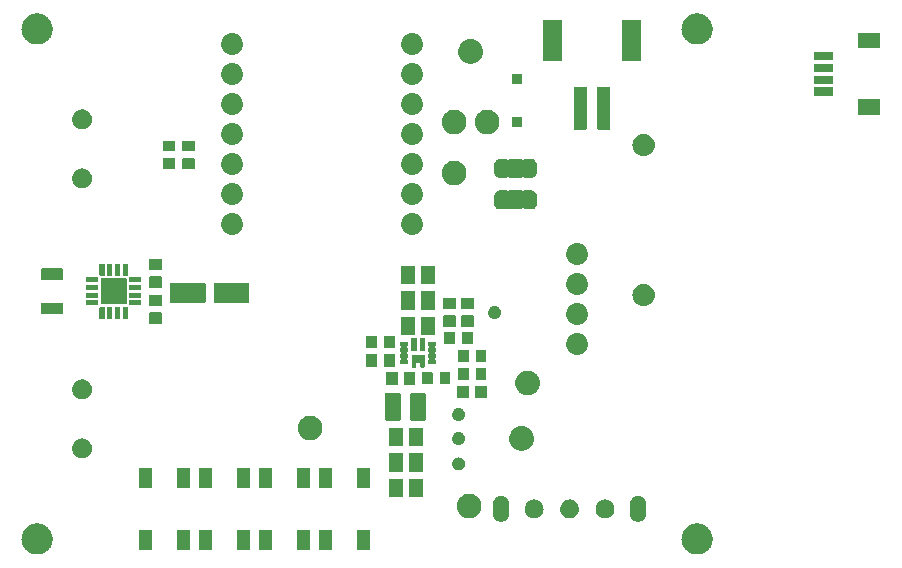
<source format=gbr>
%TF.GenerationSoftware,KiCad,Pcbnew,7.0.8*%
%TF.CreationDate,2023-11-01T10:57:13-04:00*%
%TF.ProjectId,destinationAutomation_v4.5,64657374-696e-4617-9469-6f6e4175746f,04.5*%
%TF.SameCoordinates,Original*%
%TF.FileFunction,Soldermask,Top*%
%TF.FilePolarity,Negative*%
%FSLAX46Y46*%
G04 Gerber Fmt 4.6, Leading zero omitted, Abs format (unit mm)*
G04 Created by KiCad (PCBNEW 7.0.8) date 2023-11-01 10:57:13*
%MOMM*%
%LPD*%
G01*
G04 APERTURE LIST*
G04 APERTURE END LIST*
G36*
X86415492Y-128224855D02*
G01*
X86468978Y-128224855D01*
X86527924Y-128234691D01*
X86589216Y-128240054D01*
X86637355Y-128252952D01*
X86683954Y-128260729D01*
X86746462Y-128282188D01*
X86811467Y-128299606D01*
X86851286Y-128318174D01*
X86890095Y-128331497D01*
X86953857Y-128366003D01*
X87020000Y-128396846D01*
X87051136Y-128418648D01*
X87081783Y-128435233D01*
X87144168Y-128483789D01*
X87208480Y-128528821D01*
X87231146Y-128551487D01*
X87253775Y-128569100D01*
X87311903Y-128632244D01*
X87371179Y-128691520D01*
X87386141Y-128712888D01*
X87401392Y-128729455D01*
X87452271Y-128807332D01*
X87503154Y-128880000D01*
X87511647Y-128898213D01*
X87520596Y-128911911D01*
X87561217Y-129004518D01*
X87600394Y-129088533D01*
X87604042Y-129102148D01*
X87608150Y-129111513D01*
X87635660Y-129220151D01*
X87659946Y-129310784D01*
X87660649Y-129318830D01*
X87661653Y-129322791D01*
X87673404Y-129464609D01*
X87680000Y-129540000D01*
X87673403Y-129615396D01*
X87661653Y-129757208D01*
X87660650Y-129761168D01*
X87659946Y-129769216D01*
X87635656Y-129859866D01*
X87608150Y-129968486D01*
X87604042Y-129977849D01*
X87600394Y-129991467D01*
X87561210Y-130075496D01*
X87520596Y-130168088D01*
X87511648Y-130181782D01*
X87503154Y-130200000D01*
X87452261Y-130272681D01*
X87401392Y-130350544D01*
X87386143Y-130367107D01*
X87371179Y-130388480D01*
X87311892Y-130447766D01*
X87253775Y-130510899D01*
X87231151Y-130528507D01*
X87208480Y-130551179D01*
X87144155Y-130596219D01*
X87081783Y-130644766D01*
X87051142Y-130661347D01*
X87020000Y-130683154D01*
X86953844Y-130714002D01*
X86890095Y-130748502D01*
X86851294Y-130761822D01*
X86811467Y-130780394D01*
X86746449Y-130797815D01*
X86683954Y-130819270D01*
X86637362Y-130827045D01*
X86589216Y-130839946D01*
X86527920Y-130845308D01*
X86468978Y-130855145D01*
X86415492Y-130855145D01*
X86360000Y-130860000D01*
X86304508Y-130855145D01*
X86251022Y-130855145D01*
X86192078Y-130845308D01*
X86130784Y-130839946D01*
X86082638Y-130827045D01*
X86036045Y-130819270D01*
X85973546Y-130797814D01*
X85908533Y-130780394D01*
X85868707Y-130761823D01*
X85829904Y-130748502D01*
X85766148Y-130713999D01*
X85700000Y-130683154D01*
X85668860Y-130661349D01*
X85638216Y-130644766D01*
X85575834Y-130596212D01*
X85511520Y-130551179D01*
X85488852Y-130528511D01*
X85466224Y-130510899D01*
X85408095Y-130447754D01*
X85348821Y-130388480D01*
X85333859Y-130367112D01*
X85318607Y-130350544D01*
X85267723Y-130272660D01*
X85216846Y-130200000D01*
X85208353Y-130181788D01*
X85199403Y-130168088D01*
X85158772Y-130075460D01*
X85119606Y-129991467D01*
X85115958Y-129977855D01*
X85111849Y-129968486D01*
X85084325Y-129859798D01*
X85060054Y-129769216D01*
X85059350Y-129761174D01*
X85058346Y-129757208D01*
X85046577Y-129615180D01*
X85040000Y-129540000D01*
X85046576Y-129464825D01*
X85058346Y-129322791D01*
X85059350Y-129318823D01*
X85060054Y-129310784D01*
X85084320Y-129220219D01*
X85111849Y-129111513D01*
X85115959Y-129102142D01*
X85119606Y-129088533D01*
X85158765Y-129004555D01*
X85199403Y-128911911D01*
X85208355Y-128898208D01*
X85216846Y-128880000D01*
X85267713Y-128807353D01*
X85318607Y-128729455D01*
X85333862Y-128712883D01*
X85348821Y-128691520D01*
X85408083Y-128632257D01*
X85466224Y-128569100D01*
X85488857Y-128551483D01*
X85511520Y-128528821D01*
X85575821Y-128483796D01*
X85638216Y-128435233D01*
X85668866Y-128418645D01*
X85700000Y-128396846D01*
X85766135Y-128366006D01*
X85829904Y-128331497D01*
X85868715Y-128318172D01*
X85908533Y-128299606D01*
X85973533Y-128282189D01*
X86036045Y-128260729D01*
X86082646Y-128252952D01*
X86130784Y-128240054D01*
X86192075Y-128234691D01*
X86251022Y-128224855D01*
X86304508Y-128224855D01*
X86360000Y-128220000D01*
X86415492Y-128224855D01*
G37*
G36*
X142295492Y-128224855D02*
G01*
X142348978Y-128224855D01*
X142407924Y-128234691D01*
X142469216Y-128240054D01*
X142517355Y-128252952D01*
X142563954Y-128260729D01*
X142626462Y-128282188D01*
X142691467Y-128299606D01*
X142731286Y-128318174D01*
X142770095Y-128331497D01*
X142833857Y-128366003D01*
X142900000Y-128396846D01*
X142931136Y-128418648D01*
X142961783Y-128435233D01*
X143024168Y-128483789D01*
X143088480Y-128528821D01*
X143111146Y-128551487D01*
X143133775Y-128569100D01*
X143191903Y-128632244D01*
X143251179Y-128691520D01*
X143266141Y-128712888D01*
X143281392Y-128729455D01*
X143332271Y-128807332D01*
X143383154Y-128880000D01*
X143391647Y-128898213D01*
X143400596Y-128911911D01*
X143441217Y-129004518D01*
X143480394Y-129088533D01*
X143484042Y-129102148D01*
X143488150Y-129111513D01*
X143515660Y-129220151D01*
X143539946Y-129310784D01*
X143540649Y-129318830D01*
X143541653Y-129322791D01*
X143553404Y-129464609D01*
X143560000Y-129540000D01*
X143553403Y-129615396D01*
X143541653Y-129757208D01*
X143540650Y-129761168D01*
X143539946Y-129769216D01*
X143515656Y-129859866D01*
X143488150Y-129968486D01*
X143484042Y-129977849D01*
X143480394Y-129991467D01*
X143441210Y-130075496D01*
X143400596Y-130168088D01*
X143391648Y-130181782D01*
X143383154Y-130200000D01*
X143332261Y-130272681D01*
X143281392Y-130350544D01*
X143266143Y-130367107D01*
X143251179Y-130388480D01*
X143191892Y-130447766D01*
X143133775Y-130510899D01*
X143111151Y-130528507D01*
X143088480Y-130551179D01*
X143024155Y-130596219D01*
X142961783Y-130644766D01*
X142931142Y-130661347D01*
X142900000Y-130683154D01*
X142833844Y-130714002D01*
X142770095Y-130748502D01*
X142731294Y-130761822D01*
X142691467Y-130780394D01*
X142626449Y-130797815D01*
X142563954Y-130819270D01*
X142517362Y-130827045D01*
X142469216Y-130839946D01*
X142407920Y-130845308D01*
X142348978Y-130855145D01*
X142295492Y-130855145D01*
X142240000Y-130860000D01*
X142184508Y-130855145D01*
X142131022Y-130855145D01*
X142072078Y-130845308D01*
X142010784Y-130839946D01*
X141962638Y-130827045D01*
X141916045Y-130819270D01*
X141853546Y-130797814D01*
X141788533Y-130780394D01*
X141748707Y-130761823D01*
X141709904Y-130748502D01*
X141646148Y-130713999D01*
X141580000Y-130683154D01*
X141548860Y-130661349D01*
X141518216Y-130644766D01*
X141455834Y-130596212D01*
X141391520Y-130551179D01*
X141368852Y-130528511D01*
X141346224Y-130510899D01*
X141288095Y-130447754D01*
X141228821Y-130388480D01*
X141213859Y-130367112D01*
X141198607Y-130350544D01*
X141147723Y-130272660D01*
X141096846Y-130200000D01*
X141088353Y-130181788D01*
X141079403Y-130168088D01*
X141038772Y-130075460D01*
X140999606Y-129991467D01*
X140995958Y-129977855D01*
X140991849Y-129968486D01*
X140964325Y-129859798D01*
X140940054Y-129769216D01*
X140939350Y-129761174D01*
X140938346Y-129757208D01*
X140926577Y-129615180D01*
X140920000Y-129540000D01*
X140926576Y-129464825D01*
X140938346Y-129322791D01*
X140939350Y-129318823D01*
X140940054Y-129310784D01*
X140964320Y-129220219D01*
X140991849Y-129111513D01*
X140995959Y-129102142D01*
X140999606Y-129088533D01*
X141038765Y-129004555D01*
X141079403Y-128911911D01*
X141088355Y-128898208D01*
X141096846Y-128880000D01*
X141147713Y-128807353D01*
X141198607Y-128729455D01*
X141213862Y-128712883D01*
X141228821Y-128691520D01*
X141288083Y-128632257D01*
X141346224Y-128569100D01*
X141368857Y-128551483D01*
X141391520Y-128528821D01*
X141455821Y-128483796D01*
X141518216Y-128435233D01*
X141548866Y-128418645D01*
X141580000Y-128396846D01*
X141646135Y-128366006D01*
X141709904Y-128331497D01*
X141748715Y-128318172D01*
X141788533Y-128299606D01*
X141853533Y-128282189D01*
X141916045Y-128260729D01*
X141962646Y-128252952D01*
X142010784Y-128240054D01*
X142072075Y-128234691D01*
X142131022Y-128224855D01*
X142184508Y-128224855D01*
X142240000Y-128220000D01*
X142295492Y-128224855D01*
G37*
G36*
X96074134Y-128803806D02*
G01*
X96090355Y-128814645D01*
X96101194Y-128830866D01*
X96105000Y-128850000D01*
X96105000Y-130400000D01*
X96101194Y-130419134D01*
X96090355Y-130435355D01*
X96074134Y-130446194D01*
X96055000Y-130450000D01*
X95055000Y-130450000D01*
X95035866Y-130446194D01*
X95019645Y-130435355D01*
X95008806Y-130419134D01*
X95005000Y-130400000D01*
X95005000Y-128850000D01*
X95008806Y-128830866D01*
X95019645Y-128814645D01*
X95035866Y-128803806D01*
X95055000Y-128800000D01*
X96055000Y-128800000D01*
X96074134Y-128803806D01*
G37*
G36*
X99274134Y-128803806D02*
G01*
X99290355Y-128814645D01*
X99301194Y-128830866D01*
X99305000Y-128850000D01*
X99305000Y-130400000D01*
X99301194Y-130419134D01*
X99290355Y-130435355D01*
X99274134Y-130446194D01*
X99255000Y-130450000D01*
X98255000Y-130450000D01*
X98235866Y-130446194D01*
X98219645Y-130435355D01*
X98208806Y-130419134D01*
X98205000Y-130400000D01*
X98205000Y-128850000D01*
X98208806Y-128830866D01*
X98219645Y-128814645D01*
X98235866Y-128803806D01*
X98255000Y-128800000D01*
X99255000Y-128800000D01*
X99274134Y-128803806D01*
G37*
G36*
X101154134Y-128803806D02*
G01*
X101170355Y-128814645D01*
X101181194Y-128830866D01*
X101185000Y-128850000D01*
X101185000Y-130400000D01*
X101181194Y-130419134D01*
X101170355Y-130435355D01*
X101154134Y-130446194D01*
X101135000Y-130450000D01*
X100135000Y-130450000D01*
X100115866Y-130446194D01*
X100099645Y-130435355D01*
X100088806Y-130419134D01*
X100085000Y-130400000D01*
X100085000Y-128850000D01*
X100088806Y-128830866D01*
X100099645Y-128814645D01*
X100115866Y-128803806D01*
X100135000Y-128800000D01*
X101135000Y-128800000D01*
X101154134Y-128803806D01*
G37*
G36*
X104354134Y-128803806D02*
G01*
X104370355Y-128814645D01*
X104381194Y-128830866D01*
X104385000Y-128850000D01*
X104385000Y-130400000D01*
X104381194Y-130419134D01*
X104370355Y-130435355D01*
X104354134Y-130446194D01*
X104335000Y-130450000D01*
X103335000Y-130450000D01*
X103315866Y-130446194D01*
X103299645Y-130435355D01*
X103288806Y-130419134D01*
X103285000Y-130400000D01*
X103285000Y-128850000D01*
X103288806Y-128830866D01*
X103299645Y-128814645D01*
X103315866Y-128803806D01*
X103335000Y-128800000D01*
X104335000Y-128800000D01*
X104354134Y-128803806D01*
G37*
G36*
X106234134Y-128803806D02*
G01*
X106250355Y-128814645D01*
X106261194Y-128830866D01*
X106265000Y-128850000D01*
X106265000Y-130400000D01*
X106261194Y-130419134D01*
X106250355Y-130435355D01*
X106234134Y-130446194D01*
X106215000Y-130450000D01*
X105215000Y-130450000D01*
X105195866Y-130446194D01*
X105179645Y-130435355D01*
X105168806Y-130419134D01*
X105165000Y-130400000D01*
X105165000Y-128850000D01*
X105168806Y-128830866D01*
X105179645Y-128814645D01*
X105195866Y-128803806D01*
X105215000Y-128800000D01*
X106215000Y-128800000D01*
X106234134Y-128803806D01*
G37*
G36*
X109434134Y-128803806D02*
G01*
X109450355Y-128814645D01*
X109461194Y-128830866D01*
X109465000Y-128850000D01*
X109465000Y-130400000D01*
X109461194Y-130419134D01*
X109450355Y-130435355D01*
X109434134Y-130446194D01*
X109415000Y-130450000D01*
X108415000Y-130450000D01*
X108395866Y-130446194D01*
X108379645Y-130435355D01*
X108368806Y-130419134D01*
X108365000Y-130400000D01*
X108365000Y-128850000D01*
X108368806Y-128830866D01*
X108379645Y-128814645D01*
X108395866Y-128803806D01*
X108415000Y-128800000D01*
X109415000Y-128800000D01*
X109434134Y-128803806D01*
G37*
G36*
X111314134Y-128803806D02*
G01*
X111330355Y-128814645D01*
X111341194Y-128830866D01*
X111345000Y-128850000D01*
X111345000Y-130400000D01*
X111341194Y-130419134D01*
X111330355Y-130435355D01*
X111314134Y-130446194D01*
X111295000Y-130450000D01*
X110295000Y-130450000D01*
X110275866Y-130446194D01*
X110259645Y-130435355D01*
X110248806Y-130419134D01*
X110245000Y-130400000D01*
X110245000Y-128850000D01*
X110248806Y-128830866D01*
X110259645Y-128814645D01*
X110275866Y-128803806D01*
X110295000Y-128800000D01*
X111295000Y-128800000D01*
X111314134Y-128803806D01*
G37*
G36*
X114514134Y-128803806D02*
G01*
X114530355Y-128814645D01*
X114541194Y-128830866D01*
X114545000Y-128850000D01*
X114545000Y-130400000D01*
X114541194Y-130419134D01*
X114530355Y-130435355D01*
X114514134Y-130446194D01*
X114495000Y-130450000D01*
X113495000Y-130450000D01*
X113475866Y-130446194D01*
X113459645Y-130435355D01*
X113448806Y-130419134D01*
X113445000Y-130400000D01*
X113445000Y-128850000D01*
X113448806Y-128830866D01*
X113459645Y-128814645D01*
X113475866Y-128803806D01*
X113495000Y-128800000D01*
X114495000Y-128800000D01*
X114514134Y-128803806D01*
G37*
G36*
X125684599Y-125905104D02*
G01*
X125729376Y-125905104D01*
X125767083Y-125914398D01*
X125800620Y-125918177D01*
X125844005Y-125933357D01*
X125893223Y-125945489D01*
X125922323Y-125960761D01*
X125948442Y-125969901D01*
X125992579Y-125997634D01*
X126042645Y-126023911D01*
X126062766Y-126041736D01*
X126081043Y-126053221D01*
X126122307Y-126094485D01*
X126168958Y-126135814D01*
X126180817Y-126152995D01*
X126191778Y-126163956D01*
X126226246Y-126218812D01*
X126264819Y-126274694D01*
X126270084Y-126288578D01*
X126275098Y-126296557D01*
X126298797Y-126364288D01*
X126324659Y-126432479D01*
X126325722Y-126441236D01*
X126326822Y-126444379D01*
X126336075Y-126526497D01*
X126345000Y-126600000D01*
X126345000Y-127400000D01*
X126336073Y-127473515D01*
X126326822Y-127555620D01*
X126325722Y-127558762D01*
X126324659Y-127567521D01*
X126298793Y-127635723D01*
X126275098Y-127703442D01*
X126270085Y-127711418D01*
X126264819Y-127725306D01*
X126226239Y-127781197D01*
X126191778Y-127836043D01*
X126180819Y-127847001D01*
X126168958Y-127864186D01*
X126122298Y-127905522D01*
X126081043Y-127946778D01*
X126062770Y-127958259D01*
X126042645Y-127976089D01*
X125992569Y-128002370D01*
X125948442Y-128030098D01*
X125922329Y-128039235D01*
X125893223Y-128054511D01*
X125843995Y-128066644D01*
X125800620Y-128081822D01*
X125767091Y-128085599D01*
X125729376Y-128094896D01*
X125684591Y-128094896D01*
X125645000Y-128099357D01*
X125605409Y-128094896D01*
X125560624Y-128094896D01*
X125522909Y-128085600D01*
X125489379Y-128081822D01*
X125446001Y-128066643D01*
X125396777Y-128054511D01*
X125367672Y-128039236D01*
X125341557Y-128030098D01*
X125297424Y-128002367D01*
X125247355Y-127976089D01*
X125227232Y-127958261D01*
X125208956Y-127946778D01*
X125167692Y-127905514D01*
X125121042Y-127864186D01*
X125109182Y-127847004D01*
X125098221Y-127836043D01*
X125063748Y-127781181D01*
X125025181Y-127725306D01*
X125019915Y-127711422D01*
X125014901Y-127703442D01*
X124991193Y-127635688D01*
X124965341Y-127567521D01*
X124964278Y-127558766D01*
X124963177Y-127555620D01*
X124953919Y-127473459D01*
X124945000Y-127400000D01*
X124945000Y-126600000D01*
X124953918Y-126526553D01*
X124963177Y-126444379D01*
X124964278Y-126441231D01*
X124965341Y-126432479D01*
X124991189Y-126364322D01*
X125014901Y-126296557D01*
X125019916Y-126288574D01*
X125025181Y-126274694D01*
X125063741Y-126218828D01*
X125098221Y-126163956D01*
X125109184Y-126152992D01*
X125121042Y-126135814D01*
X125167684Y-126094492D01*
X125208956Y-126053221D01*
X125227236Y-126041734D01*
X125247355Y-126023911D01*
X125297414Y-125997637D01*
X125341557Y-125969901D01*
X125367678Y-125960760D01*
X125396777Y-125945489D01*
X125445991Y-125933358D01*
X125489379Y-125918177D01*
X125522917Y-125914398D01*
X125560624Y-125905104D01*
X125605400Y-125905104D01*
X125645000Y-125900642D01*
X125684599Y-125905104D01*
G37*
G36*
X137284599Y-125905104D02*
G01*
X137329376Y-125905104D01*
X137367083Y-125914398D01*
X137400620Y-125918177D01*
X137444005Y-125933357D01*
X137493223Y-125945489D01*
X137522323Y-125960761D01*
X137548442Y-125969901D01*
X137592579Y-125997634D01*
X137642645Y-126023911D01*
X137662766Y-126041736D01*
X137681043Y-126053221D01*
X137722307Y-126094485D01*
X137768958Y-126135814D01*
X137780817Y-126152995D01*
X137791778Y-126163956D01*
X137826246Y-126218812D01*
X137864819Y-126274694D01*
X137870084Y-126288578D01*
X137875098Y-126296557D01*
X137898797Y-126364288D01*
X137924659Y-126432479D01*
X137925722Y-126441236D01*
X137926822Y-126444379D01*
X137936075Y-126526497D01*
X137945000Y-126600000D01*
X137945000Y-127400000D01*
X137936073Y-127473515D01*
X137926822Y-127555620D01*
X137925722Y-127558762D01*
X137924659Y-127567521D01*
X137898793Y-127635723D01*
X137875098Y-127703442D01*
X137870085Y-127711418D01*
X137864819Y-127725306D01*
X137826239Y-127781197D01*
X137791778Y-127836043D01*
X137780819Y-127847001D01*
X137768958Y-127864186D01*
X137722298Y-127905522D01*
X137681043Y-127946778D01*
X137662770Y-127958259D01*
X137642645Y-127976089D01*
X137592569Y-128002370D01*
X137548442Y-128030098D01*
X137522329Y-128039235D01*
X137493223Y-128054511D01*
X137443995Y-128066644D01*
X137400620Y-128081822D01*
X137367091Y-128085599D01*
X137329376Y-128094896D01*
X137284591Y-128094896D01*
X137245000Y-128099357D01*
X137205409Y-128094896D01*
X137160624Y-128094896D01*
X137122909Y-128085600D01*
X137089379Y-128081822D01*
X137046001Y-128066643D01*
X136996777Y-128054511D01*
X136967672Y-128039236D01*
X136941557Y-128030098D01*
X136897424Y-128002367D01*
X136847355Y-127976089D01*
X136827232Y-127958261D01*
X136808956Y-127946778D01*
X136767692Y-127905514D01*
X136721042Y-127864186D01*
X136709182Y-127847004D01*
X136698221Y-127836043D01*
X136663748Y-127781181D01*
X136625181Y-127725306D01*
X136619915Y-127711422D01*
X136614901Y-127703442D01*
X136591193Y-127635688D01*
X136565341Y-127567521D01*
X136564278Y-127558766D01*
X136563177Y-127555620D01*
X136553919Y-127473459D01*
X136545000Y-127400000D01*
X136545000Y-126600000D01*
X136553918Y-126526553D01*
X136563177Y-126444379D01*
X136564278Y-126441231D01*
X136565341Y-126432479D01*
X136591189Y-126364322D01*
X136614901Y-126296557D01*
X136619916Y-126288574D01*
X136625181Y-126274694D01*
X136663741Y-126218828D01*
X136698221Y-126163956D01*
X136709184Y-126152992D01*
X136721042Y-126135814D01*
X136767684Y-126094492D01*
X136808956Y-126053221D01*
X136827236Y-126041734D01*
X136847355Y-126023911D01*
X136897414Y-125997637D01*
X136941557Y-125969901D01*
X136967678Y-125960760D01*
X136996777Y-125945489D01*
X137045991Y-125933358D01*
X137089379Y-125918177D01*
X137122917Y-125914398D01*
X137160624Y-125905104D01*
X137205400Y-125905104D01*
X137245000Y-125900642D01*
X137284599Y-125905104D01*
G37*
G36*
X128488834Y-126204939D02*
G01*
X128528563Y-126204939D01*
X128573381Y-126214465D01*
X128623017Y-126220058D01*
X128659108Y-126232686D01*
X128692042Y-126239687D01*
X128739508Y-126260819D01*
X128792107Y-126279225D01*
X128819482Y-126296426D01*
X128844719Y-126307662D01*
X128891774Y-126341850D01*
X128943792Y-126374535D01*
X128962474Y-126393217D01*
X128979929Y-126405899D01*
X129023083Y-126453826D01*
X129070465Y-126501208D01*
X129081362Y-126518550D01*
X129091763Y-126530102D01*
X129127342Y-126591727D01*
X129165775Y-126652893D01*
X129170574Y-126666608D01*
X129175325Y-126674837D01*
X129199653Y-126749712D01*
X129224942Y-126821983D01*
X129225900Y-126830493D01*
X129226971Y-126833787D01*
X129236669Y-126926068D01*
X129245000Y-127000000D01*
X129236669Y-127073937D01*
X129226971Y-127166212D01*
X129225901Y-127169504D01*
X129224942Y-127178017D01*
X129199649Y-127250300D01*
X129175325Y-127325162D01*
X129170575Y-127333389D01*
X129165775Y-127347107D01*
X129127334Y-127408283D01*
X129091763Y-127469897D01*
X129081364Y-127481445D01*
X129070465Y-127498792D01*
X129023074Y-127546182D01*
X128979929Y-127594100D01*
X128962477Y-127606779D01*
X128943792Y-127625465D01*
X128891764Y-127658156D01*
X128844719Y-127692337D01*
X128819488Y-127703570D01*
X128792107Y-127720775D01*
X128739497Y-127739183D01*
X128692042Y-127760312D01*
X128659113Y-127767311D01*
X128623017Y-127779942D01*
X128573378Y-127785534D01*
X128528563Y-127795061D01*
X128488834Y-127795061D01*
X128445000Y-127800000D01*
X128401166Y-127795061D01*
X128361437Y-127795061D01*
X128316620Y-127785534D01*
X128266983Y-127779942D01*
X128230887Y-127767311D01*
X128197957Y-127760312D01*
X128150497Y-127739182D01*
X128097893Y-127720775D01*
X128070514Y-127703571D01*
X128045280Y-127692337D01*
X127998228Y-127658151D01*
X127946208Y-127625465D01*
X127927524Y-127606781D01*
X127910070Y-127594100D01*
X127866915Y-127546172D01*
X127819535Y-127498792D01*
X127808637Y-127481449D01*
X127798236Y-127469897D01*
X127762652Y-127408264D01*
X127724225Y-127347107D01*
X127719426Y-127333393D01*
X127714674Y-127325162D01*
X127690336Y-127250260D01*
X127665058Y-127178017D01*
X127664099Y-127169509D01*
X127663028Y-127166212D01*
X127653316Y-127073805D01*
X127645000Y-127000000D01*
X127653315Y-126926200D01*
X127663028Y-126833787D01*
X127664099Y-126830488D01*
X127665058Y-126821983D01*
X127690332Y-126749752D01*
X127714674Y-126674837D01*
X127719427Y-126666603D01*
X127724225Y-126652893D01*
X127762645Y-126591746D01*
X127798236Y-126530102D01*
X127808639Y-126518547D01*
X127819535Y-126501208D01*
X127866907Y-126453835D01*
X127910072Y-126405897D01*
X127927529Y-126393213D01*
X127946208Y-126374535D01*
X127998224Y-126341850D01*
X128045279Y-126307664D01*
X128070512Y-126296429D01*
X128097893Y-126279225D01*
X128150492Y-126260819D01*
X128197957Y-126239687D01*
X128230893Y-126232686D01*
X128266983Y-126220058D01*
X128316617Y-126214465D01*
X128361437Y-126204939D01*
X128401166Y-126204939D01*
X128445000Y-126200000D01*
X128488834Y-126204939D01*
G37*
G36*
X131488834Y-126204939D02*
G01*
X131528563Y-126204939D01*
X131573381Y-126214465D01*
X131623017Y-126220058D01*
X131659108Y-126232686D01*
X131692042Y-126239687D01*
X131739508Y-126260819D01*
X131792107Y-126279225D01*
X131819482Y-126296426D01*
X131844719Y-126307662D01*
X131891774Y-126341850D01*
X131943792Y-126374535D01*
X131962474Y-126393217D01*
X131979929Y-126405899D01*
X132023083Y-126453826D01*
X132070465Y-126501208D01*
X132081362Y-126518550D01*
X132091763Y-126530102D01*
X132127342Y-126591727D01*
X132165775Y-126652893D01*
X132170574Y-126666608D01*
X132175325Y-126674837D01*
X132199653Y-126749712D01*
X132224942Y-126821983D01*
X132225900Y-126830493D01*
X132226971Y-126833787D01*
X132236669Y-126926068D01*
X132245000Y-127000000D01*
X132236669Y-127073937D01*
X132226971Y-127166212D01*
X132225901Y-127169504D01*
X132224942Y-127178017D01*
X132199649Y-127250300D01*
X132175325Y-127325162D01*
X132170575Y-127333389D01*
X132165775Y-127347107D01*
X132127334Y-127408283D01*
X132091763Y-127469897D01*
X132081364Y-127481445D01*
X132070465Y-127498792D01*
X132023074Y-127546182D01*
X131979929Y-127594100D01*
X131962477Y-127606779D01*
X131943792Y-127625465D01*
X131891764Y-127658156D01*
X131844719Y-127692337D01*
X131819488Y-127703570D01*
X131792107Y-127720775D01*
X131739497Y-127739183D01*
X131692042Y-127760312D01*
X131659113Y-127767311D01*
X131623017Y-127779942D01*
X131573378Y-127785534D01*
X131528563Y-127795061D01*
X131488834Y-127795061D01*
X131445000Y-127800000D01*
X131401166Y-127795061D01*
X131361437Y-127795061D01*
X131316620Y-127785534D01*
X131266983Y-127779942D01*
X131230887Y-127767311D01*
X131197957Y-127760312D01*
X131150497Y-127739182D01*
X131097893Y-127720775D01*
X131070514Y-127703571D01*
X131045280Y-127692337D01*
X130998228Y-127658151D01*
X130946208Y-127625465D01*
X130927524Y-127606781D01*
X130910070Y-127594100D01*
X130866915Y-127546172D01*
X130819535Y-127498792D01*
X130808637Y-127481449D01*
X130798236Y-127469897D01*
X130762652Y-127408264D01*
X130724225Y-127347107D01*
X130719426Y-127333393D01*
X130714674Y-127325162D01*
X130690336Y-127250260D01*
X130665058Y-127178017D01*
X130664099Y-127169509D01*
X130663028Y-127166212D01*
X130653316Y-127073805D01*
X130645000Y-127000000D01*
X130653315Y-126926200D01*
X130663028Y-126833787D01*
X130664099Y-126830488D01*
X130665058Y-126821983D01*
X130690332Y-126749752D01*
X130714674Y-126674837D01*
X130719427Y-126666603D01*
X130724225Y-126652893D01*
X130762645Y-126591746D01*
X130798236Y-126530102D01*
X130808639Y-126518547D01*
X130819535Y-126501208D01*
X130866907Y-126453835D01*
X130910072Y-126405897D01*
X130927529Y-126393213D01*
X130946208Y-126374535D01*
X130998224Y-126341850D01*
X131045279Y-126307664D01*
X131070512Y-126296429D01*
X131097893Y-126279225D01*
X131150492Y-126260819D01*
X131197957Y-126239687D01*
X131230893Y-126232686D01*
X131266983Y-126220058D01*
X131316617Y-126214465D01*
X131361437Y-126204939D01*
X131401166Y-126204939D01*
X131445000Y-126200000D01*
X131488834Y-126204939D01*
G37*
G36*
X134488834Y-126204939D02*
G01*
X134528563Y-126204939D01*
X134573381Y-126214465D01*
X134623017Y-126220058D01*
X134659108Y-126232686D01*
X134692042Y-126239687D01*
X134739508Y-126260819D01*
X134792107Y-126279225D01*
X134819482Y-126296426D01*
X134844719Y-126307662D01*
X134891774Y-126341850D01*
X134943792Y-126374535D01*
X134962474Y-126393217D01*
X134979929Y-126405899D01*
X135023083Y-126453826D01*
X135070465Y-126501208D01*
X135081362Y-126518550D01*
X135091763Y-126530102D01*
X135127342Y-126591727D01*
X135165775Y-126652893D01*
X135170574Y-126666608D01*
X135175325Y-126674837D01*
X135199653Y-126749712D01*
X135224942Y-126821983D01*
X135225900Y-126830493D01*
X135226971Y-126833787D01*
X135236669Y-126926068D01*
X135245000Y-127000000D01*
X135236669Y-127073937D01*
X135226971Y-127166212D01*
X135225901Y-127169504D01*
X135224942Y-127178017D01*
X135199649Y-127250300D01*
X135175325Y-127325162D01*
X135170575Y-127333389D01*
X135165775Y-127347107D01*
X135127334Y-127408283D01*
X135091763Y-127469897D01*
X135081364Y-127481445D01*
X135070465Y-127498792D01*
X135023074Y-127546182D01*
X134979929Y-127594100D01*
X134962477Y-127606779D01*
X134943792Y-127625465D01*
X134891764Y-127658156D01*
X134844719Y-127692337D01*
X134819488Y-127703570D01*
X134792107Y-127720775D01*
X134739497Y-127739183D01*
X134692042Y-127760312D01*
X134659113Y-127767311D01*
X134623017Y-127779942D01*
X134573378Y-127785534D01*
X134528563Y-127795061D01*
X134488834Y-127795061D01*
X134445000Y-127800000D01*
X134401166Y-127795061D01*
X134361437Y-127795061D01*
X134316620Y-127785534D01*
X134266983Y-127779942D01*
X134230887Y-127767311D01*
X134197957Y-127760312D01*
X134150497Y-127739182D01*
X134097893Y-127720775D01*
X134070514Y-127703571D01*
X134045280Y-127692337D01*
X133998228Y-127658151D01*
X133946208Y-127625465D01*
X133927524Y-127606781D01*
X133910070Y-127594100D01*
X133866915Y-127546172D01*
X133819535Y-127498792D01*
X133808637Y-127481449D01*
X133798236Y-127469897D01*
X133762652Y-127408264D01*
X133724225Y-127347107D01*
X133719426Y-127333393D01*
X133714674Y-127325162D01*
X133690336Y-127250260D01*
X133665058Y-127178017D01*
X133664099Y-127169509D01*
X133663028Y-127166212D01*
X133653316Y-127073805D01*
X133645000Y-127000000D01*
X133653315Y-126926200D01*
X133663028Y-126833787D01*
X133664099Y-126830488D01*
X133665058Y-126821983D01*
X133690332Y-126749752D01*
X133714674Y-126674837D01*
X133719427Y-126666603D01*
X133724225Y-126652893D01*
X133762645Y-126591746D01*
X133798236Y-126530102D01*
X133808639Y-126518547D01*
X133819535Y-126501208D01*
X133866907Y-126453835D01*
X133910072Y-126405897D01*
X133927529Y-126393213D01*
X133946208Y-126374535D01*
X133998224Y-126341850D01*
X134045279Y-126307664D01*
X134070512Y-126296429D01*
X134097893Y-126279225D01*
X134150492Y-126260819D01*
X134197957Y-126239687D01*
X134230893Y-126232686D01*
X134266983Y-126220058D01*
X134316617Y-126214465D01*
X134361437Y-126204939D01*
X134401166Y-126204939D01*
X134445000Y-126200000D01*
X134488834Y-126204939D01*
G37*
G36*
X122985884Y-125700913D02*
G01*
X123032842Y-125700913D01*
X123085134Y-125710688D01*
X123140845Y-125716175D01*
X123183169Y-125729013D01*
X123223227Y-125736502D01*
X123278706Y-125757994D01*
X123337818Y-125775926D01*
X123371591Y-125793978D01*
X123403831Y-125806468D01*
X123459853Y-125841155D01*
X123519349Y-125872957D01*
X123544345Y-125893471D01*
X123568500Y-125908427D01*
X123622024Y-125957220D01*
X123678462Y-126003538D01*
X123695185Y-126023915D01*
X123711638Y-126038914D01*
X123759401Y-126102162D01*
X123809043Y-126162651D01*
X123818642Y-126180610D01*
X123828356Y-126193473D01*
X123866996Y-126271074D01*
X123906074Y-126344182D01*
X123910242Y-126357922D01*
X123914689Y-126366853D01*
X123940959Y-126459183D01*
X123965825Y-126541155D01*
X123966641Y-126549448D01*
X123967693Y-126553143D01*
X123978627Y-126671144D01*
X123986000Y-126746000D01*
X123978626Y-126820861D01*
X123967693Y-126938856D01*
X123966641Y-126942550D01*
X123965825Y-126950845D01*
X123940954Y-127032831D01*
X123914689Y-127125146D01*
X123910242Y-127134074D01*
X123906074Y-127147818D01*
X123866989Y-127220939D01*
X123828356Y-127298526D01*
X123818644Y-127311386D01*
X123809043Y-127329349D01*
X123759391Y-127389849D01*
X123711638Y-127453085D01*
X123695188Y-127468080D01*
X123678462Y-127488462D01*
X123622013Y-127534788D01*
X123568500Y-127583572D01*
X123544350Y-127598524D01*
X123519349Y-127619043D01*
X123459841Y-127650850D01*
X123403831Y-127685531D01*
X123371598Y-127698017D01*
X123337818Y-127716074D01*
X123278694Y-127734008D01*
X123223227Y-127755497D01*
X123183176Y-127762983D01*
X123140845Y-127775825D01*
X123085131Y-127781312D01*
X123032842Y-127791087D01*
X122985884Y-127791087D01*
X122936000Y-127796000D01*
X122886116Y-127791087D01*
X122839158Y-127791087D01*
X122786868Y-127781312D01*
X122731155Y-127775825D01*
X122688824Y-127762984D01*
X122648772Y-127755497D01*
X122593300Y-127734007D01*
X122534182Y-127716074D01*
X122500404Y-127698019D01*
X122468168Y-127685531D01*
X122412150Y-127650846D01*
X122352651Y-127619043D01*
X122327652Y-127598527D01*
X122303499Y-127583572D01*
X122249976Y-127534780D01*
X122193538Y-127488462D01*
X122176814Y-127468083D01*
X122160361Y-127453085D01*
X122112595Y-127389833D01*
X122062957Y-127329349D01*
X122053358Y-127311390D01*
X122043643Y-127298526D01*
X122004995Y-127220911D01*
X121965926Y-127147818D01*
X121961758Y-127134080D01*
X121957310Y-127125146D01*
X121931029Y-127032778D01*
X121906175Y-126950845D01*
X121905358Y-126942555D01*
X121904306Y-126938856D01*
X121893356Y-126820689D01*
X121886000Y-126746000D01*
X121893355Y-126671316D01*
X121904306Y-126553143D01*
X121905358Y-126549443D01*
X121906175Y-126541155D01*
X121931024Y-126459236D01*
X121957310Y-126366853D01*
X121961759Y-126357917D01*
X121965926Y-126344182D01*
X122004988Y-126271101D01*
X122043643Y-126193473D01*
X122053359Y-126180605D01*
X122062957Y-126162651D01*
X122112586Y-126102177D01*
X122160361Y-126038914D01*
X122176817Y-126023912D01*
X122193538Y-126003538D01*
X122249965Y-125957228D01*
X122303499Y-125908427D01*
X122327657Y-125893468D01*
X122352651Y-125872957D01*
X122412138Y-125841159D01*
X122468168Y-125806468D01*
X122500411Y-125793976D01*
X122534182Y-125775926D01*
X122593288Y-125757996D01*
X122648772Y-125736502D01*
X122688831Y-125729013D01*
X122731155Y-125716175D01*
X122786864Y-125710688D01*
X122839158Y-125700913D01*
X122886116Y-125700913D01*
X122936000Y-125696000D01*
X122985884Y-125700913D01*
G37*
G36*
X117328634Y-124443306D02*
G01*
X117344855Y-124454145D01*
X117355694Y-124470366D01*
X117359500Y-124489500D01*
X117359500Y-125954500D01*
X117355694Y-125973634D01*
X117344855Y-125989855D01*
X117328634Y-126000694D01*
X117309500Y-126004500D01*
X116194500Y-126004500D01*
X116175366Y-126000694D01*
X116159145Y-125989855D01*
X116148306Y-125973634D01*
X116144500Y-125954500D01*
X116144500Y-124489500D01*
X116148306Y-124470366D01*
X116159145Y-124454145D01*
X116175366Y-124443306D01*
X116194500Y-124439500D01*
X117309500Y-124439500D01*
X117328634Y-124443306D01*
G37*
G36*
X119028634Y-124443306D02*
G01*
X119044855Y-124454145D01*
X119055694Y-124470366D01*
X119059500Y-124489500D01*
X119059500Y-125954500D01*
X119055694Y-125973634D01*
X119044855Y-125989855D01*
X119028634Y-126000694D01*
X119009500Y-126004500D01*
X117894500Y-126004500D01*
X117875366Y-126000694D01*
X117859145Y-125989855D01*
X117848306Y-125973634D01*
X117844500Y-125954500D01*
X117844500Y-124489500D01*
X117848306Y-124470366D01*
X117859145Y-124454145D01*
X117875366Y-124443306D01*
X117894500Y-124439500D01*
X119009500Y-124439500D01*
X119028634Y-124443306D01*
G37*
G36*
X96074134Y-123553806D02*
G01*
X96090355Y-123564645D01*
X96101194Y-123580866D01*
X96105000Y-123600000D01*
X96105000Y-125150000D01*
X96101194Y-125169134D01*
X96090355Y-125185355D01*
X96074134Y-125196194D01*
X96055000Y-125200000D01*
X95055000Y-125200000D01*
X95035866Y-125196194D01*
X95019645Y-125185355D01*
X95008806Y-125169134D01*
X95005000Y-125150000D01*
X95005000Y-123600000D01*
X95008806Y-123580866D01*
X95019645Y-123564645D01*
X95035866Y-123553806D01*
X95055000Y-123550000D01*
X96055000Y-123550000D01*
X96074134Y-123553806D01*
G37*
G36*
X99274134Y-123553806D02*
G01*
X99290355Y-123564645D01*
X99301194Y-123580866D01*
X99305000Y-123600000D01*
X99305000Y-125150000D01*
X99301194Y-125169134D01*
X99290355Y-125185355D01*
X99274134Y-125196194D01*
X99255000Y-125200000D01*
X98255000Y-125200000D01*
X98235866Y-125196194D01*
X98219645Y-125185355D01*
X98208806Y-125169134D01*
X98205000Y-125150000D01*
X98205000Y-123600000D01*
X98208806Y-123580866D01*
X98219645Y-123564645D01*
X98235866Y-123553806D01*
X98255000Y-123550000D01*
X99255000Y-123550000D01*
X99274134Y-123553806D01*
G37*
G36*
X101154134Y-123553806D02*
G01*
X101170355Y-123564645D01*
X101181194Y-123580866D01*
X101185000Y-123600000D01*
X101185000Y-125150000D01*
X101181194Y-125169134D01*
X101170355Y-125185355D01*
X101154134Y-125196194D01*
X101135000Y-125200000D01*
X100135000Y-125200000D01*
X100115866Y-125196194D01*
X100099645Y-125185355D01*
X100088806Y-125169134D01*
X100085000Y-125150000D01*
X100085000Y-123600000D01*
X100088806Y-123580866D01*
X100099645Y-123564645D01*
X100115866Y-123553806D01*
X100135000Y-123550000D01*
X101135000Y-123550000D01*
X101154134Y-123553806D01*
G37*
G36*
X104354134Y-123553806D02*
G01*
X104370355Y-123564645D01*
X104381194Y-123580866D01*
X104385000Y-123600000D01*
X104385000Y-125150000D01*
X104381194Y-125169134D01*
X104370355Y-125185355D01*
X104354134Y-125196194D01*
X104335000Y-125200000D01*
X103335000Y-125200000D01*
X103315866Y-125196194D01*
X103299645Y-125185355D01*
X103288806Y-125169134D01*
X103285000Y-125150000D01*
X103285000Y-123600000D01*
X103288806Y-123580866D01*
X103299645Y-123564645D01*
X103315866Y-123553806D01*
X103335000Y-123550000D01*
X104335000Y-123550000D01*
X104354134Y-123553806D01*
G37*
G36*
X106234134Y-123553806D02*
G01*
X106250355Y-123564645D01*
X106261194Y-123580866D01*
X106265000Y-123600000D01*
X106265000Y-125150000D01*
X106261194Y-125169134D01*
X106250355Y-125185355D01*
X106234134Y-125196194D01*
X106215000Y-125200000D01*
X105215000Y-125200000D01*
X105195866Y-125196194D01*
X105179645Y-125185355D01*
X105168806Y-125169134D01*
X105165000Y-125150000D01*
X105165000Y-123600000D01*
X105168806Y-123580866D01*
X105179645Y-123564645D01*
X105195866Y-123553806D01*
X105215000Y-123550000D01*
X106215000Y-123550000D01*
X106234134Y-123553806D01*
G37*
G36*
X109434134Y-123553806D02*
G01*
X109450355Y-123564645D01*
X109461194Y-123580866D01*
X109465000Y-123600000D01*
X109465000Y-125150000D01*
X109461194Y-125169134D01*
X109450355Y-125185355D01*
X109434134Y-125196194D01*
X109415000Y-125200000D01*
X108415000Y-125200000D01*
X108395866Y-125196194D01*
X108379645Y-125185355D01*
X108368806Y-125169134D01*
X108365000Y-125150000D01*
X108365000Y-123600000D01*
X108368806Y-123580866D01*
X108379645Y-123564645D01*
X108395866Y-123553806D01*
X108415000Y-123550000D01*
X109415000Y-123550000D01*
X109434134Y-123553806D01*
G37*
G36*
X111314134Y-123553806D02*
G01*
X111330355Y-123564645D01*
X111341194Y-123580866D01*
X111345000Y-123600000D01*
X111345000Y-125150000D01*
X111341194Y-125169134D01*
X111330355Y-125185355D01*
X111314134Y-125196194D01*
X111295000Y-125200000D01*
X110295000Y-125200000D01*
X110275866Y-125196194D01*
X110259645Y-125185355D01*
X110248806Y-125169134D01*
X110245000Y-125150000D01*
X110245000Y-123600000D01*
X110248806Y-123580866D01*
X110259645Y-123564645D01*
X110275866Y-123553806D01*
X110295000Y-123550000D01*
X111295000Y-123550000D01*
X111314134Y-123553806D01*
G37*
G36*
X114514134Y-123553806D02*
G01*
X114530355Y-123564645D01*
X114541194Y-123580866D01*
X114545000Y-123600000D01*
X114545000Y-125150000D01*
X114541194Y-125169134D01*
X114530355Y-125185355D01*
X114514134Y-125196194D01*
X114495000Y-125200000D01*
X113495000Y-125200000D01*
X113475866Y-125196194D01*
X113459645Y-125185355D01*
X113448806Y-125169134D01*
X113445000Y-125150000D01*
X113445000Y-123600000D01*
X113448806Y-123580866D01*
X113459645Y-123564645D01*
X113475866Y-123553806D01*
X113495000Y-123550000D01*
X114495000Y-123550000D01*
X114514134Y-123553806D01*
G37*
G36*
X117328634Y-122284306D02*
G01*
X117344855Y-122295145D01*
X117355694Y-122311366D01*
X117359500Y-122330500D01*
X117359500Y-123795500D01*
X117355694Y-123814634D01*
X117344855Y-123830855D01*
X117328634Y-123841694D01*
X117309500Y-123845500D01*
X116194500Y-123845500D01*
X116175366Y-123841694D01*
X116159145Y-123830855D01*
X116148306Y-123814634D01*
X116144500Y-123795500D01*
X116144500Y-122330500D01*
X116148306Y-122311366D01*
X116159145Y-122295145D01*
X116175366Y-122284306D01*
X116194500Y-122280500D01*
X117309500Y-122280500D01*
X117328634Y-122284306D01*
G37*
G36*
X119028634Y-122284306D02*
G01*
X119044855Y-122295145D01*
X119055694Y-122311366D01*
X119059500Y-122330500D01*
X119059500Y-123795500D01*
X119055694Y-123814634D01*
X119044855Y-123830855D01*
X119028634Y-123841694D01*
X119009500Y-123845500D01*
X117894500Y-123845500D01*
X117875366Y-123841694D01*
X117859145Y-123830855D01*
X117848306Y-123814634D01*
X117844500Y-123795500D01*
X117844500Y-122330500D01*
X117848306Y-122311366D01*
X117859145Y-122295145D01*
X117875366Y-122284306D01*
X117894500Y-122280500D01*
X119009500Y-122280500D01*
X119028634Y-122284306D01*
G37*
G36*
X122083087Y-122644751D02*
G01*
X122113205Y-122644751D01*
X122147740Y-122653262D01*
X122189350Y-122658741D01*
X122217830Y-122670537D01*
X122241769Y-122676438D01*
X122278062Y-122695486D01*
X122322000Y-122713686D01*
X122342048Y-122729069D01*
X122359012Y-122737973D01*
X122393695Y-122768699D01*
X122435909Y-122801091D01*
X122447905Y-122816724D01*
X122458122Y-122825776D01*
X122487417Y-122868218D01*
X122523314Y-122915000D01*
X122528725Y-122928064D01*
X122533338Y-122934747D01*
X122553353Y-122987522D01*
X122578259Y-123047650D01*
X122579376Y-123056137D01*
X122580294Y-123058557D01*
X122587402Y-123117098D01*
X122597000Y-123190000D01*
X122587401Y-123262908D01*
X122580294Y-123321442D01*
X122579376Y-123323860D01*
X122578259Y-123332350D01*
X122553348Y-123392488D01*
X122533338Y-123445252D01*
X122528726Y-123451933D01*
X122523314Y-123465000D01*
X122487410Y-123511790D01*
X122458122Y-123554223D01*
X122447907Y-123563272D01*
X122435909Y-123578909D01*
X122393686Y-123611306D01*
X122359012Y-123642026D01*
X122342052Y-123650927D01*
X122322000Y-123666314D01*
X122278053Y-123684517D01*
X122241769Y-123703561D01*
X122217835Y-123709460D01*
X122189350Y-123721259D01*
X122147738Y-123726737D01*
X122113205Y-123735249D01*
X122083087Y-123735249D01*
X122047000Y-123740000D01*
X122010913Y-123735249D01*
X121980795Y-123735249D01*
X121946261Y-123726737D01*
X121904650Y-123721259D01*
X121876165Y-123709460D01*
X121852230Y-123703561D01*
X121815941Y-123684515D01*
X121772000Y-123666314D01*
X121751949Y-123650928D01*
X121734987Y-123642026D01*
X121700305Y-123611301D01*
X121658091Y-123578909D01*
X121646094Y-123563274D01*
X121635877Y-123554223D01*
X121606579Y-123511777D01*
X121570686Y-123465000D01*
X121565275Y-123451936D01*
X121560661Y-123445252D01*
X121540639Y-123392460D01*
X121515741Y-123332350D01*
X121514623Y-123323864D01*
X121513705Y-123321442D01*
X121506585Y-123262810D01*
X121497000Y-123190000D01*
X121506584Y-123117195D01*
X121513705Y-123058557D01*
X121514624Y-123056133D01*
X121515741Y-123047650D01*
X121540634Y-122987550D01*
X121560661Y-122934747D01*
X121565276Y-122928060D01*
X121570686Y-122915000D01*
X121606572Y-122868231D01*
X121635877Y-122825776D01*
X121646097Y-122816721D01*
X121658091Y-122801091D01*
X121700297Y-122768705D01*
X121734987Y-122737973D01*
X121751953Y-122729068D01*
X121772000Y-122713686D01*
X121815932Y-122695488D01*
X121852230Y-122676438D01*
X121876170Y-122670537D01*
X121904650Y-122658741D01*
X121946258Y-122653263D01*
X121980795Y-122644751D01*
X122010913Y-122644751D01*
X122047000Y-122640000D01*
X122083087Y-122644751D01*
G37*
G36*
X90212286Y-121034656D02*
G01*
X90258849Y-121034656D01*
X90299056Y-121043202D01*
X90335734Y-121046815D01*
X90381815Y-121060793D01*
X90432664Y-121071602D01*
X90465201Y-121086088D01*
X90495093Y-121095156D01*
X90542592Y-121120545D01*
X90595000Y-121143878D01*
X90619365Y-121161580D01*
X90641959Y-121173657D01*
X90688046Y-121211480D01*
X90738761Y-121248327D01*
X90755228Y-121266616D01*
X90770692Y-121279307D01*
X90812254Y-121329950D01*
X90857664Y-121380383D01*
X90867201Y-121396902D01*
X90876342Y-121408040D01*
X90910147Y-121471286D01*
X90946514Y-121534274D01*
X90950697Y-121547151D01*
X90954843Y-121554906D01*
X90977702Y-121630262D01*
X91001425Y-121703275D01*
X91002259Y-121711218D01*
X91003184Y-121714265D01*
X91012179Y-121805592D01*
X91020000Y-121880000D01*
X91012178Y-121954414D01*
X91003184Y-122045734D01*
X91002260Y-122048779D01*
X91001425Y-122056725D01*
X90977697Y-122129751D01*
X90954843Y-122205093D01*
X90950698Y-122212846D01*
X90946514Y-122225726D01*
X90910140Y-122288726D01*
X90876342Y-122351959D01*
X90867203Y-122363093D01*
X90857664Y-122379617D01*
X90812245Y-122430059D01*
X90770692Y-122480692D01*
X90755232Y-122493379D01*
X90738761Y-122511673D01*
X90688035Y-122548527D01*
X90641959Y-122586342D01*
X90619370Y-122598415D01*
X90595000Y-122616122D01*
X90542581Y-122639459D01*
X90495093Y-122664843D01*
X90465208Y-122673908D01*
X90432664Y-122688398D01*
X90381804Y-122699208D01*
X90335734Y-122713184D01*
X90299064Y-122716795D01*
X90258849Y-122725344D01*
X90212276Y-122725344D01*
X90170000Y-122729508D01*
X90127724Y-122725344D01*
X90081151Y-122725344D01*
X90040935Y-122716795D01*
X90004265Y-122713184D01*
X89958192Y-122699207D01*
X89907336Y-122688398D01*
X89874793Y-122673909D01*
X89844906Y-122664843D01*
X89797412Y-122639457D01*
X89745000Y-122616122D01*
X89720632Y-122598417D01*
X89698040Y-122586342D01*
X89651955Y-122548520D01*
X89601239Y-122511673D01*
X89584770Y-122493382D01*
X89569307Y-122480692D01*
X89527743Y-122430047D01*
X89482336Y-122379617D01*
X89472798Y-122363097D01*
X89463657Y-122351959D01*
X89429846Y-122288702D01*
X89393486Y-122225726D01*
X89389302Y-122212851D01*
X89385156Y-122205093D01*
X89362287Y-122129704D01*
X89338575Y-122056725D01*
X89337740Y-122048784D01*
X89336815Y-122045734D01*
X89327805Y-121954263D01*
X89320000Y-121880000D01*
X89327804Y-121805743D01*
X89336815Y-121714265D01*
X89337740Y-121711213D01*
X89338575Y-121703275D01*
X89362282Y-121630309D01*
X89385156Y-121554906D01*
X89389303Y-121547146D01*
X89393486Y-121534274D01*
X89429838Y-121471309D01*
X89463657Y-121408040D01*
X89472800Y-121396898D01*
X89482336Y-121380383D01*
X89527734Y-121329963D01*
X89569307Y-121279307D01*
X89584773Y-121266613D01*
X89601239Y-121248327D01*
X89651944Y-121211486D01*
X89698040Y-121173657D01*
X89720637Y-121161578D01*
X89745000Y-121143878D01*
X89797401Y-121120547D01*
X89844906Y-121095156D01*
X89874800Y-121086087D01*
X89907336Y-121071602D01*
X89958181Y-121060794D01*
X90004265Y-121046815D01*
X90040944Y-121043202D01*
X90081151Y-121034656D01*
X90127713Y-121034656D01*
X90170000Y-121030491D01*
X90212286Y-121034656D01*
G37*
G36*
X127430884Y-119985913D02*
G01*
X127477842Y-119985913D01*
X127530134Y-119995688D01*
X127585845Y-120001175D01*
X127628169Y-120014013D01*
X127668227Y-120021502D01*
X127723706Y-120042994D01*
X127782818Y-120060926D01*
X127816591Y-120078978D01*
X127848831Y-120091468D01*
X127904853Y-120126155D01*
X127964349Y-120157957D01*
X127989345Y-120178471D01*
X128013500Y-120193427D01*
X128067024Y-120242220D01*
X128123462Y-120288538D01*
X128140185Y-120308915D01*
X128156638Y-120323914D01*
X128204401Y-120387162D01*
X128254043Y-120447651D01*
X128263642Y-120465610D01*
X128273356Y-120478473D01*
X128311996Y-120556074D01*
X128351074Y-120629182D01*
X128355242Y-120642922D01*
X128359689Y-120651853D01*
X128385959Y-120744183D01*
X128410825Y-120826155D01*
X128411641Y-120834448D01*
X128412693Y-120838143D01*
X128423627Y-120956144D01*
X128431000Y-121031000D01*
X128423626Y-121105861D01*
X128412693Y-121223856D01*
X128411641Y-121227550D01*
X128410825Y-121235845D01*
X128385954Y-121317831D01*
X128359689Y-121410146D01*
X128355242Y-121419074D01*
X128351074Y-121432818D01*
X128311989Y-121505939D01*
X128273356Y-121583526D01*
X128263644Y-121596386D01*
X128254043Y-121614349D01*
X128204391Y-121674849D01*
X128156638Y-121738085D01*
X128140188Y-121753080D01*
X128123462Y-121773462D01*
X128067013Y-121819788D01*
X128013500Y-121868572D01*
X127989350Y-121883524D01*
X127964349Y-121904043D01*
X127904841Y-121935850D01*
X127848831Y-121970531D01*
X127816598Y-121983017D01*
X127782818Y-122001074D01*
X127723694Y-122019008D01*
X127668227Y-122040497D01*
X127628176Y-122047983D01*
X127585845Y-122060825D01*
X127530131Y-122066312D01*
X127477842Y-122076087D01*
X127430884Y-122076087D01*
X127381000Y-122081000D01*
X127331116Y-122076087D01*
X127284158Y-122076087D01*
X127231868Y-122066312D01*
X127176155Y-122060825D01*
X127133824Y-122047984D01*
X127093772Y-122040497D01*
X127038300Y-122019007D01*
X126979182Y-122001074D01*
X126945404Y-121983019D01*
X126913168Y-121970531D01*
X126857150Y-121935846D01*
X126797651Y-121904043D01*
X126772652Y-121883527D01*
X126748499Y-121868572D01*
X126694976Y-121819780D01*
X126638538Y-121773462D01*
X126621814Y-121753083D01*
X126605361Y-121738085D01*
X126557595Y-121674833D01*
X126507957Y-121614349D01*
X126498358Y-121596390D01*
X126488643Y-121583526D01*
X126449995Y-121505911D01*
X126410926Y-121432818D01*
X126406758Y-121419080D01*
X126402310Y-121410146D01*
X126376029Y-121317778D01*
X126351175Y-121235845D01*
X126350358Y-121227555D01*
X126349306Y-121223856D01*
X126338356Y-121105689D01*
X126331000Y-121031000D01*
X126338355Y-120956316D01*
X126349306Y-120838143D01*
X126350358Y-120834443D01*
X126351175Y-120826155D01*
X126376024Y-120744236D01*
X126402310Y-120651853D01*
X126406759Y-120642917D01*
X126410926Y-120629182D01*
X126449988Y-120556101D01*
X126488643Y-120478473D01*
X126498359Y-120465605D01*
X126507957Y-120447651D01*
X126557586Y-120387177D01*
X126605361Y-120323914D01*
X126621817Y-120308912D01*
X126638538Y-120288538D01*
X126694965Y-120242228D01*
X126748499Y-120193427D01*
X126772657Y-120178468D01*
X126797651Y-120157957D01*
X126857138Y-120126159D01*
X126913168Y-120091468D01*
X126945411Y-120078976D01*
X126979182Y-120060926D01*
X127038288Y-120042996D01*
X127093772Y-120021502D01*
X127133831Y-120014013D01*
X127176155Y-120001175D01*
X127231864Y-119995688D01*
X127284158Y-119985913D01*
X127331116Y-119985913D01*
X127381000Y-119981000D01*
X127430884Y-119985913D01*
G37*
G36*
X117328634Y-120125306D02*
G01*
X117344855Y-120136145D01*
X117355694Y-120152366D01*
X117359500Y-120171500D01*
X117359500Y-121636500D01*
X117355694Y-121655634D01*
X117344855Y-121671855D01*
X117328634Y-121682694D01*
X117309500Y-121686500D01*
X116194500Y-121686500D01*
X116175366Y-121682694D01*
X116159145Y-121671855D01*
X116148306Y-121655634D01*
X116144500Y-121636500D01*
X116144500Y-120171500D01*
X116148306Y-120152366D01*
X116159145Y-120136145D01*
X116175366Y-120125306D01*
X116194500Y-120121500D01*
X117309500Y-120121500D01*
X117328634Y-120125306D01*
G37*
G36*
X119028634Y-120125306D02*
G01*
X119044855Y-120136145D01*
X119055694Y-120152366D01*
X119059500Y-120171500D01*
X119059500Y-121636500D01*
X119055694Y-121655634D01*
X119044855Y-121671855D01*
X119028634Y-121682694D01*
X119009500Y-121686500D01*
X117894500Y-121686500D01*
X117875366Y-121682694D01*
X117859145Y-121671855D01*
X117848306Y-121655634D01*
X117844500Y-121636500D01*
X117844500Y-120171500D01*
X117848306Y-120152366D01*
X117859145Y-120136145D01*
X117875366Y-120125306D01*
X117894500Y-120121500D01*
X119009500Y-120121500D01*
X119028634Y-120125306D01*
G37*
G36*
X122083087Y-120485751D02*
G01*
X122113205Y-120485751D01*
X122147740Y-120494262D01*
X122189350Y-120499741D01*
X122217830Y-120511537D01*
X122241769Y-120517438D01*
X122278062Y-120536486D01*
X122322000Y-120554686D01*
X122342048Y-120570069D01*
X122359012Y-120578973D01*
X122393695Y-120609699D01*
X122435909Y-120642091D01*
X122447905Y-120657724D01*
X122458122Y-120666776D01*
X122487417Y-120709218D01*
X122523314Y-120756000D01*
X122528725Y-120769064D01*
X122533338Y-120775747D01*
X122553353Y-120828522D01*
X122578259Y-120888650D01*
X122579376Y-120897137D01*
X122580294Y-120899557D01*
X122587402Y-120958098D01*
X122597000Y-121031000D01*
X122587401Y-121103908D01*
X122580294Y-121162442D01*
X122579376Y-121164860D01*
X122578259Y-121173350D01*
X122553348Y-121233488D01*
X122533338Y-121286252D01*
X122528726Y-121292933D01*
X122523314Y-121306000D01*
X122487410Y-121352790D01*
X122458122Y-121395223D01*
X122447907Y-121404272D01*
X122435909Y-121419909D01*
X122393686Y-121452306D01*
X122359012Y-121483026D01*
X122342052Y-121491927D01*
X122322000Y-121507314D01*
X122278053Y-121525517D01*
X122241769Y-121544561D01*
X122217835Y-121550460D01*
X122189350Y-121562259D01*
X122147738Y-121567737D01*
X122113205Y-121576249D01*
X122083087Y-121576249D01*
X122047000Y-121581000D01*
X122010913Y-121576249D01*
X121980795Y-121576249D01*
X121946261Y-121567737D01*
X121904650Y-121562259D01*
X121876165Y-121550460D01*
X121852230Y-121544561D01*
X121815941Y-121525515D01*
X121772000Y-121507314D01*
X121751949Y-121491928D01*
X121734987Y-121483026D01*
X121700305Y-121452301D01*
X121658091Y-121419909D01*
X121646094Y-121404274D01*
X121635877Y-121395223D01*
X121606579Y-121352777D01*
X121570686Y-121306000D01*
X121565275Y-121292936D01*
X121560661Y-121286252D01*
X121540639Y-121233460D01*
X121515741Y-121173350D01*
X121514623Y-121164864D01*
X121513705Y-121162442D01*
X121506585Y-121103810D01*
X121497000Y-121031000D01*
X121506584Y-120958195D01*
X121513705Y-120899557D01*
X121514624Y-120897133D01*
X121515741Y-120888650D01*
X121540634Y-120828550D01*
X121560661Y-120775747D01*
X121565276Y-120769060D01*
X121570686Y-120756000D01*
X121606572Y-120709231D01*
X121635877Y-120666776D01*
X121646097Y-120657721D01*
X121658091Y-120642091D01*
X121700297Y-120609705D01*
X121734987Y-120578973D01*
X121751953Y-120570068D01*
X121772000Y-120554686D01*
X121815932Y-120536488D01*
X121852230Y-120517438D01*
X121876170Y-120511537D01*
X121904650Y-120499741D01*
X121946258Y-120494263D01*
X121980795Y-120485751D01*
X122010913Y-120485751D01*
X122047000Y-120481000D01*
X122083087Y-120485751D01*
G37*
G36*
X109523884Y-119096913D02*
G01*
X109570842Y-119096913D01*
X109623134Y-119106688D01*
X109678845Y-119112175D01*
X109721169Y-119125013D01*
X109761227Y-119132502D01*
X109816706Y-119153994D01*
X109875818Y-119171926D01*
X109909591Y-119189978D01*
X109941831Y-119202468D01*
X109997853Y-119237155D01*
X110057349Y-119268957D01*
X110082345Y-119289471D01*
X110106500Y-119304427D01*
X110160024Y-119353220D01*
X110216462Y-119399538D01*
X110233185Y-119419915D01*
X110249638Y-119434914D01*
X110297401Y-119498162D01*
X110347043Y-119558651D01*
X110356642Y-119576610D01*
X110366356Y-119589473D01*
X110404996Y-119667074D01*
X110444074Y-119740182D01*
X110448242Y-119753922D01*
X110452689Y-119762853D01*
X110478959Y-119855183D01*
X110503825Y-119937155D01*
X110504641Y-119945448D01*
X110505693Y-119949143D01*
X110516627Y-120067144D01*
X110524000Y-120142000D01*
X110516626Y-120216861D01*
X110505693Y-120334856D01*
X110504641Y-120338550D01*
X110503825Y-120346845D01*
X110478954Y-120428831D01*
X110452689Y-120521146D01*
X110448242Y-120530074D01*
X110444074Y-120543818D01*
X110404989Y-120616939D01*
X110366356Y-120694526D01*
X110356644Y-120707386D01*
X110347043Y-120725349D01*
X110297391Y-120785849D01*
X110249638Y-120849085D01*
X110233188Y-120864080D01*
X110216462Y-120884462D01*
X110160013Y-120930788D01*
X110106500Y-120979572D01*
X110082350Y-120994524D01*
X110057349Y-121015043D01*
X109997841Y-121046850D01*
X109941831Y-121081531D01*
X109909598Y-121094017D01*
X109875818Y-121112074D01*
X109816694Y-121130008D01*
X109761227Y-121151497D01*
X109721176Y-121158983D01*
X109678845Y-121171825D01*
X109623131Y-121177312D01*
X109570842Y-121187087D01*
X109523884Y-121187087D01*
X109474000Y-121192000D01*
X109424116Y-121187087D01*
X109377158Y-121187087D01*
X109324868Y-121177312D01*
X109269155Y-121171825D01*
X109226824Y-121158984D01*
X109186772Y-121151497D01*
X109131300Y-121130007D01*
X109072182Y-121112074D01*
X109038404Y-121094019D01*
X109006168Y-121081531D01*
X108950150Y-121046846D01*
X108890651Y-121015043D01*
X108865652Y-120994527D01*
X108841499Y-120979572D01*
X108787976Y-120930780D01*
X108731538Y-120884462D01*
X108714814Y-120864083D01*
X108698361Y-120849085D01*
X108650595Y-120785833D01*
X108600957Y-120725349D01*
X108591358Y-120707390D01*
X108581643Y-120694526D01*
X108542995Y-120616911D01*
X108503926Y-120543818D01*
X108499758Y-120530080D01*
X108495310Y-120521146D01*
X108469029Y-120428778D01*
X108444175Y-120346845D01*
X108443358Y-120338555D01*
X108442306Y-120334856D01*
X108431356Y-120216689D01*
X108424000Y-120142000D01*
X108431355Y-120067316D01*
X108442306Y-119949143D01*
X108443358Y-119945443D01*
X108444175Y-119937155D01*
X108469024Y-119855236D01*
X108495310Y-119762853D01*
X108499759Y-119753917D01*
X108503926Y-119740182D01*
X108542988Y-119667101D01*
X108581643Y-119589473D01*
X108591359Y-119576605D01*
X108600957Y-119558651D01*
X108650586Y-119498177D01*
X108698361Y-119434914D01*
X108714817Y-119419912D01*
X108731538Y-119399538D01*
X108787965Y-119353228D01*
X108841499Y-119304427D01*
X108865657Y-119289468D01*
X108890651Y-119268957D01*
X108950138Y-119237159D01*
X109006168Y-119202468D01*
X109038411Y-119189976D01*
X109072182Y-119171926D01*
X109131288Y-119153996D01*
X109186772Y-119132502D01*
X109226831Y-119125013D01*
X109269155Y-119112175D01*
X109324864Y-119106688D01*
X109377158Y-119096913D01*
X109424116Y-119096913D01*
X109474000Y-119092000D01*
X109523884Y-119096913D01*
G37*
G36*
X122083087Y-118453751D02*
G01*
X122113205Y-118453751D01*
X122147740Y-118462262D01*
X122189350Y-118467741D01*
X122217830Y-118479537D01*
X122241769Y-118485438D01*
X122278062Y-118504486D01*
X122322000Y-118522686D01*
X122342048Y-118538069D01*
X122359012Y-118546973D01*
X122393695Y-118577699D01*
X122435909Y-118610091D01*
X122447905Y-118625724D01*
X122458122Y-118634776D01*
X122487417Y-118677218D01*
X122523314Y-118724000D01*
X122528725Y-118737064D01*
X122533338Y-118743747D01*
X122553353Y-118796522D01*
X122578259Y-118856650D01*
X122579376Y-118865137D01*
X122580294Y-118867557D01*
X122587402Y-118926098D01*
X122597000Y-118999000D01*
X122587401Y-119071908D01*
X122580294Y-119130442D01*
X122579376Y-119132860D01*
X122578259Y-119141350D01*
X122553348Y-119201488D01*
X122533338Y-119254252D01*
X122528726Y-119260933D01*
X122523314Y-119274000D01*
X122487410Y-119320790D01*
X122458122Y-119363223D01*
X122447907Y-119372272D01*
X122435909Y-119387909D01*
X122393686Y-119420306D01*
X122359012Y-119451026D01*
X122342052Y-119459927D01*
X122322000Y-119475314D01*
X122278053Y-119493517D01*
X122241769Y-119512561D01*
X122217835Y-119518460D01*
X122189350Y-119530259D01*
X122147738Y-119535737D01*
X122113205Y-119544249D01*
X122083087Y-119544249D01*
X122047000Y-119549000D01*
X122010913Y-119544249D01*
X121980795Y-119544249D01*
X121946261Y-119535737D01*
X121904650Y-119530259D01*
X121876165Y-119518460D01*
X121852230Y-119512561D01*
X121815941Y-119493515D01*
X121772000Y-119475314D01*
X121751949Y-119459928D01*
X121734987Y-119451026D01*
X121700305Y-119420301D01*
X121658091Y-119387909D01*
X121646094Y-119372274D01*
X121635877Y-119363223D01*
X121606579Y-119320777D01*
X121570686Y-119274000D01*
X121565275Y-119260936D01*
X121560661Y-119254252D01*
X121540639Y-119201460D01*
X121515741Y-119141350D01*
X121514623Y-119132864D01*
X121513705Y-119130442D01*
X121506585Y-119071810D01*
X121497000Y-118999000D01*
X121506584Y-118926195D01*
X121513705Y-118867557D01*
X121514624Y-118865133D01*
X121515741Y-118856650D01*
X121540634Y-118796550D01*
X121560661Y-118743747D01*
X121565276Y-118737060D01*
X121570686Y-118724000D01*
X121606572Y-118677231D01*
X121635877Y-118634776D01*
X121646097Y-118625721D01*
X121658091Y-118610091D01*
X121700297Y-118577705D01*
X121734987Y-118546973D01*
X121751953Y-118538068D01*
X121772000Y-118522686D01*
X121815932Y-118504488D01*
X121852230Y-118485438D01*
X121876170Y-118479537D01*
X121904650Y-118467741D01*
X121946258Y-118462263D01*
X121980795Y-118453751D01*
X122010913Y-118453751D01*
X122047000Y-118449000D01*
X122083087Y-118453751D01*
G37*
G36*
X117099634Y-117210306D02*
G01*
X117115855Y-117221145D01*
X117126694Y-117237366D01*
X117130500Y-117256500D01*
X117130500Y-119471500D01*
X117126694Y-119490634D01*
X117115855Y-119506855D01*
X117099634Y-119517694D01*
X117080500Y-119521500D01*
X115895500Y-119521500D01*
X115876366Y-119517694D01*
X115860145Y-119506855D01*
X115849306Y-119490634D01*
X115845500Y-119471500D01*
X115845500Y-117256500D01*
X115849306Y-117237366D01*
X115860145Y-117221145D01*
X115876366Y-117210306D01*
X115895500Y-117206500D01*
X117080500Y-117206500D01*
X117099634Y-117210306D01*
G37*
G36*
X119229634Y-117210306D02*
G01*
X119245855Y-117221145D01*
X119256694Y-117237366D01*
X119260500Y-117256500D01*
X119260500Y-119471500D01*
X119256694Y-119490634D01*
X119245855Y-119506855D01*
X119229634Y-119517694D01*
X119210500Y-119521500D01*
X118025500Y-119521500D01*
X118006366Y-119517694D01*
X117990145Y-119506855D01*
X117979306Y-119490634D01*
X117975500Y-119471500D01*
X117975500Y-117256500D01*
X117979306Y-117237366D01*
X117990145Y-117221145D01*
X118006366Y-117210306D01*
X118025500Y-117206500D01*
X119210500Y-117206500D01*
X119229634Y-117210306D01*
G37*
G36*
X90212286Y-116034656D02*
G01*
X90258849Y-116034656D01*
X90299056Y-116043202D01*
X90335734Y-116046815D01*
X90381815Y-116060793D01*
X90432664Y-116071602D01*
X90465201Y-116086088D01*
X90495093Y-116095156D01*
X90542592Y-116120545D01*
X90595000Y-116143878D01*
X90619365Y-116161580D01*
X90641959Y-116173657D01*
X90688046Y-116211480D01*
X90738761Y-116248327D01*
X90755228Y-116266616D01*
X90770692Y-116279307D01*
X90812254Y-116329950D01*
X90857664Y-116380383D01*
X90867201Y-116396902D01*
X90876342Y-116408040D01*
X90910147Y-116471286D01*
X90946514Y-116534274D01*
X90950697Y-116547151D01*
X90954843Y-116554906D01*
X90977702Y-116630262D01*
X91001425Y-116703275D01*
X91002259Y-116711218D01*
X91003184Y-116714265D01*
X91012179Y-116805592D01*
X91020000Y-116880000D01*
X91012178Y-116954414D01*
X91003184Y-117045734D01*
X91002260Y-117048779D01*
X91001425Y-117056725D01*
X90977697Y-117129751D01*
X90954843Y-117205093D01*
X90950698Y-117212846D01*
X90946514Y-117225726D01*
X90910140Y-117288726D01*
X90876342Y-117351959D01*
X90867203Y-117363093D01*
X90857664Y-117379617D01*
X90812245Y-117430059D01*
X90770692Y-117480692D01*
X90755232Y-117493379D01*
X90738761Y-117511673D01*
X90688035Y-117548527D01*
X90641959Y-117586342D01*
X90619370Y-117598415D01*
X90595000Y-117616122D01*
X90542581Y-117639459D01*
X90495093Y-117664843D01*
X90465208Y-117673908D01*
X90432664Y-117688398D01*
X90381804Y-117699208D01*
X90335734Y-117713184D01*
X90299064Y-117716795D01*
X90258849Y-117725344D01*
X90212276Y-117725344D01*
X90170000Y-117729508D01*
X90127724Y-117725344D01*
X90081151Y-117725344D01*
X90040935Y-117716795D01*
X90004265Y-117713184D01*
X89958192Y-117699207D01*
X89907336Y-117688398D01*
X89874793Y-117673909D01*
X89844906Y-117664843D01*
X89797412Y-117639457D01*
X89745000Y-117616122D01*
X89720632Y-117598417D01*
X89698040Y-117586342D01*
X89651955Y-117548520D01*
X89601239Y-117511673D01*
X89584770Y-117493382D01*
X89569307Y-117480692D01*
X89527743Y-117430047D01*
X89482336Y-117379617D01*
X89472798Y-117363097D01*
X89463657Y-117351959D01*
X89429846Y-117288702D01*
X89393486Y-117225726D01*
X89389302Y-117212851D01*
X89385156Y-117205093D01*
X89362287Y-117129704D01*
X89338575Y-117056725D01*
X89337740Y-117048784D01*
X89336815Y-117045734D01*
X89327805Y-116954263D01*
X89320000Y-116880000D01*
X89327804Y-116805743D01*
X89336815Y-116714265D01*
X89337740Y-116711213D01*
X89338575Y-116703275D01*
X89362282Y-116630309D01*
X89385156Y-116554906D01*
X89389303Y-116547146D01*
X89393486Y-116534274D01*
X89429838Y-116471309D01*
X89463657Y-116408040D01*
X89472800Y-116396898D01*
X89482336Y-116380383D01*
X89527734Y-116329963D01*
X89569307Y-116279307D01*
X89584773Y-116266613D01*
X89601239Y-116248327D01*
X89651944Y-116211486D01*
X89698040Y-116173657D01*
X89720637Y-116161578D01*
X89745000Y-116143878D01*
X89797401Y-116120547D01*
X89844906Y-116095156D01*
X89874800Y-116086087D01*
X89907336Y-116071602D01*
X89958181Y-116060794D01*
X90004265Y-116046815D01*
X90040944Y-116043202D01*
X90081151Y-116034656D01*
X90127713Y-116034656D01*
X90170000Y-116030491D01*
X90212286Y-116034656D01*
G37*
G36*
X122894634Y-116562806D02*
G01*
X122910855Y-116573645D01*
X122921694Y-116589866D01*
X122925500Y-116609000D01*
X122925500Y-117579000D01*
X122921694Y-117598134D01*
X122910855Y-117614355D01*
X122894634Y-117625194D01*
X122875500Y-117629000D01*
X122004500Y-117629000D01*
X121985366Y-117625194D01*
X121969145Y-117614355D01*
X121958306Y-117598134D01*
X121954500Y-117579000D01*
X121954500Y-116609000D01*
X121958306Y-116589866D01*
X121969145Y-116573645D01*
X121985366Y-116562806D01*
X122004500Y-116559000D01*
X122875500Y-116559000D01*
X122894634Y-116562806D01*
G37*
G36*
X124394634Y-116562806D02*
G01*
X124410855Y-116573645D01*
X124421694Y-116589866D01*
X124425500Y-116609000D01*
X124425500Y-117579000D01*
X124421694Y-117598134D01*
X124410855Y-117614355D01*
X124394634Y-117625194D01*
X124375500Y-117629000D01*
X123504500Y-117629000D01*
X123485366Y-117625194D01*
X123469145Y-117614355D01*
X123458306Y-117598134D01*
X123454500Y-117579000D01*
X123454500Y-116609000D01*
X123458306Y-116589866D01*
X123469145Y-116573645D01*
X123485366Y-116562806D01*
X123504500Y-116559000D01*
X124375500Y-116559000D01*
X124394634Y-116562806D01*
G37*
G36*
X127938884Y-115286913D02*
G01*
X127985842Y-115286913D01*
X128038134Y-115296688D01*
X128093845Y-115302175D01*
X128136169Y-115315013D01*
X128176227Y-115322502D01*
X128231706Y-115343994D01*
X128290818Y-115361926D01*
X128324591Y-115379978D01*
X128356831Y-115392468D01*
X128412853Y-115427155D01*
X128472349Y-115458957D01*
X128497345Y-115479471D01*
X128521500Y-115494427D01*
X128575024Y-115543220D01*
X128631462Y-115589538D01*
X128648185Y-115609915D01*
X128664638Y-115624914D01*
X128712401Y-115688162D01*
X128762043Y-115748651D01*
X128771642Y-115766610D01*
X128781356Y-115779473D01*
X128819996Y-115857074D01*
X128859074Y-115930182D01*
X128863242Y-115943922D01*
X128867689Y-115952853D01*
X128893959Y-116045183D01*
X128918825Y-116127155D01*
X128919641Y-116135448D01*
X128920693Y-116139143D01*
X128931627Y-116257144D01*
X128939000Y-116332000D01*
X128931626Y-116406861D01*
X128920693Y-116524856D01*
X128919641Y-116528550D01*
X128918825Y-116536845D01*
X128893954Y-116618831D01*
X128867689Y-116711146D01*
X128863242Y-116720074D01*
X128859074Y-116733818D01*
X128819989Y-116806939D01*
X128781356Y-116884526D01*
X128771644Y-116897386D01*
X128762043Y-116915349D01*
X128712391Y-116975849D01*
X128664638Y-117039085D01*
X128648188Y-117054080D01*
X128631462Y-117074462D01*
X128575013Y-117120788D01*
X128521500Y-117169572D01*
X128497350Y-117184524D01*
X128472349Y-117205043D01*
X128412841Y-117236850D01*
X128356831Y-117271531D01*
X128324598Y-117284017D01*
X128290818Y-117302074D01*
X128231694Y-117320008D01*
X128176227Y-117341497D01*
X128136176Y-117348983D01*
X128093845Y-117361825D01*
X128038131Y-117367312D01*
X127985842Y-117377087D01*
X127938884Y-117377087D01*
X127889000Y-117382000D01*
X127839116Y-117377087D01*
X127792158Y-117377087D01*
X127739868Y-117367312D01*
X127684155Y-117361825D01*
X127641824Y-117348984D01*
X127601772Y-117341497D01*
X127546300Y-117320007D01*
X127487182Y-117302074D01*
X127453404Y-117284019D01*
X127421168Y-117271531D01*
X127365150Y-117236846D01*
X127305651Y-117205043D01*
X127280652Y-117184527D01*
X127256499Y-117169572D01*
X127202976Y-117120780D01*
X127146538Y-117074462D01*
X127129814Y-117054083D01*
X127113361Y-117039085D01*
X127065595Y-116975833D01*
X127015957Y-116915349D01*
X127006358Y-116897390D01*
X126996643Y-116884526D01*
X126957995Y-116806911D01*
X126918926Y-116733818D01*
X126914758Y-116720080D01*
X126910310Y-116711146D01*
X126884029Y-116618778D01*
X126859175Y-116536845D01*
X126858358Y-116528555D01*
X126857306Y-116524856D01*
X126846356Y-116406689D01*
X126839000Y-116332000D01*
X126846355Y-116257316D01*
X126857306Y-116139143D01*
X126858358Y-116135443D01*
X126859175Y-116127155D01*
X126884024Y-116045236D01*
X126910310Y-115952853D01*
X126914759Y-115943917D01*
X126918926Y-115930182D01*
X126957988Y-115857101D01*
X126996643Y-115779473D01*
X127006359Y-115766605D01*
X127015957Y-115748651D01*
X127065586Y-115688177D01*
X127113361Y-115624914D01*
X127129817Y-115609912D01*
X127146538Y-115589538D01*
X127202965Y-115543228D01*
X127256499Y-115494427D01*
X127280657Y-115479468D01*
X127305651Y-115458957D01*
X127365138Y-115427159D01*
X127421168Y-115392468D01*
X127453411Y-115379976D01*
X127487182Y-115361926D01*
X127546288Y-115343996D01*
X127601772Y-115322502D01*
X127641831Y-115315013D01*
X127684155Y-115302175D01*
X127739864Y-115296688D01*
X127792158Y-115286913D01*
X127839116Y-115286913D01*
X127889000Y-115282000D01*
X127938884Y-115286913D01*
G37*
G36*
X116860634Y-115419806D02*
G01*
X116876855Y-115430645D01*
X116887694Y-115446866D01*
X116891500Y-115466000D01*
X116891500Y-116436000D01*
X116887694Y-116455134D01*
X116876855Y-116471355D01*
X116860634Y-116482194D01*
X116841500Y-116486000D01*
X115970500Y-116486000D01*
X115951366Y-116482194D01*
X115935145Y-116471355D01*
X115924306Y-116455134D01*
X115920500Y-116436000D01*
X115920500Y-115466000D01*
X115924306Y-115446866D01*
X115935145Y-115430645D01*
X115951366Y-115419806D01*
X115970500Y-115416000D01*
X116841500Y-115416000D01*
X116860634Y-115419806D01*
G37*
G36*
X118360634Y-115419806D02*
G01*
X118376855Y-115430645D01*
X118387694Y-115446866D01*
X118391500Y-115466000D01*
X118391500Y-116436000D01*
X118387694Y-116455134D01*
X118376855Y-116471355D01*
X118360634Y-116482194D01*
X118341500Y-116486000D01*
X117470500Y-116486000D01*
X117451366Y-116482194D01*
X117435145Y-116471355D01*
X117424306Y-116455134D01*
X117420500Y-116436000D01*
X117420500Y-115466000D01*
X117424306Y-115446866D01*
X117435145Y-115430645D01*
X117451366Y-115419806D01*
X117470500Y-115416000D01*
X118341500Y-115416000D01*
X118360634Y-115419806D01*
G37*
G36*
X119816134Y-115440306D02*
G01*
X119832355Y-115451145D01*
X119843194Y-115467366D01*
X119847000Y-115486500D01*
X119847000Y-116415500D01*
X119843194Y-116434634D01*
X119832355Y-116450855D01*
X119816134Y-116461694D01*
X119797000Y-116465500D01*
X118977000Y-116465500D01*
X118957866Y-116461694D01*
X118941645Y-116450855D01*
X118930806Y-116434634D01*
X118927000Y-116415500D01*
X118927000Y-115486500D01*
X118930806Y-115467366D01*
X118941645Y-115451145D01*
X118957866Y-115440306D01*
X118977000Y-115436500D01*
X119797000Y-115436500D01*
X119816134Y-115440306D01*
G37*
G36*
X121326134Y-115440306D02*
G01*
X121342355Y-115451145D01*
X121353194Y-115467366D01*
X121357000Y-115486500D01*
X121357000Y-116415500D01*
X121353194Y-116434634D01*
X121342355Y-116450855D01*
X121326134Y-116461694D01*
X121307000Y-116465500D01*
X120487000Y-116465500D01*
X120467866Y-116461694D01*
X120451645Y-116450855D01*
X120440806Y-116434634D01*
X120437000Y-116415500D01*
X120437000Y-115486500D01*
X120440806Y-115467366D01*
X120451645Y-115451145D01*
X120467866Y-115440306D01*
X120487000Y-115436500D01*
X121307000Y-115436500D01*
X121326134Y-115440306D01*
G37*
G36*
X122864134Y-115059306D02*
G01*
X122880355Y-115070145D01*
X122891194Y-115086366D01*
X122895000Y-115105500D01*
X122895000Y-116034500D01*
X122891194Y-116053634D01*
X122880355Y-116069855D01*
X122864134Y-116080694D01*
X122845000Y-116084500D01*
X122025000Y-116084500D01*
X122005866Y-116080694D01*
X121989645Y-116069855D01*
X121978806Y-116053634D01*
X121975000Y-116034500D01*
X121975000Y-115105500D01*
X121978806Y-115086366D01*
X121989645Y-115070145D01*
X122005866Y-115059306D01*
X122025000Y-115055500D01*
X122845000Y-115055500D01*
X122864134Y-115059306D01*
G37*
G36*
X124374134Y-115059306D02*
G01*
X124390355Y-115070145D01*
X124401194Y-115086366D01*
X124405000Y-115105500D01*
X124405000Y-116034500D01*
X124401194Y-116053634D01*
X124390355Y-116069855D01*
X124374134Y-116080694D01*
X124355000Y-116084500D01*
X123535000Y-116084500D01*
X123515866Y-116080694D01*
X123499645Y-116069855D01*
X123488806Y-116053634D01*
X123485000Y-116034500D01*
X123485000Y-115105500D01*
X123488806Y-115086366D01*
X123499645Y-115070145D01*
X123515866Y-115059306D01*
X123535000Y-115055500D01*
X124355000Y-115055500D01*
X124374134Y-115059306D01*
G37*
G36*
X119137134Y-113945806D02*
G01*
X119153355Y-113956645D01*
X119164194Y-113972866D01*
X119168000Y-113992000D01*
X119168000Y-114992000D01*
X119164194Y-115011134D01*
X119153355Y-115027355D01*
X119137134Y-115038194D01*
X119118000Y-115042000D01*
X119107992Y-115042000D01*
X118878008Y-115042000D01*
X118868000Y-115042000D01*
X118848866Y-115038194D01*
X118832645Y-115027355D01*
X118821806Y-115011134D01*
X118818000Y-114992000D01*
X118818000Y-114724015D01*
X118758485Y-114664500D01*
X118477515Y-114664500D01*
X118418000Y-114724015D01*
X118418000Y-114992000D01*
X118414194Y-115011134D01*
X118403355Y-115027355D01*
X118387134Y-115038194D01*
X118368000Y-115042000D01*
X118357992Y-115042000D01*
X118128008Y-115042000D01*
X118118000Y-115042000D01*
X118098866Y-115038194D01*
X118082645Y-115027355D01*
X118071806Y-115011134D01*
X118068000Y-114992000D01*
X118068000Y-113992000D01*
X118071806Y-113972866D01*
X118082645Y-113956645D01*
X118098866Y-113945806D01*
X118118000Y-113942000D01*
X119118000Y-113942000D01*
X119137134Y-113945806D01*
G37*
G36*
X115147634Y-113895806D02*
G01*
X115163855Y-113906645D01*
X115174694Y-113922866D01*
X115178500Y-113942000D01*
X115178500Y-114912000D01*
X115174694Y-114931134D01*
X115163855Y-114947355D01*
X115147634Y-114958194D01*
X115128500Y-114962000D01*
X114257500Y-114962000D01*
X114238366Y-114958194D01*
X114222145Y-114947355D01*
X114211306Y-114931134D01*
X114207500Y-114912000D01*
X114207500Y-113942000D01*
X114211306Y-113922866D01*
X114222145Y-113906645D01*
X114238366Y-113895806D01*
X114257500Y-113892000D01*
X115128500Y-113892000D01*
X115147634Y-113895806D01*
G37*
G36*
X116647634Y-113895806D02*
G01*
X116663855Y-113906645D01*
X116674694Y-113922866D01*
X116678500Y-113942000D01*
X116678500Y-114912000D01*
X116674694Y-114931134D01*
X116663855Y-114947355D01*
X116647634Y-114958194D01*
X116628500Y-114962000D01*
X115757500Y-114962000D01*
X115738366Y-114958194D01*
X115722145Y-114947355D01*
X115711306Y-114931134D01*
X115707500Y-114912000D01*
X115707500Y-113942000D01*
X115711306Y-113922866D01*
X115722145Y-113906645D01*
X115738366Y-113895806D01*
X115757500Y-113892000D01*
X116628500Y-113892000D01*
X116647634Y-113895806D01*
G37*
G36*
X117737134Y-112870806D02*
G01*
X117753355Y-112881645D01*
X117764194Y-112897866D01*
X117768000Y-112917000D01*
X117768000Y-113167000D01*
X117764194Y-113186134D01*
X117753355Y-113202355D01*
X117737134Y-113213194D01*
X117732128Y-113214189D01*
X117696953Y-113237693D01*
X117696953Y-113346307D01*
X117732130Y-113369810D01*
X117737134Y-113370806D01*
X117753355Y-113381645D01*
X117764194Y-113397866D01*
X117768000Y-113417000D01*
X117768000Y-113667000D01*
X117764194Y-113686134D01*
X117753355Y-113702355D01*
X117737134Y-113713194D01*
X117732128Y-113714189D01*
X117696953Y-113737693D01*
X117696953Y-113846307D01*
X117732130Y-113869810D01*
X117737134Y-113870806D01*
X117753355Y-113881645D01*
X117764194Y-113897866D01*
X117768000Y-113917000D01*
X117768000Y-114167000D01*
X117764194Y-114186134D01*
X117753355Y-114202355D01*
X117737134Y-114213194D01*
X117732128Y-114214189D01*
X117696953Y-114237693D01*
X117696953Y-114346307D01*
X117732130Y-114369810D01*
X117737134Y-114370806D01*
X117753355Y-114381645D01*
X117764194Y-114397866D01*
X117768000Y-114417000D01*
X117768000Y-114667000D01*
X117764194Y-114686134D01*
X117753355Y-114702355D01*
X117737134Y-114713194D01*
X117718000Y-114717000D01*
X117168000Y-114717000D01*
X117148866Y-114713194D01*
X117132645Y-114702355D01*
X117121806Y-114686134D01*
X117118000Y-114667000D01*
X117118000Y-114417000D01*
X117121806Y-114397866D01*
X117132645Y-114381645D01*
X117148866Y-114370806D01*
X117153865Y-114369811D01*
X117189046Y-114346306D01*
X117189046Y-114237694D01*
X117153867Y-114214188D01*
X117148866Y-114213194D01*
X117132645Y-114202355D01*
X117121806Y-114186134D01*
X117118000Y-114167000D01*
X117118000Y-113917000D01*
X117121806Y-113897866D01*
X117132645Y-113881645D01*
X117148866Y-113870806D01*
X117153865Y-113869811D01*
X117189046Y-113846306D01*
X117189046Y-113737694D01*
X117153867Y-113714188D01*
X117148866Y-113713194D01*
X117132645Y-113702355D01*
X117121806Y-113686134D01*
X117118000Y-113667000D01*
X117118000Y-113417000D01*
X117121806Y-113397866D01*
X117132645Y-113381645D01*
X117148866Y-113370806D01*
X117153865Y-113369811D01*
X117189046Y-113346306D01*
X117189046Y-113237694D01*
X117153867Y-113214188D01*
X117148866Y-113213194D01*
X117132645Y-113202355D01*
X117121806Y-113186134D01*
X117118000Y-113167000D01*
X117118000Y-112917000D01*
X117121806Y-112897866D01*
X117132645Y-112881645D01*
X117148866Y-112870806D01*
X117168000Y-112867000D01*
X117718000Y-112867000D01*
X117737134Y-112870806D01*
G37*
G36*
X120087134Y-112870806D02*
G01*
X120103355Y-112881645D01*
X120114194Y-112897866D01*
X120118000Y-112917000D01*
X120118000Y-113167000D01*
X120114194Y-113186134D01*
X120103355Y-113202355D01*
X120087134Y-113213194D01*
X120082128Y-113214189D01*
X120046953Y-113237693D01*
X120046953Y-113346307D01*
X120082130Y-113369810D01*
X120087134Y-113370806D01*
X120103355Y-113381645D01*
X120114194Y-113397866D01*
X120118000Y-113417000D01*
X120118000Y-113667000D01*
X120114194Y-113686134D01*
X120103355Y-113702355D01*
X120087134Y-113713194D01*
X120082128Y-113714189D01*
X120046953Y-113737693D01*
X120046953Y-113846307D01*
X120082130Y-113869810D01*
X120087134Y-113870806D01*
X120103355Y-113881645D01*
X120114194Y-113897866D01*
X120118000Y-113917000D01*
X120118000Y-114167000D01*
X120114194Y-114186134D01*
X120103355Y-114202355D01*
X120087134Y-114213194D01*
X120082128Y-114214189D01*
X120046953Y-114237693D01*
X120046953Y-114346307D01*
X120082130Y-114369810D01*
X120087134Y-114370806D01*
X120103355Y-114381645D01*
X120114194Y-114397866D01*
X120118000Y-114417000D01*
X120118000Y-114667000D01*
X120114194Y-114686134D01*
X120103355Y-114702355D01*
X120087134Y-114713194D01*
X120068000Y-114717000D01*
X119518000Y-114717000D01*
X119498866Y-114713194D01*
X119482645Y-114702355D01*
X119471806Y-114686134D01*
X119468000Y-114667000D01*
X119468000Y-114417000D01*
X119471806Y-114397866D01*
X119482645Y-114381645D01*
X119498866Y-114370806D01*
X119503865Y-114369811D01*
X119539046Y-114346306D01*
X119539046Y-114237694D01*
X119503867Y-114214188D01*
X119498866Y-114213194D01*
X119482645Y-114202355D01*
X119471806Y-114186134D01*
X119468000Y-114167000D01*
X119468000Y-113917000D01*
X119471806Y-113897866D01*
X119482645Y-113881645D01*
X119498866Y-113870806D01*
X119503865Y-113869811D01*
X119539046Y-113846306D01*
X119539046Y-113737694D01*
X119503867Y-113714188D01*
X119498866Y-113713194D01*
X119482645Y-113702355D01*
X119471806Y-113686134D01*
X119468000Y-113667000D01*
X119468000Y-113417000D01*
X119471806Y-113397866D01*
X119482645Y-113381645D01*
X119498866Y-113370806D01*
X119503865Y-113369811D01*
X119539046Y-113346306D01*
X119539046Y-113237694D01*
X119503867Y-113214188D01*
X119498866Y-113213194D01*
X119482645Y-113202355D01*
X119471806Y-113186134D01*
X119468000Y-113167000D01*
X119468000Y-112917000D01*
X119471806Y-112897866D01*
X119482645Y-112881645D01*
X119498866Y-112870806D01*
X119518000Y-112867000D01*
X120068000Y-112867000D01*
X120087134Y-112870806D01*
G37*
G36*
X122864134Y-113535306D02*
G01*
X122880355Y-113546145D01*
X122891194Y-113562366D01*
X122895000Y-113581500D01*
X122895000Y-114510500D01*
X122891194Y-114529634D01*
X122880355Y-114545855D01*
X122864134Y-114556694D01*
X122845000Y-114560500D01*
X122025000Y-114560500D01*
X122005866Y-114556694D01*
X121989645Y-114545855D01*
X121978806Y-114529634D01*
X121975000Y-114510500D01*
X121975000Y-113581500D01*
X121978806Y-113562366D01*
X121989645Y-113546145D01*
X122005866Y-113535306D01*
X122025000Y-113531500D01*
X122845000Y-113531500D01*
X122864134Y-113535306D01*
G37*
G36*
X124374134Y-113535306D02*
G01*
X124390355Y-113546145D01*
X124401194Y-113562366D01*
X124405000Y-113581500D01*
X124405000Y-114510500D01*
X124401194Y-114529634D01*
X124390355Y-114545855D01*
X124374134Y-114556694D01*
X124355000Y-114560500D01*
X123535000Y-114560500D01*
X123515866Y-114556694D01*
X123499645Y-114545855D01*
X123488806Y-114529634D01*
X123485000Y-114510500D01*
X123485000Y-113581500D01*
X123488806Y-113562366D01*
X123499645Y-113546145D01*
X123515866Y-113535306D01*
X123535000Y-113531500D01*
X124355000Y-113531500D01*
X124374134Y-113535306D01*
G37*
G36*
X132126459Y-112110067D02*
G01*
X132176689Y-112110067D01*
X132220062Y-112119286D01*
X132260364Y-112123256D01*
X132310996Y-112138615D01*
X132365841Y-112150273D01*
X132400935Y-112165898D01*
X132433795Y-112175866D01*
X132486018Y-112203779D01*
X132542500Y-112228927D01*
X132568757Y-112248004D01*
X132593627Y-112261297D01*
X132644350Y-112302925D01*
X132698946Y-112342591D01*
X132716675Y-112362281D01*
X132733725Y-112376274D01*
X132779548Y-112432109D01*
X132828341Y-112486299D01*
X132838589Y-112504050D01*
X132848702Y-112516372D01*
X132886105Y-112586350D01*
X132925030Y-112653769D01*
X132929508Y-112667551D01*
X132934133Y-112676204D01*
X132959634Y-112760269D01*
X132984787Y-112837682D01*
X132985672Y-112846105D01*
X132986743Y-112849635D01*
X132997173Y-112955536D01*
X133005000Y-113030000D01*
X132997173Y-113104469D01*
X132986743Y-113210364D01*
X132985672Y-113213892D01*
X132984787Y-113222318D01*
X132959629Y-113299744D01*
X132934133Y-113383795D01*
X132929509Y-113392445D01*
X132925030Y-113406231D01*
X132886098Y-113473661D01*
X132848702Y-113543627D01*
X132838591Y-113555946D01*
X132828341Y-113573701D01*
X132779539Y-113627901D01*
X132733725Y-113683725D01*
X132716678Y-113697714D01*
X132698946Y-113717409D01*
X132644340Y-113757082D01*
X132593627Y-113798702D01*
X132568762Y-113811991D01*
X132542500Y-113831073D01*
X132486007Y-113856225D01*
X132433795Y-113884133D01*
X132400942Y-113894098D01*
X132365841Y-113909727D01*
X132310985Y-113921387D01*
X132260364Y-113936743D01*
X132220071Y-113940711D01*
X132176689Y-113949933D01*
X132126449Y-113949933D01*
X132080000Y-113954508D01*
X132033551Y-113949933D01*
X131983311Y-113949933D01*
X131939928Y-113940711D01*
X131899635Y-113936743D01*
X131849011Y-113921386D01*
X131794159Y-113909727D01*
X131759059Y-113894099D01*
X131726204Y-113884133D01*
X131673986Y-113856222D01*
X131617500Y-113831073D01*
X131591239Y-113811993D01*
X131566372Y-113798702D01*
X131515651Y-113757075D01*
X131461054Y-113717409D01*
X131443323Y-113697717D01*
X131426274Y-113683725D01*
X131380449Y-113627888D01*
X131331659Y-113573701D01*
X131321410Y-113555950D01*
X131311297Y-113543627D01*
X131273887Y-113473638D01*
X131234970Y-113406231D01*
X131230492Y-113392450D01*
X131225866Y-113383795D01*
X131200355Y-113299698D01*
X131175213Y-113222318D01*
X131174328Y-113213898D01*
X131173256Y-113210364D01*
X131162811Y-113104318D01*
X131155000Y-113030000D01*
X131162810Y-112955687D01*
X131173256Y-112849635D01*
X131174328Y-112846100D01*
X131175213Y-112837682D01*
X131200350Y-112760315D01*
X131225866Y-112676204D01*
X131230493Y-112667546D01*
X131234970Y-112653769D01*
X131273880Y-112586373D01*
X131311297Y-112516372D01*
X131321412Y-112504046D01*
X131331659Y-112486299D01*
X131380440Y-112432121D01*
X131426274Y-112376274D01*
X131443327Y-112362278D01*
X131461054Y-112342591D01*
X131515640Y-112302931D01*
X131566372Y-112261297D01*
X131591245Y-112248002D01*
X131617500Y-112228927D01*
X131673975Y-112203782D01*
X131726204Y-112175866D01*
X131759066Y-112165897D01*
X131794159Y-112150273D01*
X131849000Y-112138616D01*
X131899635Y-112123256D01*
X131939937Y-112119286D01*
X131983311Y-112110067D01*
X132033541Y-112110067D01*
X132080000Y-112105491D01*
X132126459Y-112110067D01*
G37*
G36*
X118462134Y-112545806D02*
G01*
X118478355Y-112556645D01*
X118489194Y-112572866D01*
X118493000Y-112592000D01*
X118493000Y-113592000D01*
X118489194Y-113611134D01*
X118478355Y-113627355D01*
X118462134Y-113638194D01*
X118443000Y-113642000D01*
X118093000Y-113642000D01*
X118073866Y-113638194D01*
X118057645Y-113627355D01*
X118046806Y-113611134D01*
X118043000Y-113592000D01*
X118043000Y-112592000D01*
X118046806Y-112572866D01*
X118057645Y-112556645D01*
X118073866Y-112545806D01*
X118093000Y-112542000D01*
X118443000Y-112542000D01*
X118462134Y-112545806D01*
G37*
G36*
X119162134Y-112545806D02*
G01*
X119178355Y-112556645D01*
X119189194Y-112572866D01*
X119193000Y-112592000D01*
X119193000Y-113592000D01*
X119189194Y-113611134D01*
X119178355Y-113627355D01*
X119162134Y-113638194D01*
X119143000Y-113642000D01*
X118793000Y-113642000D01*
X118773866Y-113638194D01*
X118757645Y-113627355D01*
X118746806Y-113611134D01*
X118743000Y-113592000D01*
X118743000Y-112592000D01*
X118746806Y-112572866D01*
X118757645Y-112556645D01*
X118773866Y-112545806D01*
X118793000Y-112542000D01*
X119143000Y-112542000D01*
X119162134Y-112545806D01*
G37*
G36*
X115117134Y-112392306D02*
G01*
X115133355Y-112403145D01*
X115144194Y-112419366D01*
X115148000Y-112438500D01*
X115148000Y-113367500D01*
X115144194Y-113386634D01*
X115133355Y-113402855D01*
X115117134Y-113413694D01*
X115098000Y-113417500D01*
X114278000Y-113417500D01*
X114258866Y-113413694D01*
X114242645Y-113402855D01*
X114231806Y-113386634D01*
X114228000Y-113367500D01*
X114228000Y-112438500D01*
X114231806Y-112419366D01*
X114242645Y-112403145D01*
X114258866Y-112392306D01*
X114278000Y-112388500D01*
X115098000Y-112388500D01*
X115117134Y-112392306D01*
G37*
G36*
X116627134Y-112392306D02*
G01*
X116643355Y-112403145D01*
X116654194Y-112419366D01*
X116658000Y-112438500D01*
X116658000Y-113367500D01*
X116654194Y-113386634D01*
X116643355Y-113402855D01*
X116627134Y-113413694D01*
X116608000Y-113417500D01*
X115788000Y-113417500D01*
X115768866Y-113413694D01*
X115752645Y-113402855D01*
X115741806Y-113386634D01*
X115738000Y-113367500D01*
X115738000Y-112438500D01*
X115741806Y-112419366D01*
X115752645Y-112403145D01*
X115768866Y-112392306D01*
X115788000Y-112388500D01*
X116608000Y-112388500D01*
X116627134Y-112392306D01*
G37*
G36*
X121721134Y-112011306D02*
G01*
X121737355Y-112022145D01*
X121748194Y-112038366D01*
X121752000Y-112057500D01*
X121752000Y-112986500D01*
X121748194Y-113005634D01*
X121737355Y-113021855D01*
X121721134Y-113032694D01*
X121702000Y-113036500D01*
X120882000Y-113036500D01*
X120862866Y-113032694D01*
X120846645Y-113021855D01*
X120835806Y-113005634D01*
X120832000Y-112986500D01*
X120832000Y-112057500D01*
X120835806Y-112038366D01*
X120846645Y-112022145D01*
X120862866Y-112011306D01*
X120882000Y-112007500D01*
X121702000Y-112007500D01*
X121721134Y-112011306D01*
G37*
G36*
X123231134Y-112011306D02*
G01*
X123247355Y-112022145D01*
X123258194Y-112038366D01*
X123262000Y-112057500D01*
X123262000Y-112986500D01*
X123258194Y-113005634D01*
X123247355Y-113021855D01*
X123231134Y-113032694D01*
X123212000Y-113036500D01*
X122392000Y-113036500D01*
X122372866Y-113032694D01*
X122356645Y-113021855D01*
X122345806Y-113005634D01*
X122342000Y-112986500D01*
X122342000Y-112057500D01*
X122345806Y-112038366D01*
X122356645Y-112022145D01*
X122372866Y-112011306D01*
X122392000Y-112007500D01*
X123212000Y-112007500D01*
X123231134Y-112011306D01*
G37*
G36*
X118344634Y-110727306D02*
G01*
X118360855Y-110738145D01*
X118371694Y-110754366D01*
X118375500Y-110773500D01*
X118375500Y-112238500D01*
X118371694Y-112257634D01*
X118360855Y-112273855D01*
X118344634Y-112284694D01*
X118325500Y-112288500D01*
X117210500Y-112288500D01*
X117191366Y-112284694D01*
X117175145Y-112273855D01*
X117164306Y-112257634D01*
X117160500Y-112238500D01*
X117160500Y-110773500D01*
X117164306Y-110754366D01*
X117175145Y-110738145D01*
X117191366Y-110727306D01*
X117210500Y-110723500D01*
X118325500Y-110723500D01*
X118344634Y-110727306D01*
G37*
G36*
X120044634Y-110727306D02*
G01*
X120060855Y-110738145D01*
X120071694Y-110754366D01*
X120075500Y-110773500D01*
X120075500Y-112238500D01*
X120071694Y-112257634D01*
X120060855Y-112273855D01*
X120044634Y-112284694D01*
X120025500Y-112288500D01*
X118910500Y-112288500D01*
X118891366Y-112284694D01*
X118875145Y-112273855D01*
X118864306Y-112257634D01*
X118860500Y-112238500D01*
X118860500Y-110773500D01*
X118864306Y-110754366D01*
X118875145Y-110738145D01*
X118891366Y-110727306D01*
X118910500Y-110723500D01*
X120025500Y-110723500D01*
X120044634Y-110727306D01*
G37*
G36*
X121789134Y-110631306D02*
G01*
X121805355Y-110642145D01*
X121816194Y-110658366D01*
X121820000Y-110677500D01*
X121820000Y-111548500D01*
X121816194Y-111567634D01*
X121805355Y-111583855D01*
X121789134Y-111594694D01*
X121770000Y-111598500D01*
X120800000Y-111598500D01*
X120780866Y-111594694D01*
X120764645Y-111583855D01*
X120753806Y-111567634D01*
X120750000Y-111548500D01*
X120750000Y-110677500D01*
X120753806Y-110658366D01*
X120764645Y-110642145D01*
X120780866Y-110631306D01*
X120800000Y-110627500D01*
X121770000Y-110627500D01*
X121789134Y-110631306D01*
G37*
G36*
X123313134Y-110631306D02*
G01*
X123329355Y-110642145D01*
X123340194Y-110658366D01*
X123344000Y-110677500D01*
X123344000Y-111548500D01*
X123340194Y-111567634D01*
X123329355Y-111583855D01*
X123313134Y-111594694D01*
X123294000Y-111598500D01*
X122324000Y-111598500D01*
X122304866Y-111594694D01*
X122288645Y-111583855D01*
X122277806Y-111567634D01*
X122274000Y-111548500D01*
X122274000Y-110677500D01*
X122277806Y-110658366D01*
X122288645Y-110642145D01*
X122304866Y-110631306D01*
X122324000Y-110627500D01*
X123294000Y-110627500D01*
X123313134Y-110631306D01*
G37*
G36*
X132126459Y-109570067D02*
G01*
X132176689Y-109570067D01*
X132220062Y-109579286D01*
X132260364Y-109583256D01*
X132310996Y-109598615D01*
X132365841Y-109610273D01*
X132400935Y-109625898D01*
X132433795Y-109635866D01*
X132486018Y-109663779D01*
X132542500Y-109688927D01*
X132568757Y-109708004D01*
X132593627Y-109721297D01*
X132644350Y-109762925D01*
X132698946Y-109802591D01*
X132716675Y-109822281D01*
X132733725Y-109836274D01*
X132779548Y-109892109D01*
X132828341Y-109946299D01*
X132838589Y-109964050D01*
X132848702Y-109976372D01*
X132886105Y-110046350D01*
X132925030Y-110113769D01*
X132929508Y-110127551D01*
X132934133Y-110136204D01*
X132959634Y-110220269D01*
X132984787Y-110297682D01*
X132985672Y-110306105D01*
X132986743Y-110309635D01*
X132997173Y-110415536D01*
X133005000Y-110490000D01*
X132997173Y-110564469D01*
X132986743Y-110670364D01*
X132985672Y-110673892D01*
X132984787Y-110682318D01*
X132959629Y-110759744D01*
X132934133Y-110843795D01*
X132929509Y-110852445D01*
X132925030Y-110866231D01*
X132886098Y-110933661D01*
X132848702Y-111003627D01*
X132838591Y-111015946D01*
X132828341Y-111033701D01*
X132779539Y-111087901D01*
X132733725Y-111143725D01*
X132716678Y-111157714D01*
X132698946Y-111177409D01*
X132644340Y-111217082D01*
X132593627Y-111258702D01*
X132568762Y-111271991D01*
X132542500Y-111291073D01*
X132486007Y-111316225D01*
X132433795Y-111344133D01*
X132400942Y-111354098D01*
X132365841Y-111369727D01*
X132310985Y-111381387D01*
X132260364Y-111396743D01*
X132220071Y-111400711D01*
X132176689Y-111409933D01*
X132126449Y-111409933D01*
X132080000Y-111414508D01*
X132033551Y-111409933D01*
X131983311Y-111409933D01*
X131939928Y-111400711D01*
X131899635Y-111396743D01*
X131849011Y-111381386D01*
X131794159Y-111369727D01*
X131759059Y-111354099D01*
X131726204Y-111344133D01*
X131673986Y-111316222D01*
X131617500Y-111291073D01*
X131591239Y-111271993D01*
X131566372Y-111258702D01*
X131515651Y-111217075D01*
X131461054Y-111177409D01*
X131443323Y-111157717D01*
X131426274Y-111143725D01*
X131380449Y-111087888D01*
X131331659Y-111033701D01*
X131321410Y-111015950D01*
X131311297Y-111003627D01*
X131273887Y-110933638D01*
X131234970Y-110866231D01*
X131230492Y-110852450D01*
X131225866Y-110843795D01*
X131200355Y-110759698D01*
X131175213Y-110682318D01*
X131174328Y-110673898D01*
X131173256Y-110670364D01*
X131162811Y-110564318D01*
X131155000Y-110490000D01*
X131162810Y-110415687D01*
X131173256Y-110309635D01*
X131174328Y-110306100D01*
X131175213Y-110297682D01*
X131200350Y-110220315D01*
X131225866Y-110136204D01*
X131230493Y-110127546D01*
X131234970Y-110113769D01*
X131273880Y-110046373D01*
X131311297Y-109976372D01*
X131321412Y-109964046D01*
X131331659Y-109946299D01*
X131380440Y-109892121D01*
X131426274Y-109836274D01*
X131443327Y-109822278D01*
X131461054Y-109802591D01*
X131515640Y-109762931D01*
X131566372Y-109721297D01*
X131591245Y-109708002D01*
X131617500Y-109688927D01*
X131673975Y-109663782D01*
X131726204Y-109635866D01*
X131759066Y-109625897D01*
X131794159Y-109610273D01*
X131849000Y-109598616D01*
X131899635Y-109583256D01*
X131939937Y-109579286D01*
X131983311Y-109570067D01*
X132033541Y-109570067D01*
X132080000Y-109565491D01*
X132126459Y-109570067D01*
G37*
G36*
X96897134Y-110377306D02*
G01*
X96913355Y-110388145D01*
X96924194Y-110404366D01*
X96928000Y-110423500D01*
X96928000Y-111294500D01*
X96924194Y-111313634D01*
X96913355Y-111329855D01*
X96897134Y-111340694D01*
X96878000Y-111344500D01*
X95908000Y-111344500D01*
X95888866Y-111340694D01*
X95872645Y-111329855D01*
X95861806Y-111313634D01*
X95858000Y-111294500D01*
X95858000Y-110423500D01*
X95861806Y-110404366D01*
X95872645Y-110388145D01*
X95888866Y-110377306D01*
X95908000Y-110373500D01*
X96878000Y-110373500D01*
X96897134Y-110377306D01*
G37*
G36*
X92049634Y-109917806D02*
G01*
X92065855Y-109928645D01*
X92076694Y-109944866D01*
X92080500Y-109964000D01*
X92080500Y-110870000D01*
X92076694Y-110889134D01*
X92065855Y-110905355D01*
X92049634Y-110916194D01*
X92030500Y-110920000D01*
X91693500Y-110920000D01*
X91674366Y-110916194D01*
X91658145Y-110905355D01*
X91647306Y-110889134D01*
X91643500Y-110870000D01*
X91643500Y-109964000D01*
X91647306Y-109944866D01*
X91658145Y-109928645D01*
X91674366Y-109917806D01*
X91693500Y-109914000D01*
X92030500Y-109914000D01*
X92049634Y-109917806D01*
G37*
G36*
X92699634Y-109917806D02*
G01*
X92715855Y-109928645D01*
X92726694Y-109944866D01*
X92730500Y-109964000D01*
X92730500Y-110870000D01*
X92726694Y-110889134D01*
X92715855Y-110905355D01*
X92699634Y-110916194D01*
X92680500Y-110920000D01*
X92343500Y-110920000D01*
X92324366Y-110916194D01*
X92308145Y-110905355D01*
X92297306Y-110889134D01*
X92293500Y-110870000D01*
X92293500Y-109964000D01*
X92297306Y-109944866D01*
X92308145Y-109928645D01*
X92324366Y-109917806D01*
X92343500Y-109914000D01*
X92680500Y-109914000D01*
X92699634Y-109917806D01*
G37*
G36*
X93349634Y-109917806D02*
G01*
X93365855Y-109928645D01*
X93376694Y-109944866D01*
X93380500Y-109964000D01*
X93380500Y-110870000D01*
X93376694Y-110889134D01*
X93365855Y-110905355D01*
X93349634Y-110916194D01*
X93330500Y-110920000D01*
X92993500Y-110920000D01*
X92974366Y-110916194D01*
X92958145Y-110905355D01*
X92947306Y-110889134D01*
X92943500Y-110870000D01*
X92943500Y-109964000D01*
X92947306Y-109944866D01*
X92958145Y-109928645D01*
X92974366Y-109917806D01*
X92993500Y-109914000D01*
X93330500Y-109914000D01*
X93349634Y-109917806D01*
G37*
G36*
X93999634Y-109917806D02*
G01*
X94015855Y-109928645D01*
X94026694Y-109944866D01*
X94030500Y-109964000D01*
X94030500Y-110870000D01*
X94026694Y-110889134D01*
X94015855Y-110905355D01*
X93999634Y-110916194D01*
X93980500Y-110920000D01*
X93643500Y-110920000D01*
X93624366Y-110916194D01*
X93608145Y-110905355D01*
X93597306Y-110889134D01*
X93593500Y-110870000D01*
X93593500Y-109964000D01*
X93597306Y-109944866D01*
X93608145Y-109928645D01*
X93624366Y-109917806D01*
X93643500Y-109914000D01*
X93980500Y-109914000D01*
X93999634Y-109917806D01*
G37*
G36*
X125131087Y-109817751D02*
G01*
X125161205Y-109817751D01*
X125195740Y-109826262D01*
X125237350Y-109831741D01*
X125265830Y-109843537D01*
X125289769Y-109849438D01*
X125326062Y-109868486D01*
X125370000Y-109886686D01*
X125390048Y-109902069D01*
X125407012Y-109910973D01*
X125441695Y-109941699D01*
X125483909Y-109974091D01*
X125495905Y-109989724D01*
X125506122Y-109998776D01*
X125535417Y-110041218D01*
X125571314Y-110088000D01*
X125576725Y-110101064D01*
X125581338Y-110107747D01*
X125601353Y-110160522D01*
X125626259Y-110220650D01*
X125627376Y-110229137D01*
X125628294Y-110231557D01*
X125635402Y-110290098D01*
X125645000Y-110363000D01*
X125635401Y-110435908D01*
X125628294Y-110494442D01*
X125627376Y-110496860D01*
X125626259Y-110505350D01*
X125601348Y-110565488D01*
X125581338Y-110618252D01*
X125576726Y-110624933D01*
X125571314Y-110638000D01*
X125535410Y-110684790D01*
X125506122Y-110727223D01*
X125495907Y-110736272D01*
X125483909Y-110751909D01*
X125441686Y-110784306D01*
X125407012Y-110815026D01*
X125390052Y-110823927D01*
X125370000Y-110839314D01*
X125326053Y-110857517D01*
X125289769Y-110876561D01*
X125265835Y-110882460D01*
X125237350Y-110894259D01*
X125195738Y-110899737D01*
X125161205Y-110908249D01*
X125131087Y-110908249D01*
X125095000Y-110913000D01*
X125058913Y-110908249D01*
X125028795Y-110908249D01*
X124994261Y-110899737D01*
X124952650Y-110894259D01*
X124924165Y-110882460D01*
X124900230Y-110876561D01*
X124863941Y-110857515D01*
X124820000Y-110839314D01*
X124799949Y-110823928D01*
X124782987Y-110815026D01*
X124748305Y-110784301D01*
X124706091Y-110751909D01*
X124694094Y-110736274D01*
X124683877Y-110727223D01*
X124654579Y-110684777D01*
X124618686Y-110638000D01*
X124613275Y-110624936D01*
X124608661Y-110618252D01*
X124588639Y-110565460D01*
X124563741Y-110505350D01*
X124562623Y-110496864D01*
X124561705Y-110494442D01*
X124554585Y-110435810D01*
X124545000Y-110363000D01*
X124554584Y-110290195D01*
X124561705Y-110231557D01*
X124562624Y-110229133D01*
X124563741Y-110220650D01*
X124588634Y-110160550D01*
X124608661Y-110107747D01*
X124613276Y-110101060D01*
X124618686Y-110088000D01*
X124654572Y-110041231D01*
X124683877Y-109998776D01*
X124694097Y-109989721D01*
X124706091Y-109974091D01*
X124748297Y-109941705D01*
X124782987Y-109910973D01*
X124799953Y-109902068D01*
X124820000Y-109886686D01*
X124863932Y-109868488D01*
X124900230Y-109849438D01*
X124924170Y-109843537D01*
X124952650Y-109831741D01*
X124994258Y-109826263D01*
X125028795Y-109817751D01*
X125058913Y-109817751D01*
X125095000Y-109813000D01*
X125131087Y-109817751D01*
G37*
G36*
X88499134Y-109538806D02*
G01*
X88515355Y-109549645D01*
X88526194Y-109565866D01*
X88530000Y-109585000D01*
X88530000Y-110485000D01*
X88526194Y-110504134D01*
X88515355Y-110520355D01*
X88499134Y-110531194D01*
X88480000Y-110535000D01*
X86780000Y-110535000D01*
X86760866Y-110531194D01*
X86744645Y-110520355D01*
X86733806Y-110504134D01*
X86730000Y-110485000D01*
X86730000Y-109585000D01*
X86733806Y-109565866D01*
X86744645Y-109549645D01*
X86760866Y-109538806D01*
X86780000Y-109535000D01*
X88480000Y-109535000D01*
X88499134Y-109538806D01*
G37*
G36*
X118344634Y-108568306D02*
G01*
X118360855Y-108579145D01*
X118371694Y-108595366D01*
X118375500Y-108614500D01*
X118375500Y-110079500D01*
X118371694Y-110098634D01*
X118360855Y-110114855D01*
X118344634Y-110125694D01*
X118325500Y-110129500D01*
X117210500Y-110129500D01*
X117191366Y-110125694D01*
X117175145Y-110114855D01*
X117164306Y-110098634D01*
X117160500Y-110079500D01*
X117160500Y-108614500D01*
X117164306Y-108595366D01*
X117175145Y-108579145D01*
X117191366Y-108568306D01*
X117210500Y-108564500D01*
X118325500Y-108564500D01*
X118344634Y-108568306D01*
G37*
G36*
X120044634Y-108568306D02*
G01*
X120060855Y-108579145D01*
X120071694Y-108595366D01*
X120075500Y-108614500D01*
X120075500Y-110079500D01*
X120071694Y-110098634D01*
X120060855Y-110114855D01*
X120044634Y-110125694D01*
X120025500Y-110129500D01*
X118910500Y-110129500D01*
X118891366Y-110125694D01*
X118875145Y-110114855D01*
X118864306Y-110098634D01*
X118860500Y-110079500D01*
X118860500Y-108614500D01*
X118864306Y-108595366D01*
X118875145Y-108579145D01*
X118891366Y-108568306D01*
X118910500Y-108564500D01*
X120025500Y-108564500D01*
X120044634Y-108568306D01*
G37*
G36*
X121789134Y-109131306D02*
G01*
X121805355Y-109142145D01*
X121816194Y-109158366D01*
X121820000Y-109177500D01*
X121820000Y-110048500D01*
X121816194Y-110067634D01*
X121805355Y-110083855D01*
X121789134Y-110094694D01*
X121770000Y-110098500D01*
X120800000Y-110098500D01*
X120780866Y-110094694D01*
X120764645Y-110083855D01*
X120753806Y-110067634D01*
X120750000Y-110048500D01*
X120750000Y-109177500D01*
X120753806Y-109158366D01*
X120764645Y-109142145D01*
X120780866Y-109131306D01*
X120800000Y-109127500D01*
X121770000Y-109127500D01*
X121789134Y-109131306D01*
G37*
G36*
X123313134Y-109131306D02*
G01*
X123329355Y-109142145D01*
X123340194Y-109158366D01*
X123344000Y-109177500D01*
X123344000Y-110048500D01*
X123340194Y-110067634D01*
X123329355Y-110083855D01*
X123313134Y-110094694D01*
X123294000Y-110098500D01*
X122324000Y-110098500D01*
X122304866Y-110094694D01*
X122288645Y-110083855D01*
X122277806Y-110067634D01*
X122274000Y-110048500D01*
X122274000Y-109177500D01*
X122277806Y-109158366D01*
X122288645Y-109142145D01*
X122304866Y-109131306D01*
X122324000Y-109127500D01*
X123294000Y-109127500D01*
X123313134Y-109131306D01*
G37*
G36*
X137894336Y-107968254D02*
G01*
X138072549Y-108022314D01*
X138236792Y-108110104D01*
X138380751Y-108228249D01*
X138498896Y-108372208D01*
X138586686Y-108536451D01*
X138640746Y-108714664D01*
X138659000Y-108900000D01*
X138640746Y-109085336D01*
X138586686Y-109263549D01*
X138498896Y-109427792D01*
X138380751Y-109571751D01*
X138236792Y-109689896D01*
X138072549Y-109777686D01*
X137894336Y-109831746D01*
X137709000Y-109850000D01*
X137523664Y-109831746D01*
X137345451Y-109777686D01*
X137181208Y-109689896D01*
X137037249Y-109571751D01*
X136919104Y-109427792D01*
X136831314Y-109263549D01*
X136777254Y-109085336D01*
X136759000Y-108900000D01*
X136777254Y-108714664D01*
X136831314Y-108536451D01*
X136919104Y-108372208D01*
X137037249Y-108228249D01*
X137181208Y-108110104D01*
X137345451Y-108022314D01*
X137523664Y-107968254D01*
X137709000Y-107950000D01*
X137894336Y-107968254D01*
G37*
G36*
X96897134Y-108877306D02*
G01*
X96913355Y-108888145D01*
X96924194Y-108904366D01*
X96928000Y-108923500D01*
X96928000Y-109794500D01*
X96924194Y-109813634D01*
X96913355Y-109829855D01*
X96897134Y-109840694D01*
X96878000Y-109844500D01*
X95908000Y-109844500D01*
X95888866Y-109840694D01*
X95872645Y-109829855D01*
X95861806Y-109813634D01*
X95858000Y-109794500D01*
X95858000Y-108923500D01*
X95861806Y-108904366D01*
X95872645Y-108888145D01*
X95888866Y-108877306D01*
X95908000Y-108873500D01*
X96878000Y-108873500D01*
X96897134Y-108877306D01*
G37*
G36*
X91477134Y-109345306D02*
G01*
X91493355Y-109356145D01*
X91504194Y-109372366D01*
X91508000Y-109391500D01*
X91508000Y-109728500D01*
X91504194Y-109747634D01*
X91493355Y-109763855D01*
X91477134Y-109774694D01*
X91458000Y-109778500D01*
X90552000Y-109778500D01*
X90532866Y-109774694D01*
X90516645Y-109763855D01*
X90505806Y-109747634D01*
X90502000Y-109728500D01*
X90502000Y-109391500D01*
X90505806Y-109372366D01*
X90516645Y-109356145D01*
X90532866Y-109345306D01*
X90552000Y-109341500D01*
X91458000Y-109341500D01*
X91477134Y-109345306D01*
G37*
G36*
X95141134Y-109345306D02*
G01*
X95157355Y-109356145D01*
X95168194Y-109372366D01*
X95172000Y-109391500D01*
X95172000Y-109728500D01*
X95168194Y-109747634D01*
X95157355Y-109763855D01*
X95141134Y-109774694D01*
X95122000Y-109778500D01*
X94216000Y-109778500D01*
X94196866Y-109774694D01*
X94180645Y-109763855D01*
X94169806Y-109747634D01*
X94166000Y-109728500D01*
X94166000Y-109391500D01*
X94169806Y-109372366D01*
X94180645Y-109356145D01*
X94196866Y-109345306D01*
X94216000Y-109341500D01*
X95122000Y-109341500D01*
X95141134Y-109345306D01*
G37*
G36*
X93906134Y-107488806D02*
G01*
X93922355Y-107499645D01*
X93933194Y-107515866D01*
X93937000Y-107535000D01*
X93937000Y-108585000D01*
X93937000Y-109635000D01*
X93933194Y-109654134D01*
X93922355Y-109670355D01*
X93906134Y-109681194D01*
X93887000Y-109685000D01*
X92837000Y-109685000D01*
X91787000Y-109685000D01*
X91767866Y-109681194D01*
X91751645Y-109670355D01*
X91740806Y-109654134D01*
X91737000Y-109635000D01*
X91737000Y-108585000D01*
X91737000Y-107545007D01*
X91737000Y-107545005D01*
X91737000Y-107535000D01*
X91740806Y-107515866D01*
X91751645Y-107499645D01*
X91767866Y-107488806D01*
X91787000Y-107485000D01*
X92837000Y-107485000D01*
X93876992Y-107485000D01*
X93887000Y-107485000D01*
X93906134Y-107488806D01*
G37*
G36*
X100592134Y-107876306D02*
G01*
X100608355Y-107887145D01*
X100619194Y-107903366D01*
X100623000Y-107922500D01*
X100623000Y-109501500D01*
X100619194Y-109520634D01*
X100608355Y-109536855D01*
X100592134Y-109547694D01*
X100573000Y-109551500D01*
X97659000Y-109551500D01*
X97639866Y-109547694D01*
X97623645Y-109536855D01*
X97612806Y-109520634D01*
X97609000Y-109501500D01*
X97609000Y-107922500D01*
X97612806Y-107903366D01*
X97623645Y-107887145D01*
X97639866Y-107876306D01*
X97659000Y-107872500D01*
X100573000Y-107872500D01*
X100592134Y-107876306D01*
G37*
G36*
X104290134Y-107876306D02*
G01*
X104306355Y-107887145D01*
X104317194Y-107903366D01*
X104321000Y-107922500D01*
X104321000Y-109501500D01*
X104317194Y-109520634D01*
X104306355Y-109536855D01*
X104290134Y-109547694D01*
X104271000Y-109551500D01*
X101357000Y-109551500D01*
X101337866Y-109547694D01*
X101321645Y-109536855D01*
X101310806Y-109520634D01*
X101307000Y-109501500D01*
X101307000Y-107922500D01*
X101310806Y-107903366D01*
X101321645Y-107887145D01*
X101337866Y-107876306D01*
X101357000Y-107872500D01*
X104271000Y-107872500D01*
X104290134Y-107876306D01*
G37*
G36*
X91477134Y-108695306D02*
G01*
X91493355Y-108706145D01*
X91504194Y-108722366D01*
X91508000Y-108741500D01*
X91508000Y-109078500D01*
X91504194Y-109097634D01*
X91493355Y-109113855D01*
X91477134Y-109124694D01*
X91458000Y-109128500D01*
X90552000Y-109128500D01*
X90532866Y-109124694D01*
X90516645Y-109113855D01*
X90505806Y-109097634D01*
X90502000Y-109078500D01*
X90502000Y-108741500D01*
X90505806Y-108722366D01*
X90516645Y-108706145D01*
X90532866Y-108695306D01*
X90552000Y-108691500D01*
X91458000Y-108691500D01*
X91477134Y-108695306D01*
G37*
G36*
X95141134Y-108695306D02*
G01*
X95157355Y-108706145D01*
X95168194Y-108722366D01*
X95172000Y-108741500D01*
X95172000Y-109078500D01*
X95168194Y-109097634D01*
X95157355Y-109113855D01*
X95141134Y-109124694D01*
X95122000Y-109128500D01*
X94216000Y-109128500D01*
X94196866Y-109124694D01*
X94180645Y-109113855D01*
X94169806Y-109097634D01*
X94166000Y-109078500D01*
X94166000Y-108741500D01*
X94169806Y-108722366D01*
X94180645Y-108706145D01*
X94196866Y-108695306D01*
X94216000Y-108691500D01*
X95122000Y-108691500D01*
X95141134Y-108695306D01*
G37*
G36*
X132126459Y-107030067D02*
G01*
X132176689Y-107030067D01*
X132220062Y-107039286D01*
X132260364Y-107043256D01*
X132310996Y-107058615D01*
X132365841Y-107070273D01*
X132400935Y-107085898D01*
X132433795Y-107095866D01*
X132486018Y-107123779D01*
X132542500Y-107148927D01*
X132568757Y-107168004D01*
X132593627Y-107181297D01*
X132644350Y-107222925D01*
X132698946Y-107262591D01*
X132716675Y-107282281D01*
X132733725Y-107296274D01*
X132779548Y-107352109D01*
X132828341Y-107406299D01*
X132838589Y-107424050D01*
X132848702Y-107436372D01*
X132886105Y-107506350D01*
X132925030Y-107573769D01*
X132929508Y-107587551D01*
X132934133Y-107596204D01*
X132959634Y-107680269D01*
X132984787Y-107757682D01*
X132985672Y-107766105D01*
X132986743Y-107769635D01*
X132997173Y-107875536D01*
X133005000Y-107950000D01*
X132997173Y-108024469D01*
X132986743Y-108130364D01*
X132985672Y-108133892D01*
X132984787Y-108142318D01*
X132959629Y-108219744D01*
X132934133Y-108303795D01*
X132929509Y-108312445D01*
X132925030Y-108326231D01*
X132886098Y-108393661D01*
X132848702Y-108463627D01*
X132838591Y-108475946D01*
X132828341Y-108493701D01*
X132779539Y-108547901D01*
X132733725Y-108603725D01*
X132716678Y-108617714D01*
X132698946Y-108637409D01*
X132644340Y-108677082D01*
X132593627Y-108718702D01*
X132568762Y-108731991D01*
X132542500Y-108751073D01*
X132486007Y-108776225D01*
X132433795Y-108804133D01*
X132400942Y-108814098D01*
X132365841Y-108829727D01*
X132310985Y-108841387D01*
X132260364Y-108856743D01*
X132220071Y-108860711D01*
X132176689Y-108869933D01*
X132126449Y-108869933D01*
X132080000Y-108874508D01*
X132033551Y-108869933D01*
X131983311Y-108869933D01*
X131939928Y-108860711D01*
X131899635Y-108856743D01*
X131849011Y-108841386D01*
X131794159Y-108829727D01*
X131759059Y-108814099D01*
X131726204Y-108804133D01*
X131673986Y-108776222D01*
X131617500Y-108751073D01*
X131591239Y-108731993D01*
X131566372Y-108718702D01*
X131515651Y-108677075D01*
X131461054Y-108637409D01*
X131443323Y-108617717D01*
X131426274Y-108603725D01*
X131380449Y-108547888D01*
X131331659Y-108493701D01*
X131321410Y-108475950D01*
X131311297Y-108463627D01*
X131273887Y-108393638D01*
X131234970Y-108326231D01*
X131230492Y-108312450D01*
X131225866Y-108303795D01*
X131200355Y-108219698D01*
X131175213Y-108142318D01*
X131174328Y-108133898D01*
X131173256Y-108130364D01*
X131162811Y-108024318D01*
X131155000Y-107950000D01*
X131162810Y-107875687D01*
X131173256Y-107769635D01*
X131174328Y-107766100D01*
X131175213Y-107757682D01*
X131200350Y-107680315D01*
X131225866Y-107596204D01*
X131230493Y-107587546D01*
X131234970Y-107573769D01*
X131273880Y-107506373D01*
X131311297Y-107436372D01*
X131321412Y-107424046D01*
X131331659Y-107406299D01*
X131380440Y-107352121D01*
X131426274Y-107296274D01*
X131443327Y-107282278D01*
X131461054Y-107262591D01*
X131515640Y-107222931D01*
X131566372Y-107181297D01*
X131591245Y-107168002D01*
X131617500Y-107148927D01*
X131673975Y-107123782D01*
X131726204Y-107095866D01*
X131759066Y-107085897D01*
X131794159Y-107070273D01*
X131849000Y-107058616D01*
X131899635Y-107043256D01*
X131939937Y-107039286D01*
X131983311Y-107030067D01*
X132033541Y-107030067D01*
X132080000Y-107025491D01*
X132126459Y-107030067D01*
G37*
G36*
X91477134Y-108045306D02*
G01*
X91493355Y-108056145D01*
X91504194Y-108072366D01*
X91508000Y-108091500D01*
X91508000Y-108428500D01*
X91504194Y-108447634D01*
X91493355Y-108463855D01*
X91477134Y-108474694D01*
X91458000Y-108478500D01*
X90552000Y-108478500D01*
X90532866Y-108474694D01*
X90516645Y-108463855D01*
X90505806Y-108447634D01*
X90502000Y-108428500D01*
X90502000Y-108091500D01*
X90505806Y-108072366D01*
X90516645Y-108056145D01*
X90532866Y-108045306D01*
X90552000Y-108041500D01*
X91458000Y-108041500D01*
X91477134Y-108045306D01*
G37*
G36*
X95141134Y-108045306D02*
G01*
X95157355Y-108056145D01*
X95168194Y-108072366D01*
X95172000Y-108091500D01*
X95172000Y-108428500D01*
X95168194Y-108447634D01*
X95157355Y-108463855D01*
X95141134Y-108474694D01*
X95122000Y-108478500D01*
X94216000Y-108478500D01*
X94196866Y-108474694D01*
X94180645Y-108463855D01*
X94169806Y-108447634D01*
X94166000Y-108428500D01*
X94166000Y-108091500D01*
X94169806Y-108072366D01*
X94180645Y-108056145D01*
X94196866Y-108045306D01*
X94216000Y-108041500D01*
X95122000Y-108041500D01*
X95141134Y-108045306D01*
G37*
G36*
X96897134Y-107329306D02*
G01*
X96913355Y-107340145D01*
X96924194Y-107356366D01*
X96928000Y-107375500D01*
X96928000Y-108246500D01*
X96924194Y-108265634D01*
X96913355Y-108281855D01*
X96897134Y-108292694D01*
X96878000Y-108296500D01*
X95908000Y-108296500D01*
X95888866Y-108292694D01*
X95872645Y-108281855D01*
X95861806Y-108265634D01*
X95858000Y-108246500D01*
X95858000Y-107375500D01*
X95861806Y-107356366D01*
X95872645Y-107340145D01*
X95888866Y-107329306D01*
X95908000Y-107325500D01*
X96878000Y-107325500D01*
X96897134Y-107329306D01*
G37*
G36*
X118344634Y-106409306D02*
G01*
X118360855Y-106420145D01*
X118371694Y-106436366D01*
X118375500Y-106455500D01*
X118375500Y-107920500D01*
X118371694Y-107939634D01*
X118360855Y-107955855D01*
X118344634Y-107966694D01*
X118325500Y-107970500D01*
X117210500Y-107970500D01*
X117191366Y-107966694D01*
X117175145Y-107955855D01*
X117164306Y-107939634D01*
X117160500Y-107920500D01*
X117160500Y-106455500D01*
X117164306Y-106436366D01*
X117175145Y-106420145D01*
X117191366Y-106409306D01*
X117210500Y-106405500D01*
X118325500Y-106405500D01*
X118344634Y-106409306D01*
G37*
G36*
X120044634Y-106409306D02*
G01*
X120060855Y-106420145D01*
X120071694Y-106436366D01*
X120075500Y-106455500D01*
X120075500Y-107920500D01*
X120071694Y-107939634D01*
X120060855Y-107955855D01*
X120044634Y-107966694D01*
X120025500Y-107970500D01*
X118910500Y-107970500D01*
X118891366Y-107966694D01*
X118875145Y-107955855D01*
X118864306Y-107939634D01*
X118860500Y-107920500D01*
X118860500Y-106455500D01*
X118864306Y-106436366D01*
X118875145Y-106420145D01*
X118891366Y-106409306D01*
X118910500Y-106405500D01*
X120025500Y-106405500D01*
X120044634Y-106409306D01*
G37*
G36*
X91477134Y-107395306D02*
G01*
X91493355Y-107406145D01*
X91504194Y-107422366D01*
X91508000Y-107441500D01*
X91508000Y-107778500D01*
X91504194Y-107797634D01*
X91493355Y-107813855D01*
X91477134Y-107824694D01*
X91458000Y-107828500D01*
X90552000Y-107828500D01*
X90532866Y-107824694D01*
X90516645Y-107813855D01*
X90505806Y-107797634D01*
X90502000Y-107778500D01*
X90502000Y-107441500D01*
X90505806Y-107422366D01*
X90516645Y-107406145D01*
X90532866Y-107395306D01*
X90552000Y-107391500D01*
X91458000Y-107391500D01*
X91477134Y-107395306D01*
G37*
G36*
X95141134Y-107395306D02*
G01*
X95157355Y-107406145D01*
X95168194Y-107422366D01*
X95172000Y-107441500D01*
X95172000Y-107778500D01*
X95168194Y-107797634D01*
X95157355Y-107813855D01*
X95141134Y-107824694D01*
X95122000Y-107828500D01*
X94216000Y-107828500D01*
X94196866Y-107824694D01*
X94180645Y-107813855D01*
X94169806Y-107797634D01*
X94166000Y-107778500D01*
X94166000Y-107441500D01*
X94169806Y-107422366D01*
X94180645Y-107406145D01*
X94196866Y-107395306D01*
X94216000Y-107391500D01*
X95122000Y-107391500D01*
X95141134Y-107395306D01*
G37*
G36*
X88499134Y-106638806D02*
G01*
X88515355Y-106649645D01*
X88526194Y-106665866D01*
X88530000Y-106685000D01*
X88530000Y-107585000D01*
X88526194Y-107604134D01*
X88515355Y-107620355D01*
X88499134Y-107631194D01*
X88480000Y-107635000D01*
X86780000Y-107635000D01*
X86760866Y-107631194D01*
X86744645Y-107620355D01*
X86733806Y-107604134D01*
X86730000Y-107585000D01*
X86730000Y-106685000D01*
X86733806Y-106665866D01*
X86744645Y-106649645D01*
X86760866Y-106638806D01*
X86780000Y-106635000D01*
X88480000Y-106635000D01*
X88499134Y-106638806D01*
G37*
G36*
X92049634Y-106253806D02*
G01*
X92065855Y-106264645D01*
X92076694Y-106280866D01*
X92080500Y-106300000D01*
X92080500Y-107206000D01*
X92076694Y-107225134D01*
X92065855Y-107241355D01*
X92049634Y-107252194D01*
X92030500Y-107256000D01*
X91693500Y-107256000D01*
X91674366Y-107252194D01*
X91658145Y-107241355D01*
X91647306Y-107225134D01*
X91643500Y-107206000D01*
X91643500Y-106300000D01*
X91647306Y-106280866D01*
X91658145Y-106264645D01*
X91674366Y-106253806D01*
X91693500Y-106250000D01*
X92030500Y-106250000D01*
X92049634Y-106253806D01*
G37*
G36*
X92699634Y-106253806D02*
G01*
X92715855Y-106264645D01*
X92726694Y-106280866D01*
X92730500Y-106300000D01*
X92730500Y-107206000D01*
X92726694Y-107225134D01*
X92715855Y-107241355D01*
X92699634Y-107252194D01*
X92680500Y-107256000D01*
X92343500Y-107256000D01*
X92324366Y-107252194D01*
X92308145Y-107241355D01*
X92297306Y-107225134D01*
X92293500Y-107206000D01*
X92293500Y-106300000D01*
X92297306Y-106280866D01*
X92308145Y-106264645D01*
X92324366Y-106253806D01*
X92343500Y-106250000D01*
X92680500Y-106250000D01*
X92699634Y-106253806D01*
G37*
G36*
X93349634Y-106253806D02*
G01*
X93365855Y-106264645D01*
X93376694Y-106280866D01*
X93380500Y-106300000D01*
X93380500Y-107206000D01*
X93376694Y-107225134D01*
X93365855Y-107241355D01*
X93349634Y-107252194D01*
X93330500Y-107256000D01*
X92993500Y-107256000D01*
X92974366Y-107252194D01*
X92958145Y-107241355D01*
X92947306Y-107225134D01*
X92943500Y-107206000D01*
X92943500Y-106300000D01*
X92947306Y-106280866D01*
X92958145Y-106264645D01*
X92974366Y-106253806D01*
X92993500Y-106250000D01*
X93330500Y-106250000D01*
X93349634Y-106253806D01*
G37*
G36*
X93999634Y-106253806D02*
G01*
X94015855Y-106264645D01*
X94026694Y-106280866D01*
X94030500Y-106300000D01*
X94030500Y-107206000D01*
X94026694Y-107225134D01*
X94015855Y-107241355D01*
X93999634Y-107252194D01*
X93980500Y-107256000D01*
X93643500Y-107256000D01*
X93624366Y-107252194D01*
X93608145Y-107241355D01*
X93597306Y-107225134D01*
X93593500Y-107206000D01*
X93593500Y-106300000D01*
X93597306Y-106280866D01*
X93608145Y-106264645D01*
X93624366Y-106253806D01*
X93643500Y-106250000D01*
X93980500Y-106250000D01*
X93999634Y-106253806D01*
G37*
G36*
X96897134Y-105829306D02*
G01*
X96913355Y-105840145D01*
X96924194Y-105856366D01*
X96928000Y-105875500D01*
X96928000Y-106746500D01*
X96924194Y-106765634D01*
X96913355Y-106781855D01*
X96897134Y-106792694D01*
X96878000Y-106796500D01*
X95908000Y-106796500D01*
X95888866Y-106792694D01*
X95872645Y-106781855D01*
X95861806Y-106765634D01*
X95858000Y-106746500D01*
X95858000Y-105875500D01*
X95861806Y-105856366D01*
X95872645Y-105840145D01*
X95888866Y-105829306D01*
X95908000Y-105825500D01*
X96878000Y-105825500D01*
X96897134Y-105829306D01*
G37*
G36*
X132126459Y-104490067D02*
G01*
X132176689Y-104490067D01*
X132220062Y-104499286D01*
X132260364Y-104503256D01*
X132310996Y-104518615D01*
X132365841Y-104530273D01*
X132400935Y-104545898D01*
X132433795Y-104555866D01*
X132486018Y-104583779D01*
X132542500Y-104608927D01*
X132568757Y-104628004D01*
X132593627Y-104641297D01*
X132644350Y-104682925D01*
X132698946Y-104722591D01*
X132716675Y-104742281D01*
X132733725Y-104756274D01*
X132779548Y-104812109D01*
X132828341Y-104866299D01*
X132838589Y-104884050D01*
X132848702Y-104896372D01*
X132886105Y-104966350D01*
X132925030Y-105033769D01*
X132929508Y-105047551D01*
X132934133Y-105056204D01*
X132959634Y-105140269D01*
X132984787Y-105217682D01*
X132985672Y-105226105D01*
X132986743Y-105229635D01*
X132997173Y-105335536D01*
X133005000Y-105410000D01*
X132997173Y-105484469D01*
X132986743Y-105590364D01*
X132985672Y-105593892D01*
X132984787Y-105602318D01*
X132959629Y-105679744D01*
X132934133Y-105763795D01*
X132929509Y-105772445D01*
X132925030Y-105786231D01*
X132886098Y-105853661D01*
X132848702Y-105923627D01*
X132838591Y-105935946D01*
X132828341Y-105953701D01*
X132779539Y-106007901D01*
X132733725Y-106063725D01*
X132716678Y-106077714D01*
X132698946Y-106097409D01*
X132644340Y-106137082D01*
X132593627Y-106178702D01*
X132568762Y-106191991D01*
X132542500Y-106211073D01*
X132486007Y-106236225D01*
X132433795Y-106264133D01*
X132400942Y-106274098D01*
X132365841Y-106289727D01*
X132310985Y-106301387D01*
X132260364Y-106316743D01*
X132220071Y-106320711D01*
X132176689Y-106329933D01*
X132126449Y-106329933D01*
X132080000Y-106334508D01*
X132033551Y-106329933D01*
X131983311Y-106329933D01*
X131939928Y-106320711D01*
X131899635Y-106316743D01*
X131849011Y-106301386D01*
X131794159Y-106289727D01*
X131759059Y-106274099D01*
X131726204Y-106264133D01*
X131673986Y-106236222D01*
X131617500Y-106211073D01*
X131591239Y-106191993D01*
X131566372Y-106178702D01*
X131515651Y-106137075D01*
X131461054Y-106097409D01*
X131443323Y-106077717D01*
X131426274Y-106063725D01*
X131380449Y-106007888D01*
X131331659Y-105953701D01*
X131321410Y-105935950D01*
X131311297Y-105923627D01*
X131273887Y-105853638D01*
X131234970Y-105786231D01*
X131230492Y-105772450D01*
X131225866Y-105763795D01*
X131200355Y-105679698D01*
X131175213Y-105602318D01*
X131174328Y-105593898D01*
X131173256Y-105590364D01*
X131162811Y-105484318D01*
X131155000Y-105410000D01*
X131162810Y-105335687D01*
X131173256Y-105229635D01*
X131174328Y-105226100D01*
X131175213Y-105217682D01*
X131200350Y-105140315D01*
X131225866Y-105056204D01*
X131230493Y-105047546D01*
X131234970Y-105033769D01*
X131273880Y-104966373D01*
X131311297Y-104896372D01*
X131321412Y-104884046D01*
X131331659Y-104866299D01*
X131380440Y-104812121D01*
X131426274Y-104756274D01*
X131443327Y-104742278D01*
X131461054Y-104722591D01*
X131515640Y-104682931D01*
X131566372Y-104641297D01*
X131591245Y-104628002D01*
X131617500Y-104608927D01*
X131673975Y-104583782D01*
X131726204Y-104555866D01*
X131759066Y-104545897D01*
X131794159Y-104530273D01*
X131849000Y-104518616D01*
X131899635Y-104503256D01*
X131939937Y-104499286D01*
X131983311Y-104490067D01*
X132033541Y-104490067D01*
X132080000Y-104485491D01*
X132126459Y-104490067D01*
G37*
G36*
X102916459Y-101950067D02*
G01*
X102966689Y-101950067D01*
X103010062Y-101959286D01*
X103050364Y-101963256D01*
X103100996Y-101978615D01*
X103155841Y-101990273D01*
X103190935Y-102005898D01*
X103223795Y-102015866D01*
X103276018Y-102043779D01*
X103332500Y-102068927D01*
X103358757Y-102088004D01*
X103383627Y-102101297D01*
X103434350Y-102142925D01*
X103488946Y-102182591D01*
X103506675Y-102202281D01*
X103523725Y-102216274D01*
X103569548Y-102272109D01*
X103618341Y-102326299D01*
X103628589Y-102344050D01*
X103638702Y-102356372D01*
X103676105Y-102426350D01*
X103715030Y-102493769D01*
X103719508Y-102507551D01*
X103724133Y-102516204D01*
X103749634Y-102600269D01*
X103774787Y-102677682D01*
X103775672Y-102686105D01*
X103776743Y-102689635D01*
X103787173Y-102795536D01*
X103795000Y-102870000D01*
X103787173Y-102944469D01*
X103776743Y-103050364D01*
X103775672Y-103053892D01*
X103774787Y-103062318D01*
X103749629Y-103139744D01*
X103724133Y-103223795D01*
X103719509Y-103232445D01*
X103715030Y-103246231D01*
X103676098Y-103313661D01*
X103638702Y-103383627D01*
X103628591Y-103395946D01*
X103618341Y-103413701D01*
X103569539Y-103467901D01*
X103523725Y-103523725D01*
X103506678Y-103537714D01*
X103488946Y-103557409D01*
X103434340Y-103597082D01*
X103383627Y-103638702D01*
X103358762Y-103651991D01*
X103332500Y-103671073D01*
X103276007Y-103696225D01*
X103223795Y-103724133D01*
X103190942Y-103734098D01*
X103155841Y-103749727D01*
X103100985Y-103761387D01*
X103050364Y-103776743D01*
X103010071Y-103780711D01*
X102966689Y-103789933D01*
X102916449Y-103789933D01*
X102870000Y-103794508D01*
X102823551Y-103789933D01*
X102773311Y-103789933D01*
X102729928Y-103780711D01*
X102689635Y-103776743D01*
X102639011Y-103761386D01*
X102584159Y-103749727D01*
X102549059Y-103734099D01*
X102516204Y-103724133D01*
X102463986Y-103696222D01*
X102407500Y-103671073D01*
X102381239Y-103651993D01*
X102356372Y-103638702D01*
X102305651Y-103597075D01*
X102251054Y-103557409D01*
X102233323Y-103537717D01*
X102216274Y-103523725D01*
X102170449Y-103467888D01*
X102121659Y-103413701D01*
X102111410Y-103395950D01*
X102101297Y-103383627D01*
X102063887Y-103313638D01*
X102024970Y-103246231D01*
X102020492Y-103232450D01*
X102015866Y-103223795D01*
X101990355Y-103139698D01*
X101965213Y-103062318D01*
X101964328Y-103053898D01*
X101963256Y-103050364D01*
X101952811Y-102944318D01*
X101945000Y-102870000D01*
X101952810Y-102795687D01*
X101963256Y-102689635D01*
X101964328Y-102686100D01*
X101965213Y-102677682D01*
X101990350Y-102600315D01*
X102015866Y-102516204D01*
X102020493Y-102507546D01*
X102024970Y-102493769D01*
X102063880Y-102426373D01*
X102101297Y-102356372D01*
X102111412Y-102344046D01*
X102121659Y-102326299D01*
X102170440Y-102272121D01*
X102216274Y-102216274D01*
X102233327Y-102202278D01*
X102251054Y-102182591D01*
X102305640Y-102142931D01*
X102356372Y-102101297D01*
X102381245Y-102088002D01*
X102407500Y-102068927D01*
X102463975Y-102043782D01*
X102516204Y-102015866D01*
X102549066Y-102005897D01*
X102584159Y-101990273D01*
X102639000Y-101978616D01*
X102689635Y-101963256D01*
X102729937Y-101959286D01*
X102773311Y-101950067D01*
X102823541Y-101950067D01*
X102870000Y-101945491D01*
X102916459Y-101950067D01*
G37*
G36*
X118156459Y-101950067D02*
G01*
X118206689Y-101950067D01*
X118250062Y-101959286D01*
X118290364Y-101963256D01*
X118340996Y-101978615D01*
X118395841Y-101990273D01*
X118430935Y-102005898D01*
X118463795Y-102015866D01*
X118516018Y-102043779D01*
X118572500Y-102068927D01*
X118598757Y-102088004D01*
X118623627Y-102101297D01*
X118674350Y-102142925D01*
X118728946Y-102182591D01*
X118746675Y-102202281D01*
X118763725Y-102216274D01*
X118809548Y-102272109D01*
X118858341Y-102326299D01*
X118868589Y-102344050D01*
X118878702Y-102356372D01*
X118916105Y-102426350D01*
X118955030Y-102493769D01*
X118959508Y-102507551D01*
X118964133Y-102516204D01*
X118989634Y-102600269D01*
X119014787Y-102677682D01*
X119015672Y-102686105D01*
X119016743Y-102689635D01*
X119027173Y-102795536D01*
X119035000Y-102870000D01*
X119027173Y-102944469D01*
X119016743Y-103050364D01*
X119015672Y-103053892D01*
X119014787Y-103062318D01*
X118989629Y-103139744D01*
X118964133Y-103223795D01*
X118959509Y-103232445D01*
X118955030Y-103246231D01*
X118916098Y-103313661D01*
X118878702Y-103383627D01*
X118868591Y-103395946D01*
X118858341Y-103413701D01*
X118809539Y-103467901D01*
X118763725Y-103523725D01*
X118746678Y-103537714D01*
X118728946Y-103557409D01*
X118674340Y-103597082D01*
X118623627Y-103638702D01*
X118598762Y-103651991D01*
X118572500Y-103671073D01*
X118516007Y-103696225D01*
X118463795Y-103724133D01*
X118430942Y-103734098D01*
X118395841Y-103749727D01*
X118340985Y-103761387D01*
X118290364Y-103776743D01*
X118250071Y-103780711D01*
X118206689Y-103789933D01*
X118156449Y-103789933D01*
X118110000Y-103794508D01*
X118063551Y-103789933D01*
X118013311Y-103789933D01*
X117969928Y-103780711D01*
X117929635Y-103776743D01*
X117879011Y-103761386D01*
X117824159Y-103749727D01*
X117789059Y-103734099D01*
X117756204Y-103724133D01*
X117703986Y-103696222D01*
X117647500Y-103671073D01*
X117621239Y-103651993D01*
X117596372Y-103638702D01*
X117545651Y-103597075D01*
X117491054Y-103557409D01*
X117473323Y-103537717D01*
X117456274Y-103523725D01*
X117410449Y-103467888D01*
X117361659Y-103413701D01*
X117351410Y-103395950D01*
X117341297Y-103383627D01*
X117303887Y-103313638D01*
X117264970Y-103246231D01*
X117260492Y-103232450D01*
X117255866Y-103223795D01*
X117230355Y-103139698D01*
X117205213Y-103062318D01*
X117204328Y-103053898D01*
X117203256Y-103050364D01*
X117192811Y-102944318D01*
X117185000Y-102870000D01*
X117192810Y-102795687D01*
X117203256Y-102689635D01*
X117204328Y-102686100D01*
X117205213Y-102677682D01*
X117230350Y-102600315D01*
X117255866Y-102516204D01*
X117260493Y-102507546D01*
X117264970Y-102493769D01*
X117303880Y-102426373D01*
X117341297Y-102356372D01*
X117351412Y-102344046D01*
X117361659Y-102326299D01*
X117410440Y-102272121D01*
X117456274Y-102216274D01*
X117473327Y-102202278D01*
X117491054Y-102182591D01*
X117545640Y-102142931D01*
X117596372Y-102101297D01*
X117621245Y-102088002D01*
X117647500Y-102068927D01*
X117703975Y-102043782D01*
X117756204Y-102015866D01*
X117789066Y-102005897D01*
X117824159Y-101990273D01*
X117879000Y-101978616D01*
X117929635Y-101963256D01*
X117969937Y-101959286D01*
X118013311Y-101950067D01*
X118063541Y-101950067D01*
X118110000Y-101945491D01*
X118156459Y-101950067D01*
G37*
G36*
X126142134Y-100041806D02*
G01*
X126158355Y-100052645D01*
X126169194Y-100068866D01*
X126170188Y-100073867D01*
X126193694Y-100109046D01*
X126302306Y-100109046D01*
X126325811Y-100073865D01*
X126326806Y-100068866D01*
X126337645Y-100052645D01*
X126353866Y-100041806D01*
X126373000Y-100038000D01*
X127373000Y-100038000D01*
X127392134Y-100041806D01*
X127408355Y-100052645D01*
X127419194Y-100068866D01*
X127420188Y-100073867D01*
X127443694Y-100109046D01*
X127552306Y-100109046D01*
X127575811Y-100073865D01*
X127576806Y-100068866D01*
X127587645Y-100052645D01*
X127603866Y-100041806D01*
X127623000Y-100038000D01*
X128173000Y-100038000D01*
X128192134Y-100041806D01*
X128194054Y-100043089D01*
X128236888Y-100043089D01*
X128244157Y-100043089D01*
X128258244Y-100045114D01*
X128394795Y-100085209D01*
X128407740Y-100091121D01*
X128413852Y-100095049D01*
X128413854Y-100095050D01*
X128521346Y-100164131D01*
X128521348Y-100164132D01*
X128527462Y-100168062D01*
X128538217Y-100177382D01*
X128542973Y-100182871D01*
X128542979Y-100182876D01*
X128626655Y-100279444D01*
X128626657Y-100279447D01*
X128631414Y-100284937D01*
X128639109Y-100296909D01*
X128698228Y-100426363D01*
X128702237Y-100440018D01*
X128722491Y-100580884D01*
X128723000Y-100588000D01*
X128723000Y-101088000D01*
X128722491Y-101095116D01*
X128702237Y-101235982D01*
X128698228Y-101249637D01*
X128639109Y-101379091D01*
X128631414Y-101391063D01*
X128626654Y-101396555D01*
X128626655Y-101396555D01*
X128542979Y-101493123D01*
X128542976Y-101493124D01*
X128538217Y-101498618D01*
X128527462Y-101507938D01*
X128407740Y-101584879D01*
X128394795Y-101590791D01*
X128258244Y-101630886D01*
X128244157Y-101632911D01*
X128194054Y-101632911D01*
X128192134Y-101634194D01*
X128173000Y-101638000D01*
X128162992Y-101638000D01*
X127633008Y-101638000D01*
X127623000Y-101638000D01*
X127603866Y-101634194D01*
X127587645Y-101623355D01*
X127576806Y-101607134D01*
X127575810Y-101602130D01*
X127552307Y-101566953D01*
X127443693Y-101566953D01*
X127420189Y-101602128D01*
X127419194Y-101607134D01*
X127408355Y-101623355D01*
X127392134Y-101634194D01*
X127373000Y-101638000D01*
X126373000Y-101638000D01*
X126353866Y-101634194D01*
X126337645Y-101623355D01*
X126326806Y-101607134D01*
X126325810Y-101602130D01*
X126302307Y-101566953D01*
X126193693Y-101566953D01*
X126170189Y-101602128D01*
X126169194Y-101607134D01*
X126158355Y-101623355D01*
X126142134Y-101634194D01*
X126123000Y-101638000D01*
X126112992Y-101638000D01*
X125583008Y-101638000D01*
X125573000Y-101638000D01*
X125553866Y-101634194D01*
X125551946Y-101632911D01*
X125509112Y-101632911D01*
X125501843Y-101632911D01*
X125487756Y-101630886D01*
X125351205Y-101590791D01*
X125338260Y-101584879D01*
X125218538Y-101507938D01*
X125207783Y-101498618D01*
X125203026Y-101493128D01*
X125203020Y-101493123D01*
X125119344Y-101396555D01*
X125119341Y-101396551D01*
X125114586Y-101391063D01*
X125106891Y-101379091D01*
X125047772Y-101249637D01*
X125043763Y-101235982D01*
X125042729Y-101228792D01*
X125042728Y-101228788D01*
X125024024Y-101098704D01*
X125024023Y-101098691D01*
X125023509Y-101095116D01*
X125023000Y-101088000D01*
X125023000Y-100588000D01*
X125023509Y-100580884D01*
X125024022Y-100577309D01*
X125024024Y-100577295D01*
X125042728Y-100447211D01*
X125042729Y-100447205D01*
X125043763Y-100440018D01*
X125047772Y-100426363D01*
X125050789Y-100419754D01*
X125050791Y-100419751D01*
X125103872Y-100303518D01*
X125103874Y-100303513D01*
X125106891Y-100296909D01*
X125114586Y-100284937D01*
X125119339Y-100279451D01*
X125119344Y-100279444D01*
X125203020Y-100182876D01*
X125203029Y-100182867D01*
X125207783Y-100177382D01*
X125218538Y-100168062D01*
X125224648Y-100164135D01*
X125224653Y-100164131D01*
X125332145Y-100095050D01*
X125332149Y-100095047D01*
X125338260Y-100091121D01*
X125351205Y-100085209D01*
X125487756Y-100045114D01*
X125501843Y-100043089D01*
X125551946Y-100043089D01*
X125553866Y-100041806D01*
X125573000Y-100038000D01*
X126123000Y-100038000D01*
X126142134Y-100041806D01*
G37*
G36*
X102916459Y-99410067D02*
G01*
X102966689Y-99410067D01*
X103010062Y-99419286D01*
X103050364Y-99423256D01*
X103100996Y-99438615D01*
X103155841Y-99450273D01*
X103190935Y-99465898D01*
X103223795Y-99475866D01*
X103276018Y-99503779D01*
X103332500Y-99528927D01*
X103358757Y-99548004D01*
X103383627Y-99561297D01*
X103434350Y-99602925D01*
X103488946Y-99642591D01*
X103506675Y-99662281D01*
X103523725Y-99676274D01*
X103569548Y-99732109D01*
X103618341Y-99786299D01*
X103628589Y-99804050D01*
X103638702Y-99816372D01*
X103676105Y-99886350D01*
X103715030Y-99953769D01*
X103719508Y-99967551D01*
X103724133Y-99976204D01*
X103749634Y-100060269D01*
X103774787Y-100137682D01*
X103775672Y-100146105D01*
X103776743Y-100149635D01*
X103787173Y-100255536D01*
X103795000Y-100330000D01*
X103787173Y-100404469D01*
X103776743Y-100510364D01*
X103775672Y-100513892D01*
X103774787Y-100522318D01*
X103749629Y-100599744D01*
X103724133Y-100683795D01*
X103719509Y-100692445D01*
X103715030Y-100706231D01*
X103676098Y-100773661D01*
X103638702Y-100843627D01*
X103628591Y-100855946D01*
X103618341Y-100873701D01*
X103569539Y-100927901D01*
X103523725Y-100983725D01*
X103506678Y-100997714D01*
X103488946Y-101017409D01*
X103434340Y-101057082D01*
X103383627Y-101098702D01*
X103358762Y-101111991D01*
X103332500Y-101131073D01*
X103276007Y-101156225D01*
X103223795Y-101184133D01*
X103190942Y-101194098D01*
X103155841Y-101209727D01*
X103100985Y-101221387D01*
X103050364Y-101236743D01*
X103010071Y-101240711D01*
X102966689Y-101249933D01*
X102916449Y-101249933D01*
X102870000Y-101254508D01*
X102823551Y-101249933D01*
X102773311Y-101249933D01*
X102729928Y-101240711D01*
X102689635Y-101236743D01*
X102639011Y-101221386D01*
X102584159Y-101209727D01*
X102549059Y-101194099D01*
X102516204Y-101184133D01*
X102463986Y-101156222D01*
X102407500Y-101131073D01*
X102381239Y-101111993D01*
X102356372Y-101098702D01*
X102305651Y-101057075D01*
X102251054Y-101017409D01*
X102233323Y-100997717D01*
X102216274Y-100983725D01*
X102170449Y-100927888D01*
X102121659Y-100873701D01*
X102111410Y-100855950D01*
X102101297Y-100843627D01*
X102063887Y-100773638D01*
X102024970Y-100706231D01*
X102020492Y-100692450D01*
X102015866Y-100683795D01*
X101990355Y-100599698D01*
X101965213Y-100522318D01*
X101964328Y-100513898D01*
X101963256Y-100510364D01*
X101952811Y-100404318D01*
X101945000Y-100330000D01*
X101952810Y-100255687D01*
X101963256Y-100149635D01*
X101964328Y-100146100D01*
X101965213Y-100137682D01*
X101990350Y-100060315D01*
X102015866Y-99976204D01*
X102020493Y-99967546D01*
X102024970Y-99953769D01*
X102063880Y-99886373D01*
X102101297Y-99816372D01*
X102111412Y-99804046D01*
X102121659Y-99786299D01*
X102170440Y-99732121D01*
X102216274Y-99676274D01*
X102233327Y-99662278D01*
X102251054Y-99642591D01*
X102305640Y-99602931D01*
X102356372Y-99561297D01*
X102381245Y-99548002D01*
X102407500Y-99528927D01*
X102463975Y-99503782D01*
X102516204Y-99475866D01*
X102549066Y-99465897D01*
X102584159Y-99450273D01*
X102639000Y-99438616D01*
X102689635Y-99423256D01*
X102729937Y-99419286D01*
X102773311Y-99410067D01*
X102823541Y-99410067D01*
X102870000Y-99405491D01*
X102916459Y-99410067D01*
G37*
G36*
X118156459Y-99410067D02*
G01*
X118206689Y-99410067D01*
X118250062Y-99419286D01*
X118290364Y-99423256D01*
X118340996Y-99438615D01*
X118395841Y-99450273D01*
X118430935Y-99465898D01*
X118463795Y-99475866D01*
X118516018Y-99503779D01*
X118572500Y-99528927D01*
X118598757Y-99548004D01*
X118623627Y-99561297D01*
X118674350Y-99602925D01*
X118728946Y-99642591D01*
X118746675Y-99662281D01*
X118763725Y-99676274D01*
X118809548Y-99732109D01*
X118858341Y-99786299D01*
X118868589Y-99804050D01*
X118878702Y-99816372D01*
X118916105Y-99886350D01*
X118955030Y-99953769D01*
X118959508Y-99967551D01*
X118964133Y-99976204D01*
X118989634Y-100060269D01*
X119014787Y-100137682D01*
X119015672Y-100146105D01*
X119016743Y-100149635D01*
X119027173Y-100255536D01*
X119035000Y-100330000D01*
X119027173Y-100404469D01*
X119016743Y-100510364D01*
X119015672Y-100513892D01*
X119014787Y-100522318D01*
X118989629Y-100599744D01*
X118964133Y-100683795D01*
X118959509Y-100692445D01*
X118955030Y-100706231D01*
X118916098Y-100773661D01*
X118878702Y-100843627D01*
X118868591Y-100855946D01*
X118858341Y-100873701D01*
X118809539Y-100927901D01*
X118763725Y-100983725D01*
X118746678Y-100997714D01*
X118728946Y-101017409D01*
X118674340Y-101057082D01*
X118623627Y-101098702D01*
X118598762Y-101111991D01*
X118572500Y-101131073D01*
X118516007Y-101156225D01*
X118463795Y-101184133D01*
X118430942Y-101194098D01*
X118395841Y-101209727D01*
X118340985Y-101221387D01*
X118290364Y-101236743D01*
X118250071Y-101240711D01*
X118206689Y-101249933D01*
X118156449Y-101249933D01*
X118110000Y-101254508D01*
X118063551Y-101249933D01*
X118013311Y-101249933D01*
X117969928Y-101240711D01*
X117929635Y-101236743D01*
X117879011Y-101221386D01*
X117824159Y-101209727D01*
X117789059Y-101194099D01*
X117756204Y-101184133D01*
X117703986Y-101156222D01*
X117647500Y-101131073D01*
X117621239Y-101111993D01*
X117596372Y-101098702D01*
X117545651Y-101057075D01*
X117491054Y-101017409D01*
X117473323Y-100997717D01*
X117456274Y-100983725D01*
X117410449Y-100927888D01*
X117361659Y-100873701D01*
X117351410Y-100855950D01*
X117341297Y-100843627D01*
X117303887Y-100773638D01*
X117264970Y-100706231D01*
X117260492Y-100692450D01*
X117255866Y-100683795D01*
X117230355Y-100599698D01*
X117205213Y-100522318D01*
X117204328Y-100513898D01*
X117203256Y-100510364D01*
X117192811Y-100404318D01*
X117185000Y-100330000D01*
X117192810Y-100255687D01*
X117203256Y-100149635D01*
X117204328Y-100146100D01*
X117205213Y-100137682D01*
X117230350Y-100060315D01*
X117255866Y-99976204D01*
X117260493Y-99967546D01*
X117264970Y-99953769D01*
X117303880Y-99886373D01*
X117341297Y-99816372D01*
X117351412Y-99804046D01*
X117361659Y-99786299D01*
X117410440Y-99732121D01*
X117456274Y-99676274D01*
X117473327Y-99662278D01*
X117491054Y-99642591D01*
X117545640Y-99602931D01*
X117596372Y-99561297D01*
X117621245Y-99548002D01*
X117647500Y-99528927D01*
X117703975Y-99503782D01*
X117756204Y-99475866D01*
X117789066Y-99465897D01*
X117824159Y-99450273D01*
X117879000Y-99438616D01*
X117929635Y-99423256D01*
X117969937Y-99419286D01*
X118013311Y-99410067D01*
X118063541Y-99410067D01*
X118110000Y-99405491D01*
X118156459Y-99410067D01*
G37*
G36*
X90212286Y-98174656D02*
G01*
X90258849Y-98174656D01*
X90299056Y-98183202D01*
X90335734Y-98186815D01*
X90381815Y-98200793D01*
X90432664Y-98211602D01*
X90465201Y-98226088D01*
X90495093Y-98235156D01*
X90542592Y-98260545D01*
X90595000Y-98283878D01*
X90619365Y-98301580D01*
X90641959Y-98313657D01*
X90688046Y-98351480D01*
X90738761Y-98388327D01*
X90755228Y-98406616D01*
X90770692Y-98419307D01*
X90812254Y-98469950D01*
X90857664Y-98520383D01*
X90867201Y-98536902D01*
X90876342Y-98548040D01*
X90910147Y-98611286D01*
X90946514Y-98674274D01*
X90950697Y-98687151D01*
X90954843Y-98694906D01*
X90977702Y-98770262D01*
X91001425Y-98843275D01*
X91002259Y-98851218D01*
X91003184Y-98854265D01*
X91012179Y-98945592D01*
X91020000Y-99020000D01*
X91012178Y-99094414D01*
X91003184Y-99185734D01*
X91002260Y-99188779D01*
X91001425Y-99196725D01*
X90977697Y-99269751D01*
X90954843Y-99345093D01*
X90950698Y-99352846D01*
X90946514Y-99365726D01*
X90910140Y-99428726D01*
X90876342Y-99491959D01*
X90867203Y-99503093D01*
X90857664Y-99519617D01*
X90812245Y-99570059D01*
X90770692Y-99620692D01*
X90755232Y-99633379D01*
X90738761Y-99651673D01*
X90688035Y-99688527D01*
X90641959Y-99726342D01*
X90619370Y-99738415D01*
X90595000Y-99756122D01*
X90542581Y-99779459D01*
X90495093Y-99804843D01*
X90465208Y-99813908D01*
X90432664Y-99828398D01*
X90381804Y-99839208D01*
X90335734Y-99853184D01*
X90299064Y-99856795D01*
X90258849Y-99865344D01*
X90212276Y-99865344D01*
X90170000Y-99869508D01*
X90127724Y-99865344D01*
X90081151Y-99865344D01*
X90040935Y-99856795D01*
X90004265Y-99853184D01*
X89958192Y-99839207D01*
X89907336Y-99828398D01*
X89874793Y-99813909D01*
X89844906Y-99804843D01*
X89797412Y-99779457D01*
X89745000Y-99756122D01*
X89720632Y-99738417D01*
X89698040Y-99726342D01*
X89651955Y-99688520D01*
X89601239Y-99651673D01*
X89584770Y-99633382D01*
X89569307Y-99620692D01*
X89527743Y-99570047D01*
X89482336Y-99519617D01*
X89472798Y-99503097D01*
X89463657Y-99491959D01*
X89429846Y-99428702D01*
X89393486Y-99365726D01*
X89389302Y-99352851D01*
X89385156Y-99345093D01*
X89362287Y-99269704D01*
X89338575Y-99196725D01*
X89337740Y-99188784D01*
X89336815Y-99185734D01*
X89327805Y-99094263D01*
X89320000Y-99020000D01*
X89327804Y-98945743D01*
X89336815Y-98854265D01*
X89337740Y-98851213D01*
X89338575Y-98843275D01*
X89362282Y-98770309D01*
X89385156Y-98694906D01*
X89389303Y-98687146D01*
X89393486Y-98674274D01*
X89429838Y-98611309D01*
X89463657Y-98548040D01*
X89472800Y-98536898D01*
X89482336Y-98520383D01*
X89527734Y-98469963D01*
X89569307Y-98419307D01*
X89584773Y-98406613D01*
X89601239Y-98388327D01*
X89651944Y-98351486D01*
X89698040Y-98313657D01*
X89720637Y-98301578D01*
X89745000Y-98283878D01*
X89797401Y-98260547D01*
X89844906Y-98235156D01*
X89874800Y-98226087D01*
X89907336Y-98211602D01*
X89958181Y-98200794D01*
X90004265Y-98186815D01*
X90040944Y-98183202D01*
X90081151Y-98174656D01*
X90127713Y-98174656D01*
X90170000Y-98170491D01*
X90212286Y-98174656D01*
G37*
G36*
X121715884Y-97506913D02*
G01*
X121762842Y-97506913D01*
X121815134Y-97516688D01*
X121870845Y-97522175D01*
X121913169Y-97535013D01*
X121953227Y-97542502D01*
X122008706Y-97563994D01*
X122067818Y-97581926D01*
X122101591Y-97599978D01*
X122133831Y-97612468D01*
X122189853Y-97647155D01*
X122249349Y-97678957D01*
X122274345Y-97699471D01*
X122298500Y-97714427D01*
X122352024Y-97763220D01*
X122408462Y-97809538D01*
X122425185Y-97829915D01*
X122441638Y-97844914D01*
X122489401Y-97908162D01*
X122539043Y-97968651D01*
X122548642Y-97986610D01*
X122558356Y-97999473D01*
X122596996Y-98077074D01*
X122636074Y-98150182D01*
X122640242Y-98163922D01*
X122644689Y-98172853D01*
X122670959Y-98265183D01*
X122695825Y-98347155D01*
X122696641Y-98355448D01*
X122697693Y-98359143D01*
X122708627Y-98477144D01*
X122716000Y-98552000D01*
X122708626Y-98626861D01*
X122697693Y-98744856D01*
X122696641Y-98748550D01*
X122695825Y-98756845D01*
X122670954Y-98838831D01*
X122644689Y-98931146D01*
X122640242Y-98940074D01*
X122636074Y-98953818D01*
X122596989Y-99026939D01*
X122558356Y-99104526D01*
X122548644Y-99117386D01*
X122539043Y-99135349D01*
X122489391Y-99195849D01*
X122441638Y-99259085D01*
X122425188Y-99274080D01*
X122408462Y-99294462D01*
X122352013Y-99340788D01*
X122298500Y-99389572D01*
X122274350Y-99404524D01*
X122249349Y-99425043D01*
X122189841Y-99456850D01*
X122133831Y-99491531D01*
X122101598Y-99504017D01*
X122067818Y-99522074D01*
X122008694Y-99540008D01*
X121953227Y-99561497D01*
X121913176Y-99568983D01*
X121870845Y-99581825D01*
X121815131Y-99587312D01*
X121762842Y-99597087D01*
X121715884Y-99597087D01*
X121666000Y-99602000D01*
X121616116Y-99597087D01*
X121569158Y-99597087D01*
X121516868Y-99587312D01*
X121461155Y-99581825D01*
X121418824Y-99568984D01*
X121378772Y-99561497D01*
X121323300Y-99540007D01*
X121264182Y-99522074D01*
X121230404Y-99504019D01*
X121198168Y-99491531D01*
X121142150Y-99456846D01*
X121082651Y-99425043D01*
X121057652Y-99404527D01*
X121033499Y-99389572D01*
X120979976Y-99340780D01*
X120923538Y-99294462D01*
X120906814Y-99274083D01*
X120890361Y-99259085D01*
X120842595Y-99195833D01*
X120792957Y-99135349D01*
X120783358Y-99117390D01*
X120773643Y-99104526D01*
X120734995Y-99026911D01*
X120695926Y-98953818D01*
X120691758Y-98940080D01*
X120687310Y-98931146D01*
X120661029Y-98838778D01*
X120636175Y-98756845D01*
X120635358Y-98748555D01*
X120634306Y-98744856D01*
X120623356Y-98626689D01*
X120616000Y-98552000D01*
X120623355Y-98477316D01*
X120634306Y-98359143D01*
X120635358Y-98355443D01*
X120636175Y-98347155D01*
X120661024Y-98265236D01*
X120687310Y-98172853D01*
X120691759Y-98163917D01*
X120695926Y-98150182D01*
X120734988Y-98077101D01*
X120773643Y-97999473D01*
X120783359Y-97986605D01*
X120792957Y-97968651D01*
X120842586Y-97908177D01*
X120890361Y-97844914D01*
X120906817Y-97829912D01*
X120923538Y-97809538D01*
X120979965Y-97763228D01*
X121033499Y-97714427D01*
X121057657Y-97699468D01*
X121082651Y-97678957D01*
X121142138Y-97647159D01*
X121198168Y-97612468D01*
X121230411Y-97599976D01*
X121264182Y-97581926D01*
X121323288Y-97563996D01*
X121378772Y-97542502D01*
X121418831Y-97535013D01*
X121461155Y-97522175D01*
X121516864Y-97516688D01*
X121569158Y-97506913D01*
X121616116Y-97506913D01*
X121666000Y-97502000D01*
X121715884Y-97506913D01*
G37*
G36*
X126142134Y-97374806D02*
G01*
X126158355Y-97385645D01*
X126169194Y-97401866D01*
X126170188Y-97406867D01*
X126193694Y-97442046D01*
X126302306Y-97442046D01*
X126325811Y-97406865D01*
X126326806Y-97401866D01*
X126337645Y-97385645D01*
X126353866Y-97374806D01*
X126373000Y-97371000D01*
X127373000Y-97371000D01*
X127392134Y-97374806D01*
X127408355Y-97385645D01*
X127419194Y-97401866D01*
X127420188Y-97406867D01*
X127443694Y-97442046D01*
X127552306Y-97442046D01*
X127575811Y-97406865D01*
X127576806Y-97401866D01*
X127587645Y-97385645D01*
X127603866Y-97374806D01*
X127623000Y-97371000D01*
X128173000Y-97371000D01*
X128192134Y-97374806D01*
X128194054Y-97376089D01*
X128236888Y-97376089D01*
X128244157Y-97376089D01*
X128258244Y-97378114D01*
X128394795Y-97418209D01*
X128407740Y-97424121D01*
X128413852Y-97428049D01*
X128413854Y-97428050D01*
X128521346Y-97497131D01*
X128521348Y-97497132D01*
X128527462Y-97501062D01*
X128538217Y-97510382D01*
X128542973Y-97515871D01*
X128542979Y-97515876D01*
X128626655Y-97612444D01*
X128626657Y-97612447D01*
X128631414Y-97617937D01*
X128639109Y-97629909D01*
X128698228Y-97759363D01*
X128702237Y-97773018D01*
X128722491Y-97913884D01*
X128723000Y-97921000D01*
X128723000Y-98421000D01*
X128722491Y-98428116D01*
X128702237Y-98568982D01*
X128698228Y-98582637D01*
X128639109Y-98712091D01*
X128631414Y-98724063D01*
X128626654Y-98729555D01*
X128626655Y-98729555D01*
X128542979Y-98826123D01*
X128542976Y-98826124D01*
X128538217Y-98831618D01*
X128527462Y-98840938D01*
X128407740Y-98917879D01*
X128394795Y-98923791D01*
X128258244Y-98963886D01*
X128244157Y-98965911D01*
X128194054Y-98965911D01*
X128192134Y-98967194D01*
X128173000Y-98971000D01*
X128162992Y-98971000D01*
X127633008Y-98971000D01*
X127623000Y-98971000D01*
X127603866Y-98967194D01*
X127587645Y-98956355D01*
X127576806Y-98940134D01*
X127575810Y-98935130D01*
X127552307Y-98899953D01*
X127443693Y-98899953D01*
X127420189Y-98935128D01*
X127419194Y-98940134D01*
X127408355Y-98956355D01*
X127392134Y-98967194D01*
X127373000Y-98971000D01*
X126373000Y-98971000D01*
X126353866Y-98967194D01*
X126337645Y-98956355D01*
X126326806Y-98940134D01*
X126325810Y-98935130D01*
X126302307Y-98899953D01*
X126193693Y-98899953D01*
X126170189Y-98935128D01*
X126169194Y-98940134D01*
X126158355Y-98956355D01*
X126142134Y-98967194D01*
X126123000Y-98971000D01*
X126112992Y-98971000D01*
X125583008Y-98971000D01*
X125573000Y-98971000D01*
X125553866Y-98967194D01*
X125551946Y-98965911D01*
X125509112Y-98965911D01*
X125501843Y-98965911D01*
X125487756Y-98963886D01*
X125351205Y-98923791D01*
X125338260Y-98917879D01*
X125218538Y-98840938D01*
X125207783Y-98831618D01*
X125203026Y-98826128D01*
X125203020Y-98826123D01*
X125119344Y-98729555D01*
X125119341Y-98729551D01*
X125114586Y-98724063D01*
X125106891Y-98712091D01*
X125089620Y-98674274D01*
X125050791Y-98589248D01*
X125050790Y-98589247D01*
X125047772Y-98582637D01*
X125043763Y-98568982D01*
X125042729Y-98561792D01*
X125042728Y-98561788D01*
X125024024Y-98431704D01*
X125024023Y-98431691D01*
X125023509Y-98428116D01*
X125023000Y-98421000D01*
X125023000Y-97921000D01*
X125023509Y-97913884D01*
X125024022Y-97910309D01*
X125024024Y-97910295D01*
X125042728Y-97780211D01*
X125042729Y-97780205D01*
X125043763Y-97773018D01*
X125047772Y-97759363D01*
X125050789Y-97752754D01*
X125050791Y-97752751D01*
X125103872Y-97636518D01*
X125103874Y-97636513D01*
X125106891Y-97629909D01*
X125114586Y-97617937D01*
X125119339Y-97612451D01*
X125119344Y-97612444D01*
X125203020Y-97515876D01*
X125203029Y-97515867D01*
X125207783Y-97510382D01*
X125218538Y-97501062D01*
X125224648Y-97497135D01*
X125224653Y-97497131D01*
X125332145Y-97428050D01*
X125332149Y-97428047D01*
X125338260Y-97424121D01*
X125351205Y-97418209D01*
X125487756Y-97378114D01*
X125501843Y-97376089D01*
X125551946Y-97376089D01*
X125553866Y-97374806D01*
X125573000Y-97371000D01*
X126123000Y-97371000D01*
X126142134Y-97374806D01*
G37*
G36*
X102916459Y-96870067D02*
G01*
X102966689Y-96870067D01*
X103010062Y-96879286D01*
X103050364Y-96883256D01*
X103100996Y-96898615D01*
X103155841Y-96910273D01*
X103190935Y-96925898D01*
X103223795Y-96935866D01*
X103276018Y-96963779D01*
X103332500Y-96988927D01*
X103358757Y-97008004D01*
X103383627Y-97021297D01*
X103434350Y-97062925D01*
X103488946Y-97102591D01*
X103506675Y-97122281D01*
X103523725Y-97136274D01*
X103569548Y-97192109D01*
X103618341Y-97246299D01*
X103628589Y-97264050D01*
X103638702Y-97276372D01*
X103676105Y-97346350D01*
X103715030Y-97413769D01*
X103719508Y-97427551D01*
X103724133Y-97436204D01*
X103749634Y-97520269D01*
X103774787Y-97597682D01*
X103775672Y-97606105D01*
X103776743Y-97609635D01*
X103787173Y-97715536D01*
X103795000Y-97790000D01*
X103787173Y-97864469D01*
X103776743Y-97970364D01*
X103775672Y-97973892D01*
X103774787Y-97982318D01*
X103749629Y-98059744D01*
X103724133Y-98143795D01*
X103719509Y-98152445D01*
X103715030Y-98166231D01*
X103676098Y-98233661D01*
X103638702Y-98303627D01*
X103628591Y-98315946D01*
X103618341Y-98333701D01*
X103569539Y-98387901D01*
X103523725Y-98443725D01*
X103506678Y-98457714D01*
X103488946Y-98477409D01*
X103434340Y-98517082D01*
X103383627Y-98558702D01*
X103358762Y-98571991D01*
X103332500Y-98591073D01*
X103276007Y-98616225D01*
X103223795Y-98644133D01*
X103190942Y-98654098D01*
X103155841Y-98669727D01*
X103100985Y-98681387D01*
X103050364Y-98696743D01*
X103010071Y-98700711D01*
X102966689Y-98709933D01*
X102916449Y-98709933D01*
X102870000Y-98714508D01*
X102823551Y-98709933D01*
X102773311Y-98709933D01*
X102729928Y-98700711D01*
X102689635Y-98696743D01*
X102639011Y-98681386D01*
X102584159Y-98669727D01*
X102549059Y-98654099D01*
X102516204Y-98644133D01*
X102463986Y-98616222D01*
X102407500Y-98591073D01*
X102381239Y-98571993D01*
X102356372Y-98558702D01*
X102305651Y-98517075D01*
X102251054Y-98477409D01*
X102233323Y-98457717D01*
X102216274Y-98443725D01*
X102170449Y-98387888D01*
X102121659Y-98333701D01*
X102111410Y-98315950D01*
X102101297Y-98303627D01*
X102063887Y-98233638D01*
X102024970Y-98166231D01*
X102020492Y-98152450D01*
X102015866Y-98143795D01*
X101990355Y-98059698D01*
X101965213Y-97982318D01*
X101964328Y-97973898D01*
X101963256Y-97970364D01*
X101952811Y-97864318D01*
X101945000Y-97790000D01*
X101952810Y-97715687D01*
X101963256Y-97609635D01*
X101964328Y-97606100D01*
X101965213Y-97597682D01*
X101990350Y-97520315D01*
X102015866Y-97436204D01*
X102020493Y-97427546D01*
X102024970Y-97413769D01*
X102063880Y-97346373D01*
X102101297Y-97276372D01*
X102111412Y-97264046D01*
X102121659Y-97246299D01*
X102170440Y-97192121D01*
X102216274Y-97136274D01*
X102233327Y-97122278D01*
X102251054Y-97102591D01*
X102305640Y-97062931D01*
X102356372Y-97021297D01*
X102381245Y-97008002D01*
X102407500Y-96988927D01*
X102463975Y-96963782D01*
X102516204Y-96935866D01*
X102549066Y-96925897D01*
X102584159Y-96910273D01*
X102639000Y-96898616D01*
X102689635Y-96883256D01*
X102729937Y-96879286D01*
X102773311Y-96870067D01*
X102823541Y-96870067D01*
X102870000Y-96865491D01*
X102916459Y-96870067D01*
G37*
G36*
X118156459Y-96870067D02*
G01*
X118206689Y-96870067D01*
X118250062Y-96879286D01*
X118290364Y-96883256D01*
X118340996Y-96898615D01*
X118395841Y-96910273D01*
X118430935Y-96925898D01*
X118463795Y-96935866D01*
X118516018Y-96963779D01*
X118572500Y-96988927D01*
X118598757Y-97008004D01*
X118623627Y-97021297D01*
X118674350Y-97062925D01*
X118728946Y-97102591D01*
X118746675Y-97122281D01*
X118763725Y-97136274D01*
X118809548Y-97192109D01*
X118858341Y-97246299D01*
X118868589Y-97264050D01*
X118878702Y-97276372D01*
X118916105Y-97346350D01*
X118955030Y-97413769D01*
X118959508Y-97427551D01*
X118964133Y-97436204D01*
X118989634Y-97520269D01*
X119014787Y-97597682D01*
X119015672Y-97606105D01*
X119016743Y-97609635D01*
X119027173Y-97715536D01*
X119035000Y-97790000D01*
X119027173Y-97864469D01*
X119016743Y-97970364D01*
X119015672Y-97973892D01*
X119014787Y-97982318D01*
X118989629Y-98059744D01*
X118964133Y-98143795D01*
X118959509Y-98152445D01*
X118955030Y-98166231D01*
X118916098Y-98233661D01*
X118878702Y-98303627D01*
X118868591Y-98315946D01*
X118858341Y-98333701D01*
X118809539Y-98387901D01*
X118763725Y-98443725D01*
X118746678Y-98457714D01*
X118728946Y-98477409D01*
X118674340Y-98517082D01*
X118623627Y-98558702D01*
X118598762Y-98571991D01*
X118572500Y-98591073D01*
X118516007Y-98616225D01*
X118463795Y-98644133D01*
X118430942Y-98654098D01*
X118395841Y-98669727D01*
X118340985Y-98681387D01*
X118290364Y-98696743D01*
X118250071Y-98700711D01*
X118206689Y-98709933D01*
X118156449Y-98709933D01*
X118110000Y-98714508D01*
X118063551Y-98709933D01*
X118013311Y-98709933D01*
X117969928Y-98700711D01*
X117929635Y-98696743D01*
X117879011Y-98681386D01*
X117824159Y-98669727D01*
X117789059Y-98654099D01*
X117756204Y-98644133D01*
X117703986Y-98616222D01*
X117647500Y-98591073D01*
X117621239Y-98571993D01*
X117596372Y-98558702D01*
X117545651Y-98517075D01*
X117491054Y-98477409D01*
X117473323Y-98457717D01*
X117456274Y-98443725D01*
X117410449Y-98387888D01*
X117361659Y-98333701D01*
X117351410Y-98315950D01*
X117341297Y-98303627D01*
X117303887Y-98233638D01*
X117264970Y-98166231D01*
X117260492Y-98152450D01*
X117255866Y-98143795D01*
X117230355Y-98059698D01*
X117205213Y-97982318D01*
X117204328Y-97973898D01*
X117203256Y-97970364D01*
X117192811Y-97864318D01*
X117185000Y-97790000D01*
X117192810Y-97715687D01*
X117203256Y-97609635D01*
X117204328Y-97606100D01*
X117205213Y-97597682D01*
X117230350Y-97520315D01*
X117255866Y-97436204D01*
X117260493Y-97427546D01*
X117264970Y-97413769D01*
X117303880Y-97346373D01*
X117341297Y-97276372D01*
X117351412Y-97264046D01*
X117361659Y-97246299D01*
X117410440Y-97192121D01*
X117456274Y-97136274D01*
X117473327Y-97122278D01*
X117491054Y-97102591D01*
X117545640Y-97062931D01*
X117596372Y-97021297D01*
X117621245Y-97008002D01*
X117647500Y-96988927D01*
X117703975Y-96963782D01*
X117756204Y-96935866D01*
X117789066Y-96925897D01*
X117824159Y-96910273D01*
X117879000Y-96898616D01*
X117929635Y-96883256D01*
X117969937Y-96879286D01*
X118013311Y-96870067D01*
X118063541Y-96870067D01*
X118110000Y-96865491D01*
X118156459Y-96870067D01*
G37*
G36*
X98019634Y-97326806D02*
G01*
X98035855Y-97337645D01*
X98046694Y-97353866D01*
X98050500Y-97373000D01*
X98050500Y-98193000D01*
X98046694Y-98212134D01*
X98035855Y-98228355D01*
X98019634Y-98239194D01*
X98000500Y-98243000D01*
X97071500Y-98243000D01*
X97052366Y-98239194D01*
X97036145Y-98228355D01*
X97025306Y-98212134D01*
X97021500Y-98193000D01*
X97021500Y-97373000D01*
X97025306Y-97353866D01*
X97036145Y-97337645D01*
X97052366Y-97326806D01*
X97071500Y-97323000D01*
X98000500Y-97323000D01*
X98019634Y-97326806D01*
G37*
G36*
X99670634Y-97326806D02*
G01*
X99686855Y-97337645D01*
X99697694Y-97353866D01*
X99701500Y-97373000D01*
X99701500Y-98193000D01*
X99697694Y-98212134D01*
X99686855Y-98228355D01*
X99670634Y-98239194D01*
X99651500Y-98243000D01*
X98722500Y-98243000D01*
X98703366Y-98239194D01*
X98687145Y-98228355D01*
X98676306Y-98212134D01*
X98672500Y-98193000D01*
X98672500Y-97373000D01*
X98676306Y-97353866D01*
X98687145Y-97337645D01*
X98703366Y-97326806D01*
X98722500Y-97323000D01*
X99651500Y-97323000D01*
X99670634Y-97326806D01*
G37*
G36*
X137894336Y-95268254D02*
G01*
X138072549Y-95322314D01*
X138236792Y-95410104D01*
X138380751Y-95528249D01*
X138498896Y-95672208D01*
X138586686Y-95836451D01*
X138640746Y-96014664D01*
X138659000Y-96200000D01*
X138640746Y-96385336D01*
X138586686Y-96563549D01*
X138498896Y-96727792D01*
X138380751Y-96871751D01*
X138236792Y-96989896D01*
X138072549Y-97077686D01*
X137894336Y-97131746D01*
X137709000Y-97150000D01*
X137523664Y-97131746D01*
X137345451Y-97077686D01*
X137181208Y-96989896D01*
X137037249Y-96871751D01*
X136919104Y-96727792D01*
X136831314Y-96563549D01*
X136777254Y-96385336D01*
X136759000Y-96200000D01*
X136777254Y-96014664D01*
X136831314Y-95836451D01*
X136919104Y-95672208D01*
X137037249Y-95528249D01*
X137181208Y-95410104D01*
X137345451Y-95322314D01*
X137523664Y-95268254D01*
X137709000Y-95250000D01*
X137894336Y-95268254D01*
G37*
G36*
X98019634Y-95816806D02*
G01*
X98035855Y-95827645D01*
X98046694Y-95843866D01*
X98050500Y-95863000D01*
X98050500Y-96683000D01*
X98046694Y-96702134D01*
X98035855Y-96718355D01*
X98019634Y-96729194D01*
X98000500Y-96733000D01*
X97071500Y-96733000D01*
X97052366Y-96729194D01*
X97036145Y-96718355D01*
X97025306Y-96702134D01*
X97021500Y-96683000D01*
X97021500Y-95863000D01*
X97025306Y-95843866D01*
X97036145Y-95827645D01*
X97052366Y-95816806D01*
X97071500Y-95813000D01*
X98000500Y-95813000D01*
X98019634Y-95816806D01*
G37*
G36*
X99670634Y-95816806D02*
G01*
X99686855Y-95827645D01*
X99697694Y-95843866D01*
X99701500Y-95863000D01*
X99701500Y-96683000D01*
X99697694Y-96702134D01*
X99686855Y-96718355D01*
X99670634Y-96729194D01*
X99651500Y-96733000D01*
X98722500Y-96733000D01*
X98703366Y-96729194D01*
X98687145Y-96718355D01*
X98676306Y-96702134D01*
X98672500Y-96683000D01*
X98672500Y-95863000D01*
X98676306Y-95843866D01*
X98687145Y-95827645D01*
X98703366Y-95816806D01*
X98722500Y-95813000D01*
X99651500Y-95813000D01*
X99670634Y-95816806D01*
G37*
G36*
X102916459Y-94330067D02*
G01*
X102966689Y-94330067D01*
X103010062Y-94339286D01*
X103050364Y-94343256D01*
X103100996Y-94358615D01*
X103155841Y-94370273D01*
X103190935Y-94385898D01*
X103223795Y-94395866D01*
X103276018Y-94423779D01*
X103332500Y-94448927D01*
X103358757Y-94468004D01*
X103383627Y-94481297D01*
X103434350Y-94522925D01*
X103488946Y-94562591D01*
X103506675Y-94582281D01*
X103523725Y-94596274D01*
X103569548Y-94652109D01*
X103618341Y-94706299D01*
X103628589Y-94724050D01*
X103638702Y-94736372D01*
X103676105Y-94806350D01*
X103715030Y-94873769D01*
X103719508Y-94887551D01*
X103724133Y-94896204D01*
X103749634Y-94980269D01*
X103774787Y-95057682D01*
X103775672Y-95066105D01*
X103776743Y-95069635D01*
X103787173Y-95175536D01*
X103795000Y-95250000D01*
X103787173Y-95324469D01*
X103776743Y-95430364D01*
X103775672Y-95433892D01*
X103774787Y-95442318D01*
X103749629Y-95519744D01*
X103724133Y-95603795D01*
X103719509Y-95612445D01*
X103715030Y-95626231D01*
X103676098Y-95693661D01*
X103638702Y-95763627D01*
X103628591Y-95775946D01*
X103618341Y-95793701D01*
X103569539Y-95847901D01*
X103523725Y-95903725D01*
X103506678Y-95917714D01*
X103488946Y-95937409D01*
X103434340Y-95977082D01*
X103383627Y-96018702D01*
X103358762Y-96031991D01*
X103332500Y-96051073D01*
X103276007Y-96076225D01*
X103223795Y-96104133D01*
X103190942Y-96114098D01*
X103155841Y-96129727D01*
X103100985Y-96141387D01*
X103050364Y-96156743D01*
X103010071Y-96160711D01*
X102966689Y-96169933D01*
X102916449Y-96169933D01*
X102870000Y-96174508D01*
X102823551Y-96169933D01*
X102773311Y-96169933D01*
X102729928Y-96160711D01*
X102689635Y-96156743D01*
X102639011Y-96141386D01*
X102584159Y-96129727D01*
X102549059Y-96114099D01*
X102516204Y-96104133D01*
X102463986Y-96076222D01*
X102407500Y-96051073D01*
X102381239Y-96031993D01*
X102356372Y-96018702D01*
X102305651Y-95977075D01*
X102251054Y-95937409D01*
X102233323Y-95917717D01*
X102216274Y-95903725D01*
X102170449Y-95847888D01*
X102121659Y-95793701D01*
X102111410Y-95775950D01*
X102101297Y-95763627D01*
X102063887Y-95693638D01*
X102024970Y-95626231D01*
X102020492Y-95612450D01*
X102015866Y-95603795D01*
X101990355Y-95519698D01*
X101965213Y-95442318D01*
X101964328Y-95433898D01*
X101963256Y-95430364D01*
X101952811Y-95324318D01*
X101945000Y-95250000D01*
X101952810Y-95175687D01*
X101963256Y-95069635D01*
X101964328Y-95066100D01*
X101965213Y-95057682D01*
X101990350Y-94980315D01*
X102015866Y-94896204D01*
X102020493Y-94887546D01*
X102024970Y-94873769D01*
X102063880Y-94806373D01*
X102101297Y-94736372D01*
X102111412Y-94724046D01*
X102121659Y-94706299D01*
X102170440Y-94652121D01*
X102216274Y-94596274D01*
X102233327Y-94582278D01*
X102251054Y-94562591D01*
X102305640Y-94522931D01*
X102356372Y-94481297D01*
X102381245Y-94468002D01*
X102407500Y-94448927D01*
X102463975Y-94423782D01*
X102516204Y-94395866D01*
X102549066Y-94385897D01*
X102584159Y-94370273D01*
X102639000Y-94358616D01*
X102689635Y-94343256D01*
X102729937Y-94339286D01*
X102773311Y-94330067D01*
X102823541Y-94330067D01*
X102870000Y-94325491D01*
X102916459Y-94330067D01*
G37*
G36*
X118156459Y-94330067D02*
G01*
X118206689Y-94330067D01*
X118250062Y-94339286D01*
X118290364Y-94343256D01*
X118340996Y-94358615D01*
X118395841Y-94370273D01*
X118430935Y-94385898D01*
X118463795Y-94395866D01*
X118516018Y-94423779D01*
X118572500Y-94448927D01*
X118598757Y-94468004D01*
X118623627Y-94481297D01*
X118674350Y-94522925D01*
X118728946Y-94562591D01*
X118746675Y-94582281D01*
X118763725Y-94596274D01*
X118809548Y-94652109D01*
X118858341Y-94706299D01*
X118868589Y-94724050D01*
X118878702Y-94736372D01*
X118916105Y-94806350D01*
X118955030Y-94873769D01*
X118959508Y-94887551D01*
X118964133Y-94896204D01*
X118989634Y-94980269D01*
X119014787Y-95057682D01*
X119015672Y-95066105D01*
X119016743Y-95069635D01*
X119027173Y-95175536D01*
X119035000Y-95250000D01*
X119027173Y-95324469D01*
X119016743Y-95430364D01*
X119015672Y-95433892D01*
X119014787Y-95442318D01*
X118989629Y-95519744D01*
X118964133Y-95603795D01*
X118959509Y-95612445D01*
X118955030Y-95626231D01*
X118916098Y-95693661D01*
X118878702Y-95763627D01*
X118868591Y-95775946D01*
X118858341Y-95793701D01*
X118809539Y-95847901D01*
X118763725Y-95903725D01*
X118746678Y-95917714D01*
X118728946Y-95937409D01*
X118674340Y-95977082D01*
X118623627Y-96018702D01*
X118598762Y-96031991D01*
X118572500Y-96051073D01*
X118516007Y-96076225D01*
X118463795Y-96104133D01*
X118430942Y-96114098D01*
X118395841Y-96129727D01*
X118340985Y-96141387D01*
X118290364Y-96156743D01*
X118250071Y-96160711D01*
X118206689Y-96169933D01*
X118156449Y-96169933D01*
X118110000Y-96174508D01*
X118063551Y-96169933D01*
X118013311Y-96169933D01*
X117969928Y-96160711D01*
X117929635Y-96156743D01*
X117879011Y-96141386D01*
X117824159Y-96129727D01*
X117789059Y-96114099D01*
X117756204Y-96104133D01*
X117703986Y-96076222D01*
X117647500Y-96051073D01*
X117621239Y-96031993D01*
X117596372Y-96018702D01*
X117545651Y-95977075D01*
X117491054Y-95937409D01*
X117473323Y-95917717D01*
X117456274Y-95903725D01*
X117410449Y-95847888D01*
X117361659Y-95793701D01*
X117351410Y-95775950D01*
X117341297Y-95763627D01*
X117303887Y-95693638D01*
X117264970Y-95626231D01*
X117260492Y-95612450D01*
X117255866Y-95603795D01*
X117230355Y-95519698D01*
X117205213Y-95442318D01*
X117204328Y-95433898D01*
X117203256Y-95430364D01*
X117192811Y-95324318D01*
X117185000Y-95250000D01*
X117192810Y-95175687D01*
X117203256Y-95069635D01*
X117204328Y-95066100D01*
X117205213Y-95057682D01*
X117230350Y-94980315D01*
X117255866Y-94896204D01*
X117260493Y-94887546D01*
X117264970Y-94873769D01*
X117303880Y-94806373D01*
X117341297Y-94736372D01*
X117351412Y-94724046D01*
X117361659Y-94706299D01*
X117410440Y-94652121D01*
X117456274Y-94596274D01*
X117473327Y-94582278D01*
X117491054Y-94562591D01*
X117545640Y-94522931D01*
X117596372Y-94481297D01*
X117621245Y-94468002D01*
X117647500Y-94448927D01*
X117703975Y-94423782D01*
X117756204Y-94395866D01*
X117789066Y-94385897D01*
X117824159Y-94370273D01*
X117879000Y-94358616D01*
X117929635Y-94343256D01*
X117969937Y-94339286D01*
X118013311Y-94330067D01*
X118063541Y-94330067D01*
X118110000Y-94325491D01*
X118156459Y-94330067D01*
G37*
G36*
X121715884Y-93188913D02*
G01*
X121762842Y-93188913D01*
X121815134Y-93198688D01*
X121870845Y-93204175D01*
X121913169Y-93217013D01*
X121953227Y-93224502D01*
X122008706Y-93245994D01*
X122067818Y-93263926D01*
X122101591Y-93281978D01*
X122133831Y-93294468D01*
X122189853Y-93329155D01*
X122249349Y-93360957D01*
X122274345Y-93381471D01*
X122298500Y-93396427D01*
X122352024Y-93445220D01*
X122408462Y-93491538D01*
X122425185Y-93511915D01*
X122441638Y-93526914D01*
X122489401Y-93590162D01*
X122539043Y-93650651D01*
X122548642Y-93668610D01*
X122558356Y-93681473D01*
X122596996Y-93759074D01*
X122636074Y-93832182D01*
X122640242Y-93845922D01*
X122644689Y-93854853D01*
X122670959Y-93947183D01*
X122695825Y-94029155D01*
X122696641Y-94037448D01*
X122697693Y-94041143D01*
X122708627Y-94159144D01*
X122716000Y-94234000D01*
X122708626Y-94308861D01*
X122697693Y-94426856D01*
X122696641Y-94430550D01*
X122695825Y-94438845D01*
X122670954Y-94520831D01*
X122644689Y-94613146D01*
X122640242Y-94622074D01*
X122636074Y-94635818D01*
X122596989Y-94708939D01*
X122558356Y-94786526D01*
X122548644Y-94799386D01*
X122539043Y-94817349D01*
X122489391Y-94877849D01*
X122441638Y-94941085D01*
X122425188Y-94956080D01*
X122408462Y-94976462D01*
X122352013Y-95022788D01*
X122298500Y-95071572D01*
X122274350Y-95086524D01*
X122249349Y-95107043D01*
X122189841Y-95138850D01*
X122133831Y-95173531D01*
X122101598Y-95186017D01*
X122067818Y-95204074D01*
X122008694Y-95222008D01*
X121953227Y-95243497D01*
X121913176Y-95250983D01*
X121870845Y-95263825D01*
X121815131Y-95269312D01*
X121762842Y-95279087D01*
X121715884Y-95279087D01*
X121666000Y-95284000D01*
X121616116Y-95279087D01*
X121569158Y-95279087D01*
X121516868Y-95269312D01*
X121461155Y-95263825D01*
X121418824Y-95250984D01*
X121378772Y-95243497D01*
X121323300Y-95222007D01*
X121264182Y-95204074D01*
X121230404Y-95186019D01*
X121198168Y-95173531D01*
X121142150Y-95138846D01*
X121082651Y-95107043D01*
X121057652Y-95086527D01*
X121033499Y-95071572D01*
X120979976Y-95022780D01*
X120923538Y-94976462D01*
X120906814Y-94956083D01*
X120890361Y-94941085D01*
X120842595Y-94877833D01*
X120792957Y-94817349D01*
X120783358Y-94799390D01*
X120773643Y-94786526D01*
X120734995Y-94708911D01*
X120695926Y-94635818D01*
X120691758Y-94622080D01*
X120687310Y-94613146D01*
X120661029Y-94520778D01*
X120636175Y-94438845D01*
X120635358Y-94430555D01*
X120634306Y-94426856D01*
X120623356Y-94308689D01*
X120616000Y-94234000D01*
X120623355Y-94159316D01*
X120634306Y-94041143D01*
X120635358Y-94037443D01*
X120636175Y-94029155D01*
X120661024Y-93947236D01*
X120687310Y-93854853D01*
X120691759Y-93845917D01*
X120695926Y-93832182D01*
X120734988Y-93759101D01*
X120773643Y-93681473D01*
X120783359Y-93668605D01*
X120792957Y-93650651D01*
X120842586Y-93590177D01*
X120890361Y-93526914D01*
X120906817Y-93511912D01*
X120923538Y-93491538D01*
X120979965Y-93445228D01*
X121033499Y-93396427D01*
X121057657Y-93381468D01*
X121082651Y-93360957D01*
X121142138Y-93329159D01*
X121198168Y-93294468D01*
X121230411Y-93281976D01*
X121264182Y-93263926D01*
X121323288Y-93245996D01*
X121378772Y-93224502D01*
X121418831Y-93217013D01*
X121461155Y-93204175D01*
X121516864Y-93198688D01*
X121569158Y-93188913D01*
X121616116Y-93188913D01*
X121666000Y-93184000D01*
X121715884Y-93188913D01*
G37*
G36*
X124509884Y-93188913D02*
G01*
X124556842Y-93188913D01*
X124609134Y-93198688D01*
X124664845Y-93204175D01*
X124707169Y-93217013D01*
X124747227Y-93224502D01*
X124802706Y-93245994D01*
X124861818Y-93263926D01*
X124895591Y-93281978D01*
X124927831Y-93294468D01*
X124983853Y-93329155D01*
X125043349Y-93360957D01*
X125068345Y-93381471D01*
X125092500Y-93396427D01*
X125146024Y-93445220D01*
X125202462Y-93491538D01*
X125219185Y-93511915D01*
X125235638Y-93526914D01*
X125283401Y-93590162D01*
X125333043Y-93650651D01*
X125342642Y-93668610D01*
X125352356Y-93681473D01*
X125390996Y-93759074D01*
X125430074Y-93832182D01*
X125434242Y-93845922D01*
X125438689Y-93854853D01*
X125464959Y-93947183D01*
X125489825Y-94029155D01*
X125490641Y-94037448D01*
X125491693Y-94041143D01*
X125502627Y-94159144D01*
X125510000Y-94234000D01*
X125502626Y-94308861D01*
X125491693Y-94426856D01*
X125490641Y-94430550D01*
X125489825Y-94438845D01*
X125464954Y-94520831D01*
X125438689Y-94613146D01*
X125434242Y-94622074D01*
X125430074Y-94635818D01*
X125390989Y-94708939D01*
X125352356Y-94786526D01*
X125342644Y-94799386D01*
X125333043Y-94817349D01*
X125283391Y-94877849D01*
X125235638Y-94941085D01*
X125219188Y-94956080D01*
X125202462Y-94976462D01*
X125146013Y-95022788D01*
X125092500Y-95071572D01*
X125068350Y-95086524D01*
X125043349Y-95107043D01*
X124983841Y-95138850D01*
X124927831Y-95173531D01*
X124895598Y-95186017D01*
X124861818Y-95204074D01*
X124802694Y-95222008D01*
X124747227Y-95243497D01*
X124707176Y-95250983D01*
X124664845Y-95263825D01*
X124609131Y-95269312D01*
X124556842Y-95279087D01*
X124509884Y-95279087D01*
X124460000Y-95284000D01*
X124410116Y-95279087D01*
X124363158Y-95279087D01*
X124310868Y-95269312D01*
X124255155Y-95263825D01*
X124212824Y-95250984D01*
X124172772Y-95243497D01*
X124117300Y-95222007D01*
X124058182Y-95204074D01*
X124024404Y-95186019D01*
X123992168Y-95173531D01*
X123936150Y-95138846D01*
X123876651Y-95107043D01*
X123851652Y-95086527D01*
X123827499Y-95071572D01*
X123773976Y-95022780D01*
X123717538Y-94976462D01*
X123700814Y-94956083D01*
X123684361Y-94941085D01*
X123636595Y-94877833D01*
X123586957Y-94817349D01*
X123577358Y-94799390D01*
X123567643Y-94786526D01*
X123528995Y-94708911D01*
X123489926Y-94635818D01*
X123485758Y-94622080D01*
X123481310Y-94613146D01*
X123455029Y-94520778D01*
X123430175Y-94438845D01*
X123429358Y-94430555D01*
X123428306Y-94426856D01*
X123417356Y-94308689D01*
X123410000Y-94234000D01*
X123417355Y-94159316D01*
X123428306Y-94041143D01*
X123429358Y-94037443D01*
X123430175Y-94029155D01*
X123455024Y-93947236D01*
X123481310Y-93854853D01*
X123485759Y-93845917D01*
X123489926Y-93832182D01*
X123528988Y-93759101D01*
X123567643Y-93681473D01*
X123577359Y-93668605D01*
X123586957Y-93650651D01*
X123636586Y-93590177D01*
X123684361Y-93526914D01*
X123700817Y-93511912D01*
X123717538Y-93491538D01*
X123773965Y-93445228D01*
X123827499Y-93396427D01*
X123851657Y-93381468D01*
X123876651Y-93360957D01*
X123936138Y-93329159D01*
X123992168Y-93294468D01*
X124024411Y-93281976D01*
X124058182Y-93263926D01*
X124117288Y-93245996D01*
X124172772Y-93224502D01*
X124212831Y-93217013D01*
X124255155Y-93204175D01*
X124310864Y-93198688D01*
X124363158Y-93188913D01*
X124410116Y-93188913D01*
X124460000Y-93184000D01*
X124509884Y-93188913D01*
G37*
G36*
X132869134Y-91284806D02*
G01*
X132885355Y-91295645D01*
X132896194Y-91311866D01*
X132900000Y-91331000D01*
X132900000Y-94831000D01*
X132896194Y-94850134D01*
X132885355Y-94866355D01*
X132869134Y-94877194D01*
X132850000Y-94881000D01*
X131850000Y-94881000D01*
X131830866Y-94877194D01*
X131814645Y-94866355D01*
X131803806Y-94850134D01*
X131800000Y-94831000D01*
X131800000Y-91331000D01*
X131803806Y-91311866D01*
X131814645Y-91295645D01*
X131830866Y-91284806D01*
X131850000Y-91281000D01*
X132850000Y-91281000D01*
X132869134Y-91284806D01*
G37*
G36*
X134869134Y-91284806D02*
G01*
X134885355Y-91295645D01*
X134896194Y-91311866D01*
X134900000Y-91331000D01*
X134900000Y-94831000D01*
X134896194Y-94850134D01*
X134885355Y-94866355D01*
X134869134Y-94877194D01*
X134850000Y-94881000D01*
X133850000Y-94881000D01*
X133830866Y-94877194D01*
X133814645Y-94866355D01*
X133803806Y-94850134D01*
X133800000Y-94831000D01*
X133800000Y-91331000D01*
X133803806Y-91311866D01*
X133814645Y-91295645D01*
X133830866Y-91284806D01*
X133850000Y-91281000D01*
X134850000Y-91281000D01*
X134869134Y-91284806D01*
G37*
G36*
X90212286Y-93174656D02*
G01*
X90258849Y-93174656D01*
X90299056Y-93183202D01*
X90335734Y-93186815D01*
X90381815Y-93200793D01*
X90432664Y-93211602D01*
X90465201Y-93226088D01*
X90495093Y-93235156D01*
X90542592Y-93260545D01*
X90595000Y-93283878D01*
X90619365Y-93301580D01*
X90641959Y-93313657D01*
X90688046Y-93351480D01*
X90738761Y-93388327D01*
X90755228Y-93406616D01*
X90770692Y-93419307D01*
X90812254Y-93469950D01*
X90857664Y-93520383D01*
X90867201Y-93536902D01*
X90876342Y-93548040D01*
X90910147Y-93611286D01*
X90946514Y-93674274D01*
X90950697Y-93687151D01*
X90954843Y-93694906D01*
X90977702Y-93770262D01*
X91001425Y-93843275D01*
X91002259Y-93851218D01*
X91003184Y-93854265D01*
X91012179Y-93945592D01*
X91020000Y-94020000D01*
X91012178Y-94094414D01*
X91003184Y-94185734D01*
X91002260Y-94188779D01*
X91001425Y-94196725D01*
X90977697Y-94269751D01*
X90954843Y-94345093D01*
X90950698Y-94352846D01*
X90946514Y-94365726D01*
X90910140Y-94428726D01*
X90876342Y-94491959D01*
X90867203Y-94503093D01*
X90857664Y-94519617D01*
X90812245Y-94570059D01*
X90770692Y-94620692D01*
X90755232Y-94633379D01*
X90738761Y-94651673D01*
X90688035Y-94688527D01*
X90641959Y-94726342D01*
X90619370Y-94738415D01*
X90595000Y-94756122D01*
X90542581Y-94779459D01*
X90495093Y-94804843D01*
X90465208Y-94813908D01*
X90432664Y-94828398D01*
X90381804Y-94839208D01*
X90335734Y-94853184D01*
X90299064Y-94856795D01*
X90258849Y-94865344D01*
X90212276Y-94865344D01*
X90170000Y-94869508D01*
X90127724Y-94865344D01*
X90081151Y-94865344D01*
X90040935Y-94856795D01*
X90004265Y-94853184D01*
X89958192Y-94839207D01*
X89907336Y-94828398D01*
X89874793Y-94813909D01*
X89844906Y-94804843D01*
X89797412Y-94779457D01*
X89745000Y-94756122D01*
X89720632Y-94738417D01*
X89698040Y-94726342D01*
X89651955Y-94688520D01*
X89601239Y-94651673D01*
X89584770Y-94633382D01*
X89569307Y-94620692D01*
X89527743Y-94570047D01*
X89482336Y-94519617D01*
X89472798Y-94503097D01*
X89463657Y-94491959D01*
X89429846Y-94428702D01*
X89393486Y-94365726D01*
X89389302Y-94352851D01*
X89385156Y-94345093D01*
X89362287Y-94269704D01*
X89338575Y-94196725D01*
X89337740Y-94188784D01*
X89336815Y-94185734D01*
X89327805Y-94094263D01*
X89320000Y-94020000D01*
X89327804Y-93945743D01*
X89336815Y-93854265D01*
X89337740Y-93851213D01*
X89338575Y-93843275D01*
X89362282Y-93770309D01*
X89385156Y-93694906D01*
X89389303Y-93687146D01*
X89393486Y-93674274D01*
X89429838Y-93611309D01*
X89463657Y-93548040D01*
X89472800Y-93536898D01*
X89482336Y-93520383D01*
X89527734Y-93469963D01*
X89569307Y-93419307D01*
X89584773Y-93406613D01*
X89601239Y-93388327D01*
X89651944Y-93351486D01*
X89698040Y-93313657D01*
X89720637Y-93301578D01*
X89745000Y-93283878D01*
X89797401Y-93260547D01*
X89844906Y-93235156D01*
X89874800Y-93226087D01*
X89907336Y-93211602D01*
X89958181Y-93200794D01*
X90004265Y-93186815D01*
X90040944Y-93183202D01*
X90081151Y-93174656D01*
X90127713Y-93174656D01*
X90170000Y-93170491D01*
X90212286Y-93174656D01*
G37*
G36*
X127414134Y-93807806D02*
G01*
X127430355Y-93818645D01*
X127441194Y-93834866D01*
X127445000Y-93854000D01*
X127445000Y-94614000D01*
X127441194Y-94633134D01*
X127430355Y-94649355D01*
X127414134Y-94660194D01*
X127395000Y-94664000D01*
X126605000Y-94664000D01*
X126585866Y-94660194D01*
X126569645Y-94649355D01*
X126558806Y-94633134D01*
X126555000Y-94614000D01*
X126555000Y-93854000D01*
X126558806Y-93834866D01*
X126569645Y-93818645D01*
X126585866Y-93807806D01*
X126605000Y-93804000D01*
X127395000Y-93804000D01*
X127414134Y-93807806D01*
G37*
G36*
X102916459Y-91790067D02*
G01*
X102966689Y-91790067D01*
X103010062Y-91799286D01*
X103050364Y-91803256D01*
X103100996Y-91818615D01*
X103155841Y-91830273D01*
X103190935Y-91845898D01*
X103223795Y-91855866D01*
X103276018Y-91883779D01*
X103332500Y-91908927D01*
X103358757Y-91928004D01*
X103383627Y-91941297D01*
X103434350Y-91982925D01*
X103488946Y-92022591D01*
X103506675Y-92042281D01*
X103523725Y-92056274D01*
X103569548Y-92112109D01*
X103618341Y-92166299D01*
X103628589Y-92184050D01*
X103638702Y-92196372D01*
X103676105Y-92266350D01*
X103715030Y-92333769D01*
X103719508Y-92347551D01*
X103724133Y-92356204D01*
X103749634Y-92440269D01*
X103774787Y-92517682D01*
X103775672Y-92526105D01*
X103776743Y-92529635D01*
X103787173Y-92635536D01*
X103795000Y-92710000D01*
X103787173Y-92784469D01*
X103776743Y-92890364D01*
X103775672Y-92893892D01*
X103774787Y-92902318D01*
X103749629Y-92979744D01*
X103724133Y-93063795D01*
X103719509Y-93072445D01*
X103715030Y-93086231D01*
X103676098Y-93153661D01*
X103638702Y-93223627D01*
X103628591Y-93235946D01*
X103618341Y-93253701D01*
X103569539Y-93307901D01*
X103523725Y-93363725D01*
X103506678Y-93377714D01*
X103488946Y-93397409D01*
X103434340Y-93437082D01*
X103383627Y-93478702D01*
X103358762Y-93491991D01*
X103332500Y-93511073D01*
X103276007Y-93536225D01*
X103223795Y-93564133D01*
X103190942Y-93574098D01*
X103155841Y-93589727D01*
X103100985Y-93601387D01*
X103050364Y-93616743D01*
X103010071Y-93620711D01*
X102966689Y-93629933D01*
X102916449Y-93629933D01*
X102870000Y-93634508D01*
X102823551Y-93629933D01*
X102773311Y-93629933D01*
X102729928Y-93620711D01*
X102689635Y-93616743D01*
X102639011Y-93601386D01*
X102584159Y-93589727D01*
X102549059Y-93574099D01*
X102516204Y-93564133D01*
X102463986Y-93536222D01*
X102407500Y-93511073D01*
X102381239Y-93491993D01*
X102356372Y-93478702D01*
X102305651Y-93437075D01*
X102251054Y-93397409D01*
X102233323Y-93377717D01*
X102216274Y-93363725D01*
X102170449Y-93307888D01*
X102121659Y-93253701D01*
X102111410Y-93235950D01*
X102101297Y-93223627D01*
X102063887Y-93153638D01*
X102024970Y-93086231D01*
X102020492Y-93072450D01*
X102015866Y-93063795D01*
X101990355Y-92979698D01*
X101965213Y-92902318D01*
X101964328Y-92893898D01*
X101963256Y-92890364D01*
X101952811Y-92784318D01*
X101945000Y-92710000D01*
X101952810Y-92635687D01*
X101963256Y-92529635D01*
X101964328Y-92526100D01*
X101965213Y-92517682D01*
X101990350Y-92440315D01*
X102015866Y-92356204D01*
X102020493Y-92347546D01*
X102024970Y-92333769D01*
X102063880Y-92266373D01*
X102101297Y-92196372D01*
X102111412Y-92184046D01*
X102121659Y-92166299D01*
X102170440Y-92112121D01*
X102216274Y-92056274D01*
X102233327Y-92042278D01*
X102251054Y-92022591D01*
X102305640Y-91982931D01*
X102356372Y-91941297D01*
X102381245Y-91928002D01*
X102407500Y-91908927D01*
X102463975Y-91883782D01*
X102516204Y-91855866D01*
X102549066Y-91845897D01*
X102584159Y-91830273D01*
X102639000Y-91818616D01*
X102689635Y-91803256D01*
X102729937Y-91799286D01*
X102773311Y-91790067D01*
X102823541Y-91790067D01*
X102870000Y-91785491D01*
X102916459Y-91790067D01*
G37*
G36*
X118156459Y-91790067D02*
G01*
X118206689Y-91790067D01*
X118250062Y-91799286D01*
X118290364Y-91803256D01*
X118340996Y-91818615D01*
X118395841Y-91830273D01*
X118430935Y-91845898D01*
X118463795Y-91855866D01*
X118516018Y-91883779D01*
X118572500Y-91908927D01*
X118598757Y-91928004D01*
X118623627Y-91941297D01*
X118674350Y-91982925D01*
X118728946Y-92022591D01*
X118746675Y-92042281D01*
X118763725Y-92056274D01*
X118809548Y-92112109D01*
X118858341Y-92166299D01*
X118868589Y-92184050D01*
X118878702Y-92196372D01*
X118916105Y-92266350D01*
X118955030Y-92333769D01*
X118959508Y-92347551D01*
X118964133Y-92356204D01*
X118989634Y-92440269D01*
X119014787Y-92517682D01*
X119015672Y-92526105D01*
X119016743Y-92529635D01*
X119027173Y-92635536D01*
X119035000Y-92710000D01*
X119027173Y-92784469D01*
X119016743Y-92890364D01*
X119015672Y-92893892D01*
X119014787Y-92902318D01*
X118989629Y-92979744D01*
X118964133Y-93063795D01*
X118959509Y-93072445D01*
X118955030Y-93086231D01*
X118916098Y-93153661D01*
X118878702Y-93223627D01*
X118868591Y-93235946D01*
X118858341Y-93253701D01*
X118809539Y-93307901D01*
X118763725Y-93363725D01*
X118746678Y-93377714D01*
X118728946Y-93397409D01*
X118674340Y-93437082D01*
X118623627Y-93478702D01*
X118598762Y-93491991D01*
X118572500Y-93511073D01*
X118516007Y-93536225D01*
X118463795Y-93564133D01*
X118430942Y-93574098D01*
X118395841Y-93589727D01*
X118340985Y-93601387D01*
X118290364Y-93616743D01*
X118250071Y-93620711D01*
X118206689Y-93629933D01*
X118156449Y-93629933D01*
X118110000Y-93634508D01*
X118063551Y-93629933D01*
X118013311Y-93629933D01*
X117969928Y-93620711D01*
X117929635Y-93616743D01*
X117879011Y-93601386D01*
X117824159Y-93589727D01*
X117789059Y-93574099D01*
X117756204Y-93564133D01*
X117703986Y-93536222D01*
X117647500Y-93511073D01*
X117621239Y-93491993D01*
X117596372Y-93478702D01*
X117545651Y-93437075D01*
X117491054Y-93397409D01*
X117473323Y-93377717D01*
X117456274Y-93363725D01*
X117410449Y-93307888D01*
X117361659Y-93253701D01*
X117351410Y-93235950D01*
X117341297Y-93223627D01*
X117303887Y-93153638D01*
X117264970Y-93086231D01*
X117260492Y-93072450D01*
X117255866Y-93063795D01*
X117230355Y-92979698D01*
X117205213Y-92902318D01*
X117204328Y-92893898D01*
X117203256Y-92890364D01*
X117192811Y-92784318D01*
X117185000Y-92710000D01*
X117192810Y-92635687D01*
X117203256Y-92529635D01*
X117204328Y-92526100D01*
X117205213Y-92517682D01*
X117230350Y-92440315D01*
X117255866Y-92356204D01*
X117260493Y-92347546D01*
X117264970Y-92333769D01*
X117303880Y-92266373D01*
X117341297Y-92196372D01*
X117351412Y-92184046D01*
X117361659Y-92166299D01*
X117410440Y-92112121D01*
X117456274Y-92056274D01*
X117473327Y-92042278D01*
X117491054Y-92022591D01*
X117545640Y-91982931D01*
X117596372Y-91941297D01*
X117621245Y-91928002D01*
X117647500Y-91908927D01*
X117703975Y-91883782D01*
X117756204Y-91855866D01*
X117789066Y-91845897D01*
X117824159Y-91830273D01*
X117879000Y-91818616D01*
X117929635Y-91803256D01*
X117969937Y-91799286D01*
X118013311Y-91790067D01*
X118063541Y-91790067D01*
X118110000Y-91785491D01*
X118156459Y-91790067D01*
G37*
G36*
X157734134Y-92323806D02*
G01*
X157750355Y-92334645D01*
X157761194Y-92350866D01*
X157765000Y-92370000D01*
X157765000Y-93570000D01*
X157761194Y-93589134D01*
X157750355Y-93605355D01*
X157734134Y-93616194D01*
X157715000Y-93620000D01*
X155915000Y-93620000D01*
X155895866Y-93616194D01*
X155879645Y-93605355D01*
X155868806Y-93589134D01*
X155865000Y-93570000D01*
X155865000Y-92370000D01*
X155868806Y-92350866D01*
X155879645Y-92334645D01*
X155895866Y-92323806D01*
X155915000Y-92320000D01*
X157715000Y-92320000D01*
X157734134Y-92323806D01*
G37*
G36*
X153734134Y-91323806D02*
G01*
X153750355Y-91334645D01*
X153761194Y-91350866D01*
X153765000Y-91370000D01*
X153765000Y-91970000D01*
X153761194Y-91989134D01*
X153750355Y-92005355D01*
X153734134Y-92016194D01*
X153715000Y-92020000D01*
X152165000Y-92020000D01*
X152145866Y-92016194D01*
X152129645Y-92005355D01*
X152118806Y-91989134D01*
X152115000Y-91970000D01*
X152115000Y-91370000D01*
X152118806Y-91350866D01*
X152129645Y-91334645D01*
X152145866Y-91323806D01*
X152165000Y-91320000D01*
X153715000Y-91320000D01*
X153734134Y-91323806D01*
G37*
G36*
X102916459Y-89250067D02*
G01*
X102966689Y-89250067D01*
X103010062Y-89259286D01*
X103050364Y-89263256D01*
X103100996Y-89278615D01*
X103155841Y-89290273D01*
X103190935Y-89305898D01*
X103223795Y-89315866D01*
X103276018Y-89343779D01*
X103332500Y-89368927D01*
X103358757Y-89388004D01*
X103383627Y-89401297D01*
X103434350Y-89442925D01*
X103488946Y-89482591D01*
X103506675Y-89502281D01*
X103523725Y-89516274D01*
X103569548Y-89572109D01*
X103618341Y-89626299D01*
X103628589Y-89644050D01*
X103638702Y-89656372D01*
X103676105Y-89726350D01*
X103715030Y-89793769D01*
X103719508Y-89807551D01*
X103724133Y-89816204D01*
X103749634Y-89900269D01*
X103774787Y-89977682D01*
X103775672Y-89986105D01*
X103776743Y-89989635D01*
X103787173Y-90095536D01*
X103795000Y-90170000D01*
X103787173Y-90244469D01*
X103776743Y-90350364D01*
X103775672Y-90353892D01*
X103774787Y-90362318D01*
X103749629Y-90439744D01*
X103724133Y-90523795D01*
X103719509Y-90532445D01*
X103715030Y-90546231D01*
X103676098Y-90613661D01*
X103638702Y-90683627D01*
X103628591Y-90695946D01*
X103618341Y-90713701D01*
X103569539Y-90767901D01*
X103523725Y-90823725D01*
X103506678Y-90837714D01*
X103488946Y-90857409D01*
X103434340Y-90897082D01*
X103383627Y-90938702D01*
X103358762Y-90951991D01*
X103332500Y-90971073D01*
X103276007Y-90996225D01*
X103223795Y-91024133D01*
X103190942Y-91034098D01*
X103155841Y-91049727D01*
X103100985Y-91061387D01*
X103050364Y-91076743D01*
X103010071Y-91080711D01*
X102966689Y-91089933D01*
X102916449Y-91089933D01*
X102870000Y-91094508D01*
X102823551Y-91089933D01*
X102773311Y-91089933D01*
X102729928Y-91080711D01*
X102689635Y-91076743D01*
X102639011Y-91061386D01*
X102584159Y-91049727D01*
X102549059Y-91034099D01*
X102516204Y-91024133D01*
X102463986Y-90996222D01*
X102407500Y-90971073D01*
X102381239Y-90951993D01*
X102356372Y-90938702D01*
X102305651Y-90897075D01*
X102251054Y-90857409D01*
X102233323Y-90837717D01*
X102216274Y-90823725D01*
X102170449Y-90767888D01*
X102121659Y-90713701D01*
X102111410Y-90695950D01*
X102101297Y-90683627D01*
X102063887Y-90613638D01*
X102024970Y-90546231D01*
X102020492Y-90532450D01*
X102015866Y-90523795D01*
X101990355Y-90439698D01*
X101965213Y-90362318D01*
X101964328Y-90353898D01*
X101963256Y-90350364D01*
X101952811Y-90244318D01*
X101945000Y-90170000D01*
X101952810Y-90095687D01*
X101963256Y-89989635D01*
X101964328Y-89986100D01*
X101965213Y-89977682D01*
X101990350Y-89900315D01*
X102015866Y-89816204D01*
X102020493Y-89807546D01*
X102024970Y-89793769D01*
X102063880Y-89726373D01*
X102101297Y-89656372D01*
X102111412Y-89644046D01*
X102121659Y-89626299D01*
X102170440Y-89572121D01*
X102216274Y-89516274D01*
X102233327Y-89502278D01*
X102251054Y-89482591D01*
X102305640Y-89442931D01*
X102356372Y-89401297D01*
X102381245Y-89388002D01*
X102407500Y-89368927D01*
X102463975Y-89343782D01*
X102516204Y-89315866D01*
X102549066Y-89305897D01*
X102584159Y-89290273D01*
X102639000Y-89278616D01*
X102689635Y-89263256D01*
X102729937Y-89259286D01*
X102773311Y-89250067D01*
X102823541Y-89250067D01*
X102870000Y-89245491D01*
X102916459Y-89250067D01*
G37*
G36*
X118156459Y-89250067D02*
G01*
X118206689Y-89250067D01*
X118250062Y-89259286D01*
X118290364Y-89263256D01*
X118340996Y-89278615D01*
X118395841Y-89290273D01*
X118430935Y-89305898D01*
X118463795Y-89315866D01*
X118516018Y-89343779D01*
X118572500Y-89368927D01*
X118598757Y-89388004D01*
X118623627Y-89401297D01*
X118674350Y-89442925D01*
X118728946Y-89482591D01*
X118746675Y-89502281D01*
X118763725Y-89516274D01*
X118809548Y-89572109D01*
X118858341Y-89626299D01*
X118868589Y-89644050D01*
X118878702Y-89656372D01*
X118916105Y-89726350D01*
X118955030Y-89793769D01*
X118959508Y-89807551D01*
X118964133Y-89816204D01*
X118989634Y-89900269D01*
X119014787Y-89977682D01*
X119015672Y-89986105D01*
X119016743Y-89989635D01*
X119027173Y-90095536D01*
X119035000Y-90170000D01*
X119027173Y-90244469D01*
X119016743Y-90350364D01*
X119015672Y-90353892D01*
X119014787Y-90362318D01*
X118989629Y-90439744D01*
X118964133Y-90523795D01*
X118959509Y-90532445D01*
X118955030Y-90546231D01*
X118916098Y-90613661D01*
X118878702Y-90683627D01*
X118868591Y-90695946D01*
X118858341Y-90713701D01*
X118809539Y-90767901D01*
X118763725Y-90823725D01*
X118746678Y-90837714D01*
X118728946Y-90857409D01*
X118674340Y-90897082D01*
X118623627Y-90938702D01*
X118598762Y-90951991D01*
X118572500Y-90971073D01*
X118516007Y-90996225D01*
X118463795Y-91024133D01*
X118430942Y-91034098D01*
X118395841Y-91049727D01*
X118340985Y-91061387D01*
X118290364Y-91076743D01*
X118250071Y-91080711D01*
X118206689Y-91089933D01*
X118156449Y-91089933D01*
X118110000Y-91094508D01*
X118063551Y-91089933D01*
X118013311Y-91089933D01*
X117969928Y-91080711D01*
X117929635Y-91076743D01*
X117879011Y-91061386D01*
X117824159Y-91049727D01*
X117789059Y-91034099D01*
X117756204Y-91024133D01*
X117703986Y-90996222D01*
X117647500Y-90971073D01*
X117621239Y-90951993D01*
X117596372Y-90938702D01*
X117545651Y-90897075D01*
X117491054Y-90857409D01*
X117473323Y-90837717D01*
X117456274Y-90823725D01*
X117410449Y-90767888D01*
X117361659Y-90713701D01*
X117351410Y-90695950D01*
X117341297Y-90683627D01*
X117303887Y-90613638D01*
X117264970Y-90546231D01*
X117260492Y-90532450D01*
X117255866Y-90523795D01*
X117230355Y-90439698D01*
X117205213Y-90362318D01*
X117204328Y-90353898D01*
X117203256Y-90350364D01*
X117192811Y-90244318D01*
X117185000Y-90170000D01*
X117192810Y-90095687D01*
X117203256Y-89989635D01*
X117204328Y-89986100D01*
X117205213Y-89977682D01*
X117230350Y-89900315D01*
X117255866Y-89816204D01*
X117260493Y-89807546D01*
X117264970Y-89793769D01*
X117303880Y-89726373D01*
X117341297Y-89656372D01*
X117351412Y-89644046D01*
X117361659Y-89626299D01*
X117410440Y-89572121D01*
X117456274Y-89516274D01*
X117473327Y-89502278D01*
X117491054Y-89482591D01*
X117545640Y-89442931D01*
X117596372Y-89401297D01*
X117621245Y-89388002D01*
X117647500Y-89368927D01*
X117703975Y-89343782D01*
X117756204Y-89315866D01*
X117789066Y-89305897D01*
X117824159Y-89290273D01*
X117879000Y-89278616D01*
X117929635Y-89263256D01*
X117969937Y-89259286D01*
X118013311Y-89250067D01*
X118063541Y-89250067D01*
X118110000Y-89245491D01*
X118156459Y-89250067D01*
G37*
G36*
X127414134Y-90197806D02*
G01*
X127430355Y-90208645D01*
X127441194Y-90224866D01*
X127445000Y-90244000D01*
X127445000Y-91004000D01*
X127441194Y-91023134D01*
X127430355Y-91039355D01*
X127414134Y-91050194D01*
X127395000Y-91054000D01*
X126605000Y-91054000D01*
X126585866Y-91050194D01*
X126569645Y-91039355D01*
X126558806Y-91023134D01*
X126555000Y-91004000D01*
X126555000Y-90244000D01*
X126558806Y-90224866D01*
X126569645Y-90208645D01*
X126585866Y-90197806D01*
X126605000Y-90194000D01*
X127395000Y-90194000D01*
X127414134Y-90197806D01*
G37*
G36*
X153734134Y-90323806D02*
G01*
X153750355Y-90334645D01*
X153761194Y-90350866D01*
X153765000Y-90370000D01*
X153765000Y-90970000D01*
X153761194Y-90989134D01*
X153750355Y-91005355D01*
X153734134Y-91016194D01*
X153715000Y-91020000D01*
X152165000Y-91020000D01*
X152145866Y-91016194D01*
X152129645Y-91005355D01*
X152118806Y-90989134D01*
X152115000Y-90970000D01*
X152115000Y-90370000D01*
X152118806Y-90350866D01*
X152129645Y-90334645D01*
X152145866Y-90323806D01*
X152165000Y-90320000D01*
X153715000Y-90320000D01*
X153734134Y-90323806D01*
G37*
G36*
X153734134Y-89323806D02*
G01*
X153750355Y-89334645D01*
X153761194Y-89350866D01*
X153765000Y-89370000D01*
X153765000Y-89970000D01*
X153761194Y-89989134D01*
X153750355Y-90005355D01*
X153734134Y-90016194D01*
X153715000Y-90020000D01*
X152165000Y-90020000D01*
X152145866Y-90016194D01*
X152129645Y-90005355D01*
X152118806Y-89989134D01*
X152115000Y-89970000D01*
X152115000Y-89370000D01*
X152118806Y-89350866D01*
X152129645Y-89334645D01*
X152145866Y-89323806D01*
X152165000Y-89320000D01*
X153715000Y-89320000D01*
X153734134Y-89323806D01*
G37*
G36*
X123112884Y-87219913D02*
G01*
X123159842Y-87219913D01*
X123212134Y-87229688D01*
X123267845Y-87235175D01*
X123310169Y-87248013D01*
X123350227Y-87255502D01*
X123405706Y-87276994D01*
X123464818Y-87294926D01*
X123498591Y-87312978D01*
X123530831Y-87325468D01*
X123586853Y-87360155D01*
X123646349Y-87391957D01*
X123671345Y-87412471D01*
X123695500Y-87427427D01*
X123749024Y-87476220D01*
X123805462Y-87522538D01*
X123822185Y-87542915D01*
X123838638Y-87557914D01*
X123886401Y-87621162D01*
X123936043Y-87681651D01*
X123945642Y-87699610D01*
X123955356Y-87712473D01*
X123993996Y-87790074D01*
X124033074Y-87863182D01*
X124037242Y-87876922D01*
X124041689Y-87885853D01*
X124067959Y-87978183D01*
X124092825Y-88060155D01*
X124093641Y-88068448D01*
X124094693Y-88072143D01*
X124105627Y-88190144D01*
X124113000Y-88265000D01*
X124105626Y-88339861D01*
X124094693Y-88457856D01*
X124093641Y-88461550D01*
X124092825Y-88469845D01*
X124067954Y-88551831D01*
X124041689Y-88644146D01*
X124037242Y-88653074D01*
X124033074Y-88666818D01*
X123993989Y-88739939D01*
X123955356Y-88817526D01*
X123945644Y-88830386D01*
X123936043Y-88848349D01*
X123886391Y-88908849D01*
X123838638Y-88972085D01*
X123822188Y-88987080D01*
X123805462Y-89007462D01*
X123749013Y-89053788D01*
X123695500Y-89102572D01*
X123671350Y-89117524D01*
X123646349Y-89138043D01*
X123586841Y-89169850D01*
X123530831Y-89204531D01*
X123498598Y-89217017D01*
X123464818Y-89235074D01*
X123405694Y-89253008D01*
X123350227Y-89274497D01*
X123310176Y-89281983D01*
X123267845Y-89294825D01*
X123212131Y-89300312D01*
X123159842Y-89310087D01*
X123112884Y-89310087D01*
X123063000Y-89315000D01*
X123013116Y-89310087D01*
X122966158Y-89310087D01*
X122913868Y-89300312D01*
X122858155Y-89294825D01*
X122815824Y-89281984D01*
X122775772Y-89274497D01*
X122720300Y-89253007D01*
X122661182Y-89235074D01*
X122627404Y-89217019D01*
X122595168Y-89204531D01*
X122539150Y-89169846D01*
X122479651Y-89138043D01*
X122454652Y-89117527D01*
X122430499Y-89102572D01*
X122376976Y-89053780D01*
X122320538Y-89007462D01*
X122303814Y-88987083D01*
X122287361Y-88972085D01*
X122239595Y-88908833D01*
X122189957Y-88848349D01*
X122180358Y-88830390D01*
X122170643Y-88817526D01*
X122131995Y-88739911D01*
X122092926Y-88666818D01*
X122088758Y-88653080D01*
X122084310Y-88644146D01*
X122058029Y-88551778D01*
X122033175Y-88469845D01*
X122032358Y-88461555D01*
X122031306Y-88457856D01*
X122020356Y-88339689D01*
X122013000Y-88265000D01*
X122020355Y-88190316D01*
X122031306Y-88072143D01*
X122032358Y-88068443D01*
X122033175Y-88060155D01*
X122058024Y-87978236D01*
X122084310Y-87885853D01*
X122088759Y-87876917D01*
X122092926Y-87863182D01*
X122131988Y-87790101D01*
X122170643Y-87712473D01*
X122180359Y-87699605D01*
X122189957Y-87681651D01*
X122239586Y-87621177D01*
X122287361Y-87557914D01*
X122303817Y-87542912D01*
X122320538Y-87522538D01*
X122376965Y-87476228D01*
X122430499Y-87427427D01*
X122454657Y-87412468D01*
X122479651Y-87391957D01*
X122539138Y-87360159D01*
X122595168Y-87325468D01*
X122627411Y-87312976D01*
X122661182Y-87294926D01*
X122720288Y-87276996D01*
X122775772Y-87255502D01*
X122815831Y-87248013D01*
X122858155Y-87235175D01*
X122913864Y-87229688D01*
X122966158Y-87219913D01*
X123013116Y-87219913D01*
X123063000Y-87215000D01*
X123112884Y-87219913D01*
G37*
G36*
X130769134Y-85584806D02*
G01*
X130785355Y-85595645D01*
X130796194Y-85611866D01*
X130800000Y-85631000D01*
X130800000Y-89031000D01*
X130796194Y-89050134D01*
X130785355Y-89066355D01*
X130769134Y-89077194D01*
X130750000Y-89081000D01*
X129250000Y-89081000D01*
X129230866Y-89077194D01*
X129214645Y-89066355D01*
X129203806Y-89050134D01*
X129200000Y-89031000D01*
X129200000Y-85631000D01*
X129203806Y-85611866D01*
X129214645Y-85595645D01*
X129230866Y-85584806D01*
X129250000Y-85581000D01*
X130750000Y-85581000D01*
X130769134Y-85584806D01*
G37*
G36*
X137469134Y-85584806D02*
G01*
X137485355Y-85595645D01*
X137496194Y-85611866D01*
X137500000Y-85631000D01*
X137500000Y-89031000D01*
X137496194Y-89050134D01*
X137485355Y-89066355D01*
X137469134Y-89077194D01*
X137450000Y-89081000D01*
X135950000Y-89081000D01*
X135930866Y-89077194D01*
X135914645Y-89066355D01*
X135903806Y-89050134D01*
X135900000Y-89031000D01*
X135900000Y-85631000D01*
X135903806Y-85611866D01*
X135914645Y-85595645D01*
X135930866Y-85584806D01*
X135950000Y-85581000D01*
X137450000Y-85581000D01*
X137469134Y-85584806D01*
G37*
G36*
X153734134Y-88323806D02*
G01*
X153750355Y-88334645D01*
X153761194Y-88350866D01*
X153765000Y-88370000D01*
X153765000Y-88970000D01*
X153761194Y-88989134D01*
X153750355Y-89005355D01*
X153734134Y-89016194D01*
X153715000Y-89020000D01*
X152165000Y-89020000D01*
X152145866Y-89016194D01*
X152129645Y-89005355D01*
X152118806Y-88989134D01*
X152115000Y-88970000D01*
X152115000Y-88370000D01*
X152118806Y-88350866D01*
X152129645Y-88334645D01*
X152145866Y-88323806D01*
X152165000Y-88320000D01*
X153715000Y-88320000D01*
X153734134Y-88323806D01*
G37*
G36*
X102916459Y-86710067D02*
G01*
X102966689Y-86710067D01*
X103010062Y-86719286D01*
X103050364Y-86723256D01*
X103100996Y-86738615D01*
X103155841Y-86750273D01*
X103190935Y-86765898D01*
X103223795Y-86775866D01*
X103276018Y-86803779D01*
X103332500Y-86828927D01*
X103358757Y-86848004D01*
X103383627Y-86861297D01*
X103434350Y-86902925D01*
X103488946Y-86942591D01*
X103506675Y-86962281D01*
X103523725Y-86976274D01*
X103569548Y-87032109D01*
X103618341Y-87086299D01*
X103628589Y-87104050D01*
X103638702Y-87116372D01*
X103676105Y-87186350D01*
X103715030Y-87253769D01*
X103719508Y-87267551D01*
X103724133Y-87276204D01*
X103749634Y-87360269D01*
X103774787Y-87437682D01*
X103775672Y-87446105D01*
X103776743Y-87449635D01*
X103787173Y-87555536D01*
X103795000Y-87630000D01*
X103787173Y-87704469D01*
X103776743Y-87810364D01*
X103775672Y-87813892D01*
X103774787Y-87822318D01*
X103749629Y-87899744D01*
X103724133Y-87983795D01*
X103719509Y-87992445D01*
X103715030Y-88006231D01*
X103676098Y-88073661D01*
X103638702Y-88143627D01*
X103628591Y-88155946D01*
X103618341Y-88173701D01*
X103569539Y-88227901D01*
X103523725Y-88283725D01*
X103506678Y-88297714D01*
X103488946Y-88317409D01*
X103434340Y-88357082D01*
X103383627Y-88398702D01*
X103358762Y-88411991D01*
X103332500Y-88431073D01*
X103276007Y-88456225D01*
X103223795Y-88484133D01*
X103190942Y-88494098D01*
X103155841Y-88509727D01*
X103100985Y-88521387D01*
X103050364Y-88536743D01*
X103010071Y-88540711D01*
X102966689Y-88549933D01*
X102916449Y-88549933D01*
X102870000Y-88554508D01*
X102823551Y-88549933D01*
X102773311Y-88549933D01*
X102729928Y-88540711D01*
X102689635Y-88536743D01*
X102639011Y-88521386D01*
X102584159Y-88509727D01*
X102549059Y-88494099D01*
X102516204Y-88484133D01*
X102463986Y-88456222D01*
X102407500Y-88431073D01*
X102381239Y-88411993D01*
X102356372Y-88398702D01*
X102305651Y-88357075D01*
X102251054Y-88317409D01*
X102233323Y-88297717D01*
X102216274Y-88283725D01*
X102170449Y-88227888D01*
X102121659Y-88173701D01*
X102111410Y-88155950D01*
X102101297Y-88143627D01*
X102063887Y-88073638D01*
X102024970Y-88006231D01*
X102020492Y-87992450D01*
X102015866Y-87983795D01*
X101990355Y-87899698D01*
X101965213Y-87822318D01*
X101964328Y-87813898D01*
X101963256Y-87810364D01*
X101952811Y-87704318D01*
X101945000Y-87630000D01*
X101952810Y-87555687D01*
X101963256Y-87449635D01*
X101964328Y-87446100D01*
X101965213Y-87437682D01*
X101990350Y-87360315D01*
X102015866Y-87276204D01*
X102020493Y-87267546D01*
X102024970Y-87253769D01*
X102063880Y-87186373D01*
X102101297Y-87116372D01*
X102111412Y-87104046D01*
X102121659Y-87086299D01*
X102170440Y-87032121D01*
X102216274Y-86976274D01*
X102233327Y-86962278D01*
X102251054Y-86942591D01*
X102305640Y-86902931D01*
X102356372Y-86861297D01*
X102381245Y-86848002D01*
X102407500Y-86828927D01*
X102463975Y-86803782D01*
X102516204Y-86775866D01*
X102549066Y-86765897D01*
X102584159Y-86750273D01*
X102639000Y-86738616D01*
X102689635Y-86723256D01*
X102729937Y-86719286D01*
X102773311Y-86710067D01*
X102823541Y-86710067D01*
X102870000Y-86705491D01*
X102916459Y-86710067D01*
G37*
G36*
X118156459Y-86710067D02*
G01*
X118206689Y-86710067D01*
X118250062Y-86719286D01*
X118290364Y-86723256D01*
X118340996Y-86738615D01*
X118395841Y-86750273D01*
X118430935Y-86765898D01*
X118463795Y-86775866D01*
X118516018Y-86803779D01*
X118572500Y-86828927D01*
X118598757Y-86848004D01*
X118623627Y-86861297D01*
X118674350Y-86902925D01*
X118728946Y-86942591D01*
X118746675Y-86962281D01*
X118763725Y-86976274D01*
X118809548Y-87032109D01*
X118858341Y-87086299D01*
X118868589Y-87104050D01*
X118878702Y-87116372D01*
X118916105Y-87186350D01*
X118955030Y-87253769D01*
X118959508Y-87267551D01*
X118964133Y-87276204D01*
X118989634Y-87360269D01*
X119014787Y-87437682D01*
X119015672Y-87446105D01*
X119016743Y-87449635D01*
X119027173Y-87555536D01*
X119035000Y-87630000D01*
X119027173Y-87704469D01*
X119016743Y-87810364D01*
X119015672Y-87813892D01*
X119014787Y-87822318D01*
X118989629Y-87899744D01*
X118964133Y-87983795D01*
X118959509Y-87992445D01*
X118955030Y-88006231D01*
X118916098Y-88073661D01*
X118878702Y-88143627D01*
X118868591Y-88155946D01*
X118858341Y-88173701D01*
X118809539Y-88227901D01*
X118763725Y-88283725D01*
X118746678Y-88297714D01*
X118728946Y-88317409D01*
X118674340Y-88357082D01*
X118623627Y-88398702D01*
X118598762Y-88411991D01*
X118572500Y-88431073D01*
X118516007Y-88456225D01*
X118463795Y-88484133D01*
X118430942Y-88494098D01*
X118395841Y-88509727D01*
X118340985Y-88521387D01*
X118290364Y-88536743D01*
X118250071Y-88540711D01*
X118206689Y-88549933D01*
X118156449Y-88549933D01*
X118110000Y-88554508D01*
X118063551Y-88549933D01*
X118013311Y-88549933D01*
X117969928Y-88540711D01*
X117929635Y-88536743D01*
X117879011Y-88521386D01*
X117824159Y-88509727D01*
X117789059Y-88494099D01*
X117756204Y-88484133D01*
X117703986Y-88456222D01*
X117647500Y-88431073D01*
X117621239Y-88411993D01*
X117596372Y-88398702D01*
X117545651Y-88357075D01*
X117491054Y-88317409D01*
X117473323Y-88297717D01*
X117456274Y-88283725D01*
X117410449Y-88227888D01*
X117361659Y-88173701D01*
X117351410Y-88155950D01*
X117341297Y-88143627D01*
X117303887Y-88073638D01*
X117264970Y-88006231D01*
X117260492Y-87992450D01*
X117255866Y-87983795D01*
X117230355Y-87899698D01*
X117205213Y-87822318D01*
X117204328Y-87813898D01*
X117203256Y-87810364D01*
X117192811Y-87704318D01*
X117185000Y-87630000D01*
X117192810Y-87555687D01*
X117203256Y-87449635D01*
X117204328Y-87446100D01*
X117205213Y-87437682D01*
X117230350Y-87360315D01*
X117255866Y-87276204D01*
X117260493Y-87267546D01*
X117264970Y-87253769D01*
X117303880Y-87186373D01*
X117341297Y-87116372D01*
X117351412Y-87104046D01*
X117361659Y-87086299D01*
X117410440Y-87032121D01*
X117456274Y-86976274D01*
X117473327Y-86962278D01*
X117491054Y-86942591D01*
X117545640Y-86902931D01*
X117596372Y-86861297D01*
X117621245Y-86848002D01*
X117647500Y-86828927D01*
X117703975Y-86803782D01*
X117756204Y-86775866D01*
X117789066Y-86765897D01*
X117824159Y-86750273D01*
X117879000Y-86738616D01*
X117929635Y-86723256D01*
X117969937Y-86719286D01*
X118013311Y-86710067D01*
X118063541Y-86710067D01*
X118110000Y-86705491D01*
X118156459Y-86710067D01*
G37*
G36*
X157734134Y-86723806D02*
G01*
X157750355Y-86734645D01*
X157761194Y-86750866D01*
X157765000Y-86770000D01*
X157765000Y-87970000D01*
X157761194Y-87989134D01*
X157750355Y-88005355D01*
X157734134Y-88016194D01*
X157715000Y-88020000D01*
X155915000Y-88020000D01*
X155895866Y-88016194D01*
X155879645Y-88005355D01*
X155868806Y-87989134D01*
X155865000Y-87970000D01*
X155865000Y-86770000D01*
X155868806Y-86750866D01*
X155879645Y-86734645D01*
X155895866Y-86723806D01*
X155915000Y-86720000D01*
X157715000Y-86720000D01*
X157734134Y-86723806D01*
G37*
G36*
X86415492Y-85044855D02*
G01*
X86468978Y-85044855D01*
X86527924Y-85054691D01*
X86589216Y-85060054D01*
X86637355Y-85072952D01*
X86683954Y-85080729D01*
X86746462Y-85102188D01*
X86811467Y-85119606D01*
X86851286Y-85138174D01*
X86890095Y-85151497D01*
X86953857Y-85186003D01*
X87020000Y-85216846D01*
X87051136Y-85238648D01*
X87081783Y-85255233D01*
X87144168Y-85303789D01*
X87208480Y-85348821D01*
X87231146Y-85371487D01*
X87253775Y-85389100D01*
X87311903Y-85452244D01*
X87371179Y-85511520D01*
X87386141Y-85532888D01*
X87401392Y-85549455D01*
X87452271Y-85627332D01*
X87503154Y-85700000D01*
X87511647Y-85718213D01*
X87520596Y-85731911D01*
X87561217Y-85824518D01*
X87600394Y-85908533D01*
X87604042Y-85922148D01*
X87608150Y-85931513D01*
X87635660Y-86040151D01*
X87659946Y-86130784D01*
X87660649Y-86138830D01*
X87661653Y-86142791D01*
X87673404Y-86284609D01*
X87680000Y-86360000D01*
X87673403Y-86435396D01*
X87661653Y-86577208D01*
X87660650Y-86581168D01*
X87659946Y-86589216D01*
X87635656Y-86679866D01*
X87608150Y-86788486D01*
X87604042Y-86797849D01*
X87600394Y-86811467D01*
X87561210Y-86895496D01*
X87520596Y-86988088D01*
X87511648Y-87001782D01*
X87503154Y-87020000D01*
X87452261Y-87092681D01*
X87401392Y-87170544D01*
X87386143Y-87187107D01*
X87371179Y-87208480D01*
X87311892Y-87267766D01*
X87253775Y-87330899D01*
X87231151Y-87348507D01*
X87208480Y-87371179D01*
X87144155Y-87416219D01*
X87081783Y-87464766D01*
X87051142Y-87481347D01*
X87020000Y-87503154D01*
X86953844Y-87534002D01*
X86890095Y-87568502D01*
X86851294Y-87581822D01*
X86811467Y-87600394D01*
X86746449Y-87617815D01*
X86683954Y-87639270D01*
X86637362Y-87647045D01*
X86589216Y-87659946D01*
X86527920Y-87665308D01*
X86468978Y-87675145D01*
X86415492Y-87675145D01*
X86360000Y-87680000D01*
X86304508Y-87675145D01*
X86251022Y-87675145D01*
X86192078Y-87665308D01*
X86130784Y-87659946D01*
X86082638Y-87647045D01*
X86036045Y-87639270D01*
X85973546Y-87617814D01*
X85908533Y-87600394D01*
X85868707Y-87581823D01*
X85829904Y-87568502D01*
X85766148Y-87533999D01*
X85700000Y-87503154D01*
X85668860Y-87481349D01*
X85638216Y-87464766D01*
X85575834Y-87416212D01*
X85511520Y-87371179D01*
X85488852Y-87348511D01*
X85466224Y-87330899D01*
X85408095Y-87267754D01*
X85348821Y-87208480D01*
X85333859Y-87187112D01*
X85318607Y-87170544D01*
X85267723Y-87092660D01*
X85216846Y-87020000D01*
X85208353Y-87001788D01*
X85199403Y-86988088D01*
X85158772Y-86895460D01*
X85119606Y-86811467D01*
X85115958Y-86797855D01*
X85111849Y-86788486D01*
X85084325Y-86679798D01*
X85060054Y-86589216D01*
X85059350Y-86581174D01*
X85058346Y-86577208D01*
X85046577Y-86435180D01*
X85040000Y-86360000D01*
X85046576Y-86284825D01*
X85058346Y-86142791D01*
X85059350Y-86138823D01*
X85060054Y-86130784D01*
X85084320Y-86040219D01*
X85111849Y-85931513D01*
X85115959Y-85922142D01*
X85119606Y-85908533D01*
X85158765Y-85824555D01*
X85199403Y-85731911D01*
X85208355Y-85718208D01*
X85216846Y-85700000D01*
X85267713Y-85627353D01*
X85318607Y-85549455D01*
X85333862Y-85532883D01*
X85348821Y-85511520D01*
X85408083Y-85452257D01*
X85466224Y-85389100D01*
X85488857Y-85371483D01*
X85511520Y-85348821D01*
X85575821Y-85303796D01*
X85638216Y-85255233D01*
X85668866Y-85238645D01*
X85700000Y-85216846D01*
X85766135Y-85186006D01*
X85829904Y-85151497D01*
X85868715Y-85138172D01*
X85908533Y-85119606D01*
X85973533Y-85102189D01*
X86036045Y-85080729D01*
X86082646Y-85072952D01*
X86130784Y-85060054D01*
X86192075Y-85054691D01*
X86251022Y-85044855D01*
X86304508Y-85044855D01*
X86360000Y-85040000D01*
X86415492Y-85044855D01*
G37*
G36*
X142295492Y-85044855D02*
G01*
X142348978Y-85044855D01*
X142407924Y-85054691D01*
X142469216Y-85060054D01*
X142517355Y-85072952D01*
X142563954Y-85080729D01*
X142626462Y-85102188D01*
X142691467Y-85119606D01*
X142731286Y-85138174D01*
X142770095Y-85151497D01*
X142833857Y-85186003D01*
X142900000Y-85216846D01*
X142931136Y-85238648D01*
X142961783Y-85255233D01*
X143024168Y-85303789D01*
X143088480Y-85348821D01*
X143111146Y-85371487D01*
X143133775Y-85389100D01*
X143191903Y-85452244D01*
X143251179Y-85511520D01*
X143266141Y-85532888D01*
X143281392Y-85549455D01*
X143332271Y-85627332D01*
X143383154Y-85700000D01*
X143391647Y-85718213D01*
X143400596Y-85731911D01*
X143441217Y-85824518D01*
X143480394Y-85908533D01*
X143484042Y-85922148D01*
X143488150Y-85931513D01*
X143515660Y-86040151D01*
X143539946Y-86130784D01*
X143540649Y-86138830D01*
X143541653Y-86142791D01*
X143553404Y-86284609D01*
X143560000Y-86360000D01*
X143553403Y-86435396D01*
X143541653Y-86577208D01*
X143540650Y-86581168D01*
X143539946Y-86589216D01*
X143515656Y-86679866D01*
X143488150Y-86788486D01*
X143484042Y-86797849D01*
X143480394Y-86811467D01*
X143441210Y-86895496D01*
X143400596Y-86988088D01*
X143391648Y-87001782D01*
X143383154Y-87020000D01*
X143332261Y-87092681D01*
X143281392Y-87170544D01*
X143266143Y-87187107D01*
X143251179Y-87208480D01*
X143191892Y-87267766D01*
X143133775Y-87330899D01*
X143111151Y-87348507D01*
X143088480Y-87371179D01*
X143024155Y-87416219D01*
X142961783Y-87464766D01*
X142931142Y-87481347D01*
X142900000Y-87503154D01*
X142833844Y-87534002D01*
X142770095Y-87568502D01*
X142731294Y-87581822D01*
X142691467Y-87600394D01*
X142626449Y-87617815D01*
X142563954Y-87639270D01*
X142517362Y-87647045D01*
X142469216Y-87659946D01*
X142407920Y-87665308D01*
X142348978Y-87675145D01*
X142295492Y-87675145D01*
X142240000Y-87680000D01*
X142184508Y-87675145D01*
X142131022Y-87675145D01*
X142072078Y-87665308D01*
X142010784Y-87659946D01*
X141962638Y-87647045D01*
X141916045Y-87639270D01*
X141853546Y-87617814D01*
X141788533Y-87600394D01*
X141748707Y-87581823D01*
X141709904Y-87568502D01*
X141646148Y-87533999D01*
X141580000Y-87503154D01*
X141548860Y-87481349D01*
X141518216Y-87464766D01*
X141455834Y-87416212D01*
X141391520Y-87371179D01*
X141368852Y-87348511D01*
X141346224Y-87330899D01*
X141288095Y-87267754D01*
X141228821Y-87208480D01*
X141213859Y-87187112D01*
X141198607Y-87170544D01*
X141147723Y-87092660D01*
X141096846Y-87020000D01*
X141088353Y-87001788D01*
X141079403Y-86988088D01*
X141038772Y-86895460D01*
X140999606Y-86811467D01*
X140995958Y-86797855D01*
X140991849Y-86788486D01*
X140964325Y-86679798D01*
X140940054Y-86589216D01*
X140939350Y-86581174D01*
X140938346Y-86577208D01*
X140926577Y-86435180D01*
X140920000Y-86360000D01*
X140926576Y-86284825D01*
X140938346Y-86142791D01*
X140939350Y-86138823D01*
X140940054Y-86130784D01*
X140964320Y-86040219D01*
X140991849Y-85931513D01*
X140995959Y-85922142D01*
X140999606Y-85908533D01*
X141038765Y-85824555D01*
X141079403Y-85731911D01*
X141088355Y-85718208D01*
X141096846Y-85700000D01*
X141147713Y-85627353D01*
X141198607Y-85549455D01*
X141213862Y-85532883D01*
X141228821Y-85511520D01*
X141288083Y-85452257D01*
X141346224Y-85389100D01*
X141368857Y-85371483D01*
X141391520Y-85348821D01*
X141455821Y-85303796D01*
X141518216Y-85255233D01*
X141548866Y-85238645D01*
X141580000Y-852168
... [342 chars truncated]
</source>
